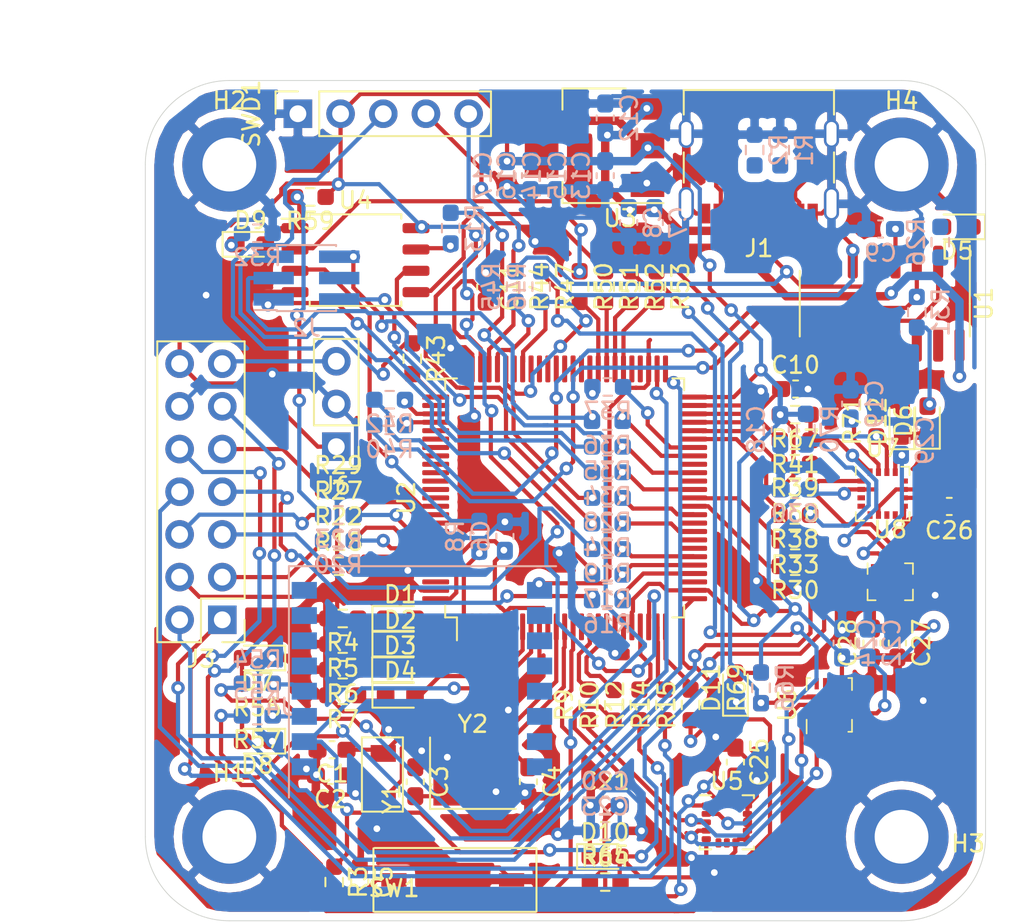
<source format=kicad_pcb>
(kicad_pcb (version 20171130) (host pcbnew "(5.1.8-0-10_14)")
  (title_block (date 2021-03-02) (rev v0.1.2))
  (layers (0 F.Cu signal) (31 B.Cu signal) (34 B.Paste user) (35 F.Paste user) (36 B.SilkS user) (37 F.SilkS user) (38 B.Mask user) (39 F.Mask user) (44 Edge.Cuts user))
  (net 0 "")
  (net 1 GND)
  (net 2 "Net-(C1-Pad1)")
  (net 3 "Net-(C2-Pad1)")
  (net 4 "Net-(C3-Pad2)")
  (net 5 "Net-(C4-Pad1)")
  (net 6 /NRST)
  (net 7 +3V3)
  (net 8 /VBUS)
  (net 9 "Net-(C9-Pad2)")
  (net 10 "Net-(C10-Pad1)")
  (net 11 "Net-(C11-Pad2)")
  (net 12 /DRDY)
  (net 13 "Net-(C25-Pad2)")
  (net 14 "Net-(C26-Pad2)")
  (net 15 "Net-(D1-Pad2)")
  (net 16 "Net-(D1-Pad1)")
  (net 17 "Net-(D2-Pad2)")
  (net 18 "Net-(D2-Pad1)")
  (net 19 "Net-(D3-Pad2)")
  (net 20 "Net-(D3-Pad1)")
  (net 21 "Net-(D4-Pad2)")
  (net 22 "Net-(D4-Pad1)")
  (net 23 "Net-(D5-Pad2)")
  (net 24 "Net-(D6-Pad2)")
  (net 25 "Net-(D7-Pad2)")
  (net 26 "Net-(D8-Pad2)")
  (net 27 /QSPI_~CS)
  (net 28 /ICM_~CS)
  (net 29 "Net-(D10-Pad1)")
  (net 30 "Net-(D11-Pad2)")
  (net 31 "Net-(D12-Pad2)")
  (net 32 "Net-(J1-PadB5)")
  (net 33 /USB_P)
  (net 34 "Net-(J1-PadA8)")
  (net 35 "Net-(J1-PadA5)")
  (net 36 "Net-(J1-PadB8)")
  (net 37 /USB_N)
  (net 38 /TIM1_CH1)
  (net 39 /TIM1_CH2)
  (net 40 /TIM1_CH3)
  (net 41 /TIM1_CH4)
  (net 42 /TIM3_CH3)
  (net 43 +5V)
  (net 44 /TIM2_CH1)
  (net 45 /TIM2_CH2)
  (net 46 /TIM2_CH3)
  (net 47 /TIM2_CH4)
  (net 48 /SPI1_SCK)
  (net 49 /SPI1_MISO)
  (net 50 /SPI1_MOSI)
  (net 51 /I2C1_SCL)
  (net 52 /I2C1_SDA)
  (net 53 /UART7_RX_TX)
  (net 54 /UART7_TX_RX)
  (net 55 /BLT_RST)
  (net 56 "Net-(J4-Pad15)")
  (net 57 "Net-(J4-Pad14)")
  (net 58 "Net-(J4-Pad13)")
  (net 59 "Net-(J4-Pad12)")
  (net 60 "Net-(J4-Pad11)")
  (net 61 "Net-(J4-Pad10)")
  (net 62 "Net-(J4-Pad9)")
  (net 63 "Net-(J4-Pad8)")
  (net 64 "Net-(J4-Pad7)")
  (net 65 "Net-(J4-Pad6)")
  (net 66 "Net-(J4-Pad5)")
  (net 67 /UART5_TX_RX)
  (net 68 /UART5_RX_TX)
  (net 69 "Net-(R8-Pad2)")
  (net 70 /QSPI_IO2)
  (net 71 "Net-(R9-Pad2)")
  (net 72 /SDI)
  (net 73 "Net-(R10-Pad2)")
  (net 74 /SD0)
  (net 75 "Net-(R12-Pad2)")
  (net 76 "Net-(R13-Pad2)")
  (net 77 /QSPI_IO3)
  (net 78 "Net-(R14-Pad2)")
  (net 79 "Net-(R15-Pad2)")
  (net 80 "Net-(R16-Pad2)")
  (net 81 "Net-(R17-Pad2)")
  (net 82 /ADC2_INP3)
  (net 83 "Net-(R18-Pad2)")
  (net 84 "Net-(R19-Pad2)")
  (net 85 "Net-(R20-Pad2)")
  (net 86 "Net-(R22-Pad2)")
  (net 87 "Net-(R23-Pad2)")
  (net 88 "Net-(R24-Pad2)")
  (net 89 /UART4_RX_TX)
  (net 90 "Net-(R27-Pad2)")
  (net 91 "Net-(R28-Pad2)")
  (net 92 /QSPI_CLK)
  (net 93 "Net-(R29-Pad2)")
  (net 94 "Net-(R30-Pad2)")
  (net 95 /UART4_TX_RX)
  (net 96 "Net-(R33-Pad2)")
  (net 97 "Net-(R34-Pad2)")
  (net 98 "Net-(R35-Pad2)")
  (net 99 "Net-(R36-Pad2)")
  (net 100 "Net-(R37-Pad2)")
  (net 101 "Net-(R38-Pad2)")
  (net 102 /ITS_~RST)
  (net 103 "Net-(R39-Pad2)")
  (net 104 /I2C2_SCL)
  (net 105 "Net-(R40-Pad2)")
  (net 106 "Net-(R41-Pad2)")
  (net 107 /I2C2_SDA)
  (net 108 "Net-(R42-Pad2)")
  (net 109 "Net-(R43-Pad2)")
  (net 110 /SWDCLK)
  (net 111 "Net-(R44-Pad2)")
  (net 112 /SWDIO)
  (net 113 "Net-(R45-Pad2)")
  (net 114 "Net-(R46-Pad2)")
  (net 115 "Net-(R47-Pad2)")
  (net 116 /SCK)
  (net 117 "Net-(R50-Pad2)")
  (net 118 /QSPI_IO1)
  (net 119 "Net-(R51-Pad2)")
  (net 120 /QSPI_IO0)
  (net 121 "Net-(R52-Pad2)")
  (net 122 "Net-(R53-Pad2)")
  (net 123 /BMI_~CS)
  (net 124 "Net-(R54-Pad2)")
  (net 125 "Net-(R55-Pad2)")
  (net 126 "Net-(U1-Pad15)")
  (net 127 "Net-(U1-Pad14)")
  (net 128 "Net-(U1-Pad13)")
  (net 129 "Net-(U1-Pad12)")
  (net 130 "Net-(U1-Pad11)")
  (net 131 "Net-(U1-Pad10)")
  (net 132 "Net-(U1-Pad9)")
  (net 133 "Net-(U1-Pad8)")
  (net 134 "Net-(U1-Pad7)")
  (net 135 "Net-(U2-Pad98)")
  (net 136 "Net-(U2-Pad97)")
  (net 137 "Net-(U2-Pad96)")
  (net 138 "Net-(U2-Pad91)")
  (net 139 "Net-(U2-Pad88)")
  (net 140 "Net-(U2-Pad87)")
  (net 141 "Net-(U2-Pad86)")
  (net 142 "Net-(U2-Pad85)")
  (net 143 "Net-(U2-Pad84)")
  (net 144 "Net-(U2-Pad83)")
  (net 145 "Net-(U2-Pad82)")
  (net 146 "Net-(U2-Pad81)")
  (net 147 "Net-(U2-Pad80)")
  (net 148 "Net-(U2-Pad77)")
  (net 149 "Net-(U2-Pad69)")
  (net 150 "Net-(U2-Pad67)")
  (net 151 "Net-(U2-Pad66)")
  (net 152 "Net-(U2-Pad65)")
  (net 153 "Net-(U2-Pad62)")
  (net 154 "Net-(U2-Pad61)")
  (net 155 "Net-(U2-Pad60)")
  (net 156 "Net-(U2-Pad55)")
  (net 157 "Net-(U2-Pad54)")
  (net 158 "Net-(U2-Pad42)")
  (net 159 "Net-(U2-Pad40)")
  (net 160 "Net-(U2-Pad33)")
  (net 161 "Net-(U2-Pad28)")
  (net 162 "Net-(U2-Pad15)")
  (net 163 "Net-(U2-Pad7)")
  (net 164 "Net-(U5-Pad7)")
  (net 165 "Net-(U5-Pad6)")
  (net 166 "Net-(U6-Pad11)")
  (net 167 "Net-(U6-Pad10)")
  (net 168 "Net-(U6-Pad9)")
  (net 169 "Net-(U6-Pad4)")
  (net 170 "Net-(U6-Pad3)")
  (net 171 "Net-(U6-Pad2)")
  (net 172 "Net-(U7-Pad12)")
  (net 173 "Net-(U7-Pad7)")
  (net 174 "Net-(U7-Pad8)")
  (net 175 "Net-(U7-Pad4)")
  (net 176 "Net-(U7-Pad3)")
  (net 177 "Net-(D9-Pad1)")
  (net 178 "Net-(U2-Pad64)")
  (net 179 "Net-(U2-Pad63)")
  (net 180 "Net-(U2-Pad35)")
  (net 181 "Net-(U2-Pad32)")
  (net 182 "Net-(U2-Pad18)")
  (module Connector_PinHeader_1.27mm:PinHeader_2x03_P1.27mm_Vertical_SMD (layer B.Cu) (at 124.587 71.755)
    (fp_text reference J2 (at 0 2.965) (layer B.SilkS) (effects (justify mirror)))
    (fp_text value Conn_02x03_Counter_Clockwise)
    (pad 6 smd rect (at 1.95 -1.27) (size 2.4 0.74) (layers B.Cu B.Paste B.Mask) (net 42 /TIM3_CH3))
    (pad 5 smd rect (at -1.95 -1.27) (size 2.4 0.74) (layers B.Cu B.Paste B.Mask) (net 82 /ADC2_INP3))
    (pad 4 smd rect (at 1.95 0) (size 2.4 0.74) (layers B.Cu B.Paste B.Mask) (net 41 /TIM1_CH4))
    (pad 3 smd rect (at -1.95 0) (size 2.4 0.74) (layers B.Cu B.Paste B.Mask) (net 40 /TIM1_CH3))
    (pad 2 smd rect (at 1.95 1.27) (size 2.4 0.74) (layers B.Cu B.Paste B.Mask) (net 39 /TIM1_CH2))
    (pad 1 smd rect (at -1.95 1.27) (size 2.4 0.74) (layers B.Cu B.Paste B.Mask) (net 38 /TIM1_CH1))
  )
  (module Oscillator:Oscillator_SMD_Abracon_ASE-4Pin_3.2x2.5mm_HandSoldering (layer F.Cu) (at 134.493 101.219)
    (fp_text reference Y2 (at 0 -2.925) (layer F.SilkS))
    (fp_text value 32MHz)
    (pad 4 smd rect (at -1.375 -1.1) (size 1.95 1.65) (layers F.Cu F.Paste F.Mask) (net 1 GND))
    (pad 3 smd rect (at 1.375 -1.1) (size 1.95 1.65) (layers F.Cu F.Paste F.Mask) (net 5 "Net-(C4-Pad1)"))
    (pad 2 smd rect (at 1.375 1.1) (size 1.95 1.65) (layers F.Cu F.Paste F.Mask) (net 1 GND))
    (pad 1 smd rect (at -1.375 1.1) (size 1.95 1.65) (layers F.Cu F.Paste F.Mask) (net 4 "Net-(C3-Pad2)"))
  )
  (module upper_board:LSE_3215 (layer F.Cu) (at 129.159 102.743 90)
    (fp_text reference Y1 (at 0 0.5 90) (layer F.SilkS))
    (fp_text value 32.768kHz)
    (pad 2 smd rect (at 2.7 0 90) (size 1 1.5) (layers F.Cu F.Paste F.Mask) (net 2 "Net-(C1-Pad1)"))
    (pad 1 smd rect (at 0 0 90) (size 1 1.5) (layers F.Cu F.Paste F.Mask) (net 3 "Net-(C2-Pad1)"))
  )
  (module Package_LGA:Bosch_LGA-8_2x2.5mm_P0.65mm_ClockwisePinNumbering (layer F.Cu) (at 159.329 89.827)
    (fp_text reference U8 (at 0 -3.1) (layer F.SilkS))
    (fp_text value BMP280)
    (pad 8 smd rect (at -0.975 0.8 90) (size 0.5 0.35) (layers F.Cu F.Paste F.Mask) (net 7 +3V3))
    (pad 2 smd rect (at -0.325 -0.8 90) (size 0.5 0.35) (layers F.Cu F.Paste F.Mask) (net 7 +3V3))
    (pad 3 smd rect (at 0.325 -0.8 90) (size 0.5 0.35) (layers F.Cu F.Paste F.Mask) (net 107 /I2C2_SDA))
    (pad 4 smd rect (at 0.975 -0.8 90) (size 0.5 0.35) (layers F.Cu F.Paste F.Mask) (net 104 /I2C2_SCL))
    (pad 7 smd rect (at -0.325 0.8 90) (size 0.5 0.35) (layers F.Cu F.Paste F.Mask) (net 1 GND))
    (pad 6 smd rect (at 0.325 0.8 90) (size 0.5 0.35) (layers F.Cu F.Paste F.Mask) (net 7 +3V3))
    (pad 5 smd rect (at 0.975 0.8 90) (size 0.5 0.35) (layers F.Cu F.Paste F.Mask) (net 1 GND))
    (pad 1 smd rect (at -0.975 -0.8 90) (size 0.5 0.35) (layers F.Cu F.Paste F.Mask) (net 1 GND))
  )
  (module Package_LGA:LGA-16_3x3mm_P0.5mm (layer F.Cu) (at 158.877 84.582)
    (fp_text reference U7 (at 0 -2.7) (layer F.SilkS))
    (fp_text value IST8310)
    (pad 10 smd rect (at 1.275 0.25 90) (size 0.3 0.45) (layers F.Cu F.Paste F.Mask) (net 14 "Net-(C26-Pad2)"))
    (pad 11 smd rect (at 1.275 -0.25 90) (size 0.3 0.45) (layers F.Cu F.Paste F.Mask) (net 1 GND))
    (pad 12 smd rect (at 1.275 -0.75 90) (size 0.3 0.45) (layers F.Cu F.Paste F.Mask) (net 172 "Net-(U7-Pad12)"))
    (pad 9 smd rect (at 1.275 0.75 90) (size 0.3 0.45) (layers F.Cu F.Paste F.Mask) (net 1 GND))
    (pad 5 smd rect (at -0.75 1.275) (size 0.3 0.45) (layers F.Cu F.Paste F.Mask) (net 1 GND))
    (pad 7 smd rect (at 0.25 1.275) (size 0.3 0.45) (layers F.Cu F.Paste F.Mask) (net 173 "Net-(U7-Pad7)"))
    (pad 6 smd rect (at -0.25 1.275) (size 0.3 0.45) (layers F.Cu F.Paste F.Mask) (net 1 GND))
    (pad 8 smd rect (at 0.75 1.275) (size 0.3 0.45) (layers F.Cu F.Paste F.Mask) (net 174 "Net-(U7-Pad8)"))
    (pad 4 smd rect (at -1.275 0.75 90) (size 0.3 0.45) (layers F.Cu F.Paste F.Mask) (net 175 "Net-(U7-Pad4)"))
    (pad 3 smd rect (at -1.275 0.25 90) (size 0.3 0.45) (layers F.Cu F.Paste F.Mask) (net 176 "Net-(U7-Pad3)"))
    (pad 2 smd rect (at -1.275 -0.25 90) (size 0.3 0.45) (layers F.Cu F.Paste F.Mask) (net 7 +3V3))
    (pad 1 smd rect (at -1.275 -0.75 90) (size 0.3 0.45) (layers F.Cu F.Paste F.Mask) (net 104 /I2C2_SCL))
    (pad 14 smd rect (at 0.25 -1.275) (size 0.3 0.45) (layers F.Cu F.Paste F.Mask) (net 102 /ITS_~RST))
    (pad 15 smd rect (at -0.25 -1.275) (size 0.3 0.45) (layers F.Cu F.Paste F.Mask) (net 12 /DRDY))
    (pad 16 smd rect (at -0.75 -1.275) (size 0.3 0.45) (layers F.Cu F.Paste F.Mask) (net 107 /I2C2_SDA))
    (pad 13 smd rect (at 0.75 -1.275) (size 0.3 0.45) (layers F.Cu F.Paste F.Mask) (net 7 +3V3))
  )
  (module Package_LGA:Bosch_LGA-14_3x2.5mm_P0.5mm (layer F.Cu) (at 155.702 97.155 90)
    (fp_text reference U6 (at 0 -2.5 90) (layer F.SilkS))
    (fp_text value BMI160)
    (pad 11 smd rect (at 1.2625 -0.75 90) (size 0.675 0.25) (layers F.Cu F.Paste F.Mask) (net 166 "Net-(U6-Pad11)"))
    (pad 10 smd rect (at 1.2625 -0.25 90) (size 0.675 0.25) (layers F.Cu F.Paste F.Mask) (net 167 "Net-(U6-Pad10)"))
    (pad 9 smd rect (at 1.2625 0.25 90) (size 0.675 0.25) (layers F.Cu F.Paste F.Mask) (net 168 "Net-(U6-Pad9)"))
    (pad 8 smd rect (at 1.2625 0.75 90) (size 0.675 0.25) (layers F.Cu F.Paste F.Mask) (net 7 +3V3))
    (pad 4 smd rect (at -1.2625 0.75 90) (size 0.675 0.25) (layers F.Cu F.Paste F.Mask) (net 169 "Net-(U6-Pad4)"))
    (pad 3 smd rect (at -1.2625 0.25 90) (size 0.675 0.25) (layers F.Cu F.Paste F.Mask) (net 170 "Net-(U6-Pad3)"))
    (pad 2 smd rect (at -1.2625 -0.25 90) (size 0.675 0.25) (layers F.Cu F.Paste F.Mask) (net 171 "Net-(U6-Pad2)"))
    (pad 1 smd rect (at -1.2625 -0.75 90) (size 0.675 0.25) (layers F.Cu F.Paste F.Mask) (net 74 /SD0))
    (pad 7 smd rect (at 0.5 1.0125 90) (size 0.25 0.675) (layers F.Cu F.Paste F.Mask) (net 1 GND))
    (pad 6 smd rect (at 0 1.0125 90) (size 0.25 0.675) (layers F.Cu F.Paste F.Mask) (net 1 GND))
    (pad 5 smd rect (at -0.5 1.0125 90) (size 0.25 0.675) (layers F.Cu F.Paste F.Mask) (net 7 +3V3))
    (pad 12 smd rect (at 0.5 -1.0125 90) (size 0.25 0.675) (layers F.Cu F.Paste F.Mask) (net 123 /BMI_~CS))
    (pad 14 smd rect (at -0.5 -1.0125 90) (size 0.25 0.675) (layers F.Cu F.Paste F.Mask) (net 72 /SDI))
    (pad 13 smd rect (at 0 -1.0125 90) (size 0.25 0.675) (layers F.Cu F.Paste F.Mask) (net 116 /SCK))
  )
  (module Package_LGA:LGA-16_3x3mm_P0.5mm_LayoutBorder3x5y (layer F.Cu) (at 149.606 104.14)
    (fp_text reference U5 (at 0 -2.45) (layer F.SilkS))
    (fp_text value ICM-20602)
    (pad 16 smd roundrect (at -0.5 -1.225) (size 0.35 0.55) (layers F.Cu F.Paste F.Mask) (net 7 +3V3))
    (pad 15 smd roundrect (at 0 -1.225) (size 0.35 0.55) (layers F.Cu F.Paste F.Mask) (net 1 GND))
    (pad 14 smd roundrect (at 0.5 -1.225) (size 0.35 0.55) (layers F.Cu F.Paste F.Mask) (net 13 "Net-(C25-Pad2)"))
    (pad 13 smd roundrect (at 1.225 -1) (size 0.55 0.35) (layers F.Cu F.Paste F.Mask) (net 1 GND))
    (pad 12 smd roundrect (at 1.225 -0.5) (size 0.55 0.35) (layers F.Cu F.Paste F.Mask) (net 1 GND))
    (pad 11 smd roundrect (at 1.225 0) (size 0.55 0.35) (layers F.Cu F.Paste F.Mask) (net 1 GND))
    (pad 10 smd roundrect (at 1.225 0.5) (size 0.55 0.35) (layers F.Cu F.Paste F.Mask) (net 1 GND))
    (pad 9 smd roundrect (at 1.225 1) (size 0.55 0.35) (layers F.Cu F.Paste F.Mask) (net 1 GND))
    (pad 8 smd roundrect (at 0.5 1.225) (size 0.35 0.55) (layers F.Cu F.Paste F.Mask) (net 1 GND))
    (pad 7 smd roundrect (at 0 1.225) (size 0.35 0.55) (layers F.Cu F.Paste F.Mask) (net 164 "Net-(U5-Pad7)"))
    (pad 6 smd roundrect (at -0.5 1.225) (size 0.35 0.55) (layers F.Cu F.Paste F.Mask) (net 165 "Net-(U5-Pad6)"))
    (pad 5 smd roundrect (at -1.225 1) (size 0.55 0.35) (layers F.Cu F.Paste F.Mask) (net 28 /ICM_~CS))
    (pad 4 smd roundrect (at -1.225 0.5) (size 0.55 0.35) (layers F.Cu F.Paste F.Mask) (net 74 /SD0))
    (pad 3 smd roundrect (at -1.225 0) (size 0.55 0.35) (layers F.Cu F.Paste F.Mask) (net 72 /SDI))
    (pad 2 smd roundrect (at -1.225 -0.5) (size 0.55 0.35) (layers F.Cu F.Paste F.Mask) (net 116 /SCK))
    (pad 1 smd roundrect (at -1.225 -1) (size 0.55 0.35) (layers F.Cu F.Paste F.Mask) (net 7 +3V3))
  )
  (module Package_SO:SOIC-8_5.23x5.23mm_P1.27mm (layer F.Cu) (at 127.508 70.6882)
    (fp_text reference U4 (at 0 -3.56) (layer F.SilkS))
    (fp_text value W25Q128JVS)
    (pad 8 smd roundrect (at 3.6 -1.905) (size 1.6 0.6) (layers F.Cu F.Paste F.Mask) (net 7 +3V3))
    (pad 7 smd roundrect (at 3.6 -0.635) (size 1.6 0.6) (layers F.Cu F.Paste F.Mask) (net 77 /QSPI_IO3))
    (pad 6 smd roundrect (at 3.6 0.635) (size 1.6 0.6) (layers F.Cu F.Paste F.Mask) (net 92 /QSPI_CLK))
    (pad 5 smd roundrect (at 3.6 1.905) (size 1.6 0.6) (layers F.Cu F.Paste F.Mask) (net 120 /QSPI_IO0))
    (pad 4 smd roundrect (at -3.6 1.905) (size 1.6 0.6) (layers F.Cu F.Paste F.Mask) (net 1 GND))
    (pad 3 smd roundrect (at -3.6 0.635) (size 1.6 0.6) (layers F.Cu F.Paste F.Mask) (net 70 /QSPI_IO2))
    (pad 2 smd roundrect (at -3.6 -0.635) (size 1.6 0.6) (layers F.Cu F.Paste F.Mask) (net 118 /QSPI_IO1))
    (pad 1 smd roundrect (at -3.6 -1.905) (size 1.6 0.6) (layers F.Cu F.Paste F.Mask) (net 27 /QSPI_~CS))
  )
  (module Package_TO_SOT_SMD:SOT-223-3_TabPin2 (layer F.Cu) (at 141.732 63.881 180)
    (fp_text reference U3 (at -1.524 -4.318) (layer F.SilkS))
    (fp_text value AP1117-33)
    (pad 1 smd rect (at -3.15 -2.3 180) (size 2 1.5) (layers F.Cu F.Paste F.Mask) (net 1 GND))
    (pad 3 smd rect (at -3.15 2.3 180) (size 2 1.5) (layers F.Cu F.Paste F.Mask) (net 8 /VBUS))
    (pad 2 smd rect (at -3.15 0 180) (size 2 1.5) (layers F.Cu F.Paste F.Mask) (net 7 +3V3))
    (pad 2 smd rect (at 3.15 0 180) (size 2 3.8) (layers F.Cu F.Paste F.Mask) (net 7 +3V3))
  )
  (module Package_QFP:LQFP-100_14x14mm_P0.5mm (layer F.Cu) (at 139.954 84.836 90)
    (fp_text reference U2 (at 0 -9.42 90) (layer F.SilkS))
    (fp_text value mcu_STM32H750VBT6)
    (pad 100 smd roundrect (at -6 -7.675 90) (size 0.3 1.6) (layers F.Cu F.Paste F.Mask) (net 7 +3V3))
    (pad 99 smd roundrect (at -5.5 -7.675 90) (size 0.3 1.6) (layers F.Cu F.Paste F.Mask) (net 1 GND))
    (pad 98 smd roundrect (at -5 -7.675 90) (size 0.3 1.6) (layers F.Cu F.Paste F.Mask) (net 135 "Net-(U2-Pad98)"))
    (pad 97 smd roundrect (at -4.5 -7.675 90) (size 0.3 1.6) (layers F.Cu F.Paste F.Mask) (net 136 "Net-(U2-Pad97)"))
    (pad 96 smd roundrect (at -4 -7.675 90) (size 0.3 1.6) (layers F.Cu F.Paste F.Mask) (net 137 "Net-(U2-Pad96)"))
    (pad 95 smd roundrect (at -3.5 -7.675 90) (size 0.3 1.6) (layers F.Cu F.Paste F.Mask) (net 83 "Net-(R18-Pad2)"))
    (pad 94 smd roundrect (at -3 -7.675 90) (size 0.3 1.6) (layers F.Cu F.Paste F.Mask) (net 85 "Net-(R20-Pad2)"))
    (pad 93 smd roundrect (at -2.5 -7.675 90) (size 0.3 1.6) (layers F.Cu F.Paste F.Mask) (net 86 "Net-(R22-Pad2)"))
    (pad 92 smd roundrect (at -2 -7.675 90) (size 0.3 1.6) (layers F.Cu F.Paste F.Mask) (net 87 "Net-(R23-Pad2)"))
    (pad 91 smd roundrect (at -1.5 -7.675 90) (size 0.3 1.6) (layers F.Cu F.Paste F.Mask) (net 138 "Net-(U2-Pad91)"))
    (pad 90 smd roundrect (at -1 -7.675 90) (size 0.3 1.6) (layers F.Cu F.Paste F.Mask) (net 90 "Net-(R27-Pad2)"))
    (pad 89 smd roundrect (at -0.5 -7.675 90) (size 0.3 1.6) (layers F.Cu F.Paste F.Mask) (net 93 "Net-(R29-Pad2)"))
    (pad 88 smd roundrect (at 0 -7.675 90) (size 0.3 1.6) (layers F.Cu F.Paste F.Mask) (net 139 "Net-(U2-Pad88)"))
    (pad 87 smd roundrect (at 0.5 -7.675 90) (size 0.3 1.6) (layers F.Cu F.Paste F.Mask) (net 140 "Net-(U2-Pad87)"))
    (pad 86 smd roundrect (at 1 -7.675 90) (size 0.3 1.6) (layers F.Cu F.Paste F.Mask) (net 141 "Net-(U2-Pad86)"))
    (pad 85 smd roundrect (at 1.5 -7.675 90) (size 0.3 1.6) (layers F.Cu F.Paste F.Mask) (net 142 "Net-(U2-Pad85)"))
    (pad 84 smd roundrect (at 2 -7.675 90) (size 0.3 1.6) (layers F.Cu F.Paste F.Mask) (net 143 "Net-(U2-Pad84)"))
    (pad 83 smd roundrect (at 2.5 -7.675 90) (size 0.3 1.6) (layers F.Cu F.Paste F.Mask) (net 144 "Net-(U2-Pad83)"))
    (pad 82 smd roundrect (at 3 -7.675 90) (size 0.3 1.6) (layers F.Cu F.Paste F.Mask) (net 145 "Net-(U2-Pad82)"))
    (pad 81 smd roundrect (at 3.5 -7.675 90) (size 0.3 1.6) (layers F.Cu F.Paste F.Mask) (net 146 "Net-(U2-Pad81)"))
    (pad 80 smd roundrect (at 4 -7.675 90) (size 0.3 1.6) (layers F.Cu F.Paste F.Mask) (net 147 "Net-(U2-Pad80)"))
    (pad 79 smd roundrect (at 4.5 -7.675 90) (size 0.3 1.6) (layers F.Cu F.Paste F.Mask) (net 105 "Net-(R40-Pad2)"))
    (pad 78 smd roundrect (at 5 -7.675 90) (size 0.3 1.6) (layers F.Cu F.Paste F.Mask) (net 108 "Net-(R42-Pad2)"))
    (pad 77 smd roundrect (at 5.5 -7.675 90) (size 0.3 1.6) (layers F.Cu F.Paste F.Mask) (net 148 "Net-(U2-Pad77)"))
    (pad 76 smd roundrect (at 6 -7.675 90) (size 0.3 1.6) (layers F.Cu F.Paste F.Mask) (net 109 "Net-(R43-Pad2)"))
    (pad 75 smd roundrect (at 7.675 -6 90) (size 1.6 0.3) (layers F.Cu F.Paste F.Mask) (net 7 +3V3))
    (pad 74 smd roundrect (at 7.675 -5.5 90) (size 1.6 0.3) (layers F.Cu F.Paste F.Mask) (net 1 GND))
    (pad 73 smd roundrect (at 7.675 -5 90) (size 1.6 0.3) (layers F.Cu F.Paste F.Mask) (net 11 "Net-(C11-Pad2)"))
    (pad 72 smd roundrect (at 7.675 -4.5 90) (size 1.6 0.3) (layers F.Cu F.Paste F.Mask) (net 111 "Net-(R44-Pad2)"))
    (pad 71 smd roundrect (at 7.675 -4 90) (size 1.6 0.3) (layers F.Cu F.Paste F.Mask) (net 113 "Net-(R45-Pad2)"))
    (pad 70 smd roundrect (at 7.675 -3.5 90) (size 1.6 0.3) (layers F.Cu F.Paste F.Mask) (net 114 "Net-(R46-Pad2)"))
    (pad 69 smd roundrect (at 7.675 -3 90) (size 1.6 0.3) (layers F.Cu F.Paste F.Mask) (net 149 "Net-(U2-Pad69)"))
    (pad 68 smd roundrect (at 7.675 -2.5 90) (size 1.6 0.3) (layers F.Cu F.Paste F.Mask) (net 115 "Net-(R47-Pad2)"))
    (pad 67 smd roundrect (at 7.675 -2 90) (size 1.6 0.3) (layers F.Cu F.Paste F.Mask) (net 150 "Net-(U2-Pad67)"))
    (pad 66 smd roundrect (at 7.675 -1.5 90) (size 1.6 0.3) (layers F.Cu F.Paste F.Mask) (net 151 "Net-(U2-Pad66)"))
    (pad 65 smd roundrect (at 7.675 -1 90) (size 1.6 0.3) (layers F.Cu F.Paste F.Mask) (net 152 "Net-(U2-Pad65)"))
    (pad 64 smd roundrect (at 7.675 -0.5 90) (size 1.6 0.3) (layers F.Cu F.Paste F.Mask) (net 178 "Net-(U2-Pad64)"))
    (pad 63 smd roundrect (at 7.675 0 90) (size 1.6 0.3) (layers F.Cu F.Paste F.Mask) (net 179 "Net-(U2-Pad63)"))
    (pad 62 smd roundrect (at 7.675 0.5 90) (size 1.6 0.3) (layers F.Cu F.Paste F.Mask) (net 153 "Net-(U2-Pad62)"))
    (pad 61 smd roundrect (at 7.675 1 90) (size 1.6 0.3) (layers F.Cu F.Paste F.Mask) (net 154 "Net-(U2-Pad61)"))
    (pad 60 smd roundrect (at 7.675 1.5 90) (size 1.6 0.3) (layers F.Cu F.Paste F.Mask) (net 155 "Net-(U2-Pad60)"))
    (pad 59 smd roundrect (at 7.675 2 90) (size 1.6 0.3) (layers F.Cu F.Paste F.Mask) (net 117 "Net-(R50-Pad2)"))
    (pad 58 smd roundrect (at 7.675 2.5 90) (size 1.6 0.3) (layers F.Cu F.Paste F.Mask) (net 119 "Net-(R51-Pad2)"))
    (pad 57 smd roundrect (at 7.675 3 90) (size 1.6 0.3) (layers F.Cu F.Paste F.Mask) (net 121 "Net-(R52-Pad2)"))
    (pad 56 smd roundrect (at 7.675 3.5 90) (size 1.6 0.3) (layers F.Cu F.Paste F.Mask) (net 122 "Net-(R53-Pad2)"))
    (pad 55 smd roundrect (at 7.675 4 90) (size 1.6 0.3) (layers F.Cu F.Paste F.Mask) (net 156 "Net-(U2-Pad55)"))
    (pad 54 smd roundrect (at 7.675 4.5 90) (size 1.6 0.3) (layers F.Cu F.Paste F.Mask) (net 157 "Net-(U2-Pad54)"))
    (pad 53 smd roundrect (at 7.675 5 90) (size 1.6 0.3) (layers F.Cu F.Paste F.Mask) (net 55 /BLT_RST))
    (pad 52 smd roundrect (at 7.675 5.5 90) (size 1.6 0.3) (layers F.Cu F.Paste F.Mask) (net 124 "Net-(R54-Pad2)"))
    (pad 51 smd roundrect (at 7.675 6 90) (size 1.6 0.3) (layers F.Cu F.Paste F.Mask) (net 125 "Net-(R55-Pad2)"))
    (pad 50 smd roundrect (at 6 7.675 90) (size 0.3 1.6) (layers F.Cu F.Paste F.Mask) (net 7 +3V3))
    (pad 49 smd roundrect (at 5.5 7.675 90) (size 0.3 1.6) (layers F.Cu F.Paste F.Mask) (net 1 GND))
    (pad 48 smd roundrect (at 5 7.675 90) (size 0.3 1.6) (layers F.Cu F.Paste F.Mask) (net 10 "Net-(C10-Pad1)"))
    (pad 47 smd roundrect (at 4.5 7.675 90) (size 0.3 1.6) (layers F.Cu F.Paste F.Mask) (net 106 "Net-(R41-Pad2)"))
    (pad 46 smd roundrect (at 4 7.675 90) (size 0.3 1.6) (layers F.Cu F.Paste F.Mask) (net 103 "Net-(R39-Pad2)"))
    (pad 45 smd roundrect (at 3.5 7.675 90) (size 0.3 1.6) (layers F.Cu F.Paste F.Mask) (net 101 "Net-(R38-Pad2)"))
    (pad 44 smd roundrect (at 3 7.675 90) (size 0.3 1.6) (layers F.Cu F.Paste F.Mask) (net 100 "Net-(R37-Pad2)"))
    (pad 43 smd roundrect (at 2.5 7.675 90) (size 0.3 1.6) (layers F.Cu F.Paste F.Mask) (net 99 "Net-(R36-Pad2)"))
    (pad 42 smd roundrect (at 2 7.675 90) (size 0.3 1.6) (layers F.Cu F.Paste F.Mask) (net 158 "Net-(U2-Pad42)"))
    (pad 41 smd roundrect (at 1.5 7.675 90) (size 0.3 1.6) (layers F.Cu F.Paste F.Mask) (net 98 "Net-(R35-Pad2)"))
    (pad 40 smd roundrect (at 1 7.675 90) (size 0.3 1.6) (layers F.Cu F.Paste F.Mask) (net 159 "Net-(U2-Pad40)"))
    (pad 39 smd roundrect (at 0.5 7.675 90) (size 0.3 1.6) (layers F.Cu F.Paste F.Mask) (net 97 "Net-(R34-Pad2)"))
    (pad 38 smd roundrect (at 0 7.675 90) (size 0.3 1.6) (layers F.Cu F.Paste F.Mask) (net 96 "Net-(R33-Pad2)"))
    (pad 37 smd roundrect (at -0.5 7.675 90) (size 0.3 1.6) (layers F.Cu F.Paste F.Mask) (net 94 "Net-(R30-Pad2)"))
    (pad 36 smd roundrect (at -1 7.675 90) (size 0.3 1.6) (layers F.Cu F.Paste F.Mask) (net 91 "Net-(R28-Pad2)"))
    (pad 35 smd roundrect (at -1.5 7.675 90) (size 0.3 1.6) (layers F.Cu F.Paste F.Mask) (net 180 "Net-(U2-Pad35)"))
    (pad 34 smd roundrect (at -2 7.675 90) (size 0.3 1.6) (layers F.Cu F.Paste F.Mask) (net 88 "Net-(R24-Pad2)"))
    (pad 33 smd roundrect (at -2.5 7.675 90) (size 0.3 1.6) (layers F.Cu F.Paste F.Mask) (net 160 "Net-(U2-Pad33)"))
    (pad 32 smd roundrect (at -3 7.675 90) (size 0.3 1.6) (layers F.Cu F.Paste F.Mask) (net 181 "Net-(U2-Pad32)"))
    (pad 31 smd roundrect (at -3.5 7.675 90) (size 0.3 1.6) (layers F.Cu F.Paste F.Mask) (net 84 "Net-(R19-Pad2)"))
    (pad 30 smd roundrect (at -4 7.675 90) (size 0.3 1.6) (layers F.Cu F.Paste F.Mask) (net 81 "Net-(R17-Pad2)"))
    (pad 29 smd roundrect (at -4.5 7.675 90) (size 0.3 1.6) (layers F.Cu F.Paste F.Mask) (net 80 "Net-(R16-Pad2)"))
    (pad 28 smd roundrect (at -5 7.675 90) (size 0.3 1.6) (layers F.Cu F.Paste F.Mask) (net 161 "Net-(U2-Pad28)"))
    (pad 27 smd roundrect (at -5.5 7.675 90) (size 0.3 1.6) (layers F.Cu F.Paste F.Mask) (net 7 +3V3))
    (pad 26 smd roundrect (at -6 7.675 90) (size 0.3 1.6) (layers F.Cu F.Paste F.Mask) (net 1 GND))
    (pad 25 smd roundrect (at -7.675 6 90) (size 1.6 0.3) (layers F.Cu F.Paste F.Mask) (net 79 "Net-(R15-Pad2)"))
    (pad 24 smd roundrect (at -7.675 5.5 90) (size 1.6 0.3) (layers F.Cu F.Paste F.Mask) (net 78 "Net-(R14-Pad2)"))
    (pad 23 smd roundrect (at -7.675 5 90) (size 1.6 0.3) (layers F.Cu F.Paste F.Mask) (net 76 "Net-(R13-Pad2)"))
    (pad 22 smd roundrect (at -7.675 4.5 90) (size 1.6 0.3) (layers F.Cu F.Paste F.Mask) (net 75 "Net-(R12-Pad2)"))
    (pad 21 smd roundrect (at -7.675 4 90) (size 1.6 0.3) (layers F.Cu F.Paste F.Mask) (net 7 +3V3))
    (pad 20 smd roundrect (at -7.675 3.5 90) (size 1.6 0.3) (layers F.Cu F.Paste F.Mask) (net 7 +3V3))
    (pad 19 smd roundrect (at -7.675 3 90) (size 1.6 0.3) (layers F.Cu F.Paste F.Mask) (net 1 GND))
    (pad 18 smd roundrect (at -7.675 2.5 90) (size 1.6 0.3) (layers F.Cu F.Paste F.Mask) (net 182 "Net-(U2-Pad18)"))
    (pad 17 smd roundrect (at -7.675 2 90) (size 1.6 0.3) (layers F.Cu F.Paste F.Mask) (net 73 "Net-(R10-Pad2)"))
    (pad 16 smd roundrect (at -7.675 1.5 90) (size 1.6 0.3) (layers F.Cu F.Paste F.Mask) (net 71 "Net-(R9-Pad2)"))
    (pad 15 smd roundrect (at -7.675 1 90) (size 1.6 0.3) (layers F.Cu F.Paste F.Mask) (net 162 "Net-(U2-Pad15)"))
    (pad 14 smd roundrect (at -7.675 0.5 90) (size 1.6 0.3) (layers F.Cu F.Paste F.Mask) (net 6 /NRST))
    (pad 13 smd roundrect (at -7.675 0 90) (size 1.6 0.3) (layers F.Cu F.Paste F.Mask) (net 5 "Net-(C4-Pad1)"))
    (pad 12 smd roundrect (at -7.675 -0.5 90) (size 1.6 0.3) (layers F.Cu F.Paste F.Mask) (net 4 "Net-(C3-Pad2)"))
    (pad 11 smd roundrect (at -7.675 -1 90) (size 1.6 0.3) (layers F.Cu F.Paste F.Mask) (net 7 +3V3))
    (pad 10 smd roundrect (at -7.675 -1.5 90) (size 1.6 0.3) (layers F.Cu F.Paste F.Mask) (net 1 GND))
    (pad 9 smd roundrect (at -7.675 -2 90) (size 1.6 0.3) (layers F.Cu F.Paste F.Mask) (net 3 "Net-(C2-Pad1)"))
    (pad 8 smd roundrect (at -7.675 -2.5 90) (size 1.6 0.3) (layers F.Cu F.Paste F.Mask) (net 2 "Net-(C1-Pad1)"))
    (pad 7 smd roundrect (at -7.675 -3 90) (size 1.6 0.3) (layers F.Cu F.Paste F.Mask) (net 163 "Net-(U2-Pad7)"))
    (pad 6 smd roundrect (at -7.675 -3.5 90) (size 1.6 0.3) (layers F.Cu F.Paste F.Mask) (net 7 +3V3))
    (pad 5 smd roundrect (at -7.675 -4 90) (size 1.6 0.3) (layers F.Cu F.Paste F.Mask) (net 21 "Net-(D4-Pad2)"))
    (pad 4 smd roundrect (at -7.675 -4.5 90) (size 1.6 0.3) (layers F.Cu F.Paste F.Mask) (net 19 "Net-(D3-Pad2)"))
    (pad 3 smd roundrect (at -7.675 -5 90) (size 1.6 0.3) (layers F.Cu F.Paste F.Mask) (net 17 "Net-(D2-Pad2)"))
    (pad 2 smd roundrect (at -7.675 -5.5 90) (size 1.6 0.3) (layers F.Cu F.Paste F.Mask) (net 15 "Net-(D1-Pad2)"))
    (pad 1 smd roundrect (at -7.675 -6 90) (size 1.6 0.3) (layers F.Cu F.Paste F.Mask) (net 69 "Net-(R8-Pad2)"))
  )
  (module Package_SO:SOIC-16_3.9x9.9mm_P1.27mm (layer F.Cu) (at 159.004 73.279 270)
    (fp_text reference U1 (at 0 -5.9 90) (layer F.SilkS))
    (fp_text value CH340C)
    (pad 16 smd roundrect (at 2.475 -4.445 270) (size 1.95 0.6) (layers F.Cu F.Paste F.Mask) (net 8 /VBUS))
    (pad 15 smd roundrect (at 2.475 -3.175 270) (size 1.95 0.6) (layers F.Cu F.Paste F.Mask) (net 126 "Net-(U1-Pad15)"))
    (pad 14 smd roundrect (at 2.475 -1.905 270) (size 1.95 0.6) (layers F.Cu F.Paste F.Mask) (net 127 "Net-(U1-Pad14)"))
    (pad 13 smd roundrect (at 2.475 -0.635 270) (size 1.95 0.6) (layers F.Cu F.Paste F.Mask) (net 128 "Net-(U1-Pad13)"))
    (pad 12 smd roundrect (at 2.475 0.635 270) (size 1.95 0.6) (layers F.Cu F.Paste F.Mask) (net 129 "Net-(U1-Pad12)"))
    (pad 11 smd roundrect (at 2.475 1.905 270) (size 1.95 0.6) (layers F.Cu F.Paste F.Mask) (net 130 "Net-(U1-Pad11)"))
    (pad 10 smd roundrect (at 2.475 3.175 270) (size 1.95 0.6) (layers F.Cu F.Paste F.Mask) (net 131 "Net-(U1-Pad10)"))
    (pad 9 smd roundrect (at 2.475 4.445 270) (size 1.95 0.6) (layers F.Cu F.Paste F.Mask) (net 132 "Net-(U1-Pad9)"))
    (pad 8 smd roundrect (at -2.475 4.445 270) (size 1.95 0.6) (layers F.Cu F.Paste F.Mask) (net 133 "Net-(U1-Pad8)"))
    (pad 7 smd roundrect (at -2.475 3.175 270) (size 1.95 0.6) (layers F.Cu F.Paste F.Mask) (net 134 "Net-(U1-Pad7)"))
    (pad 6 smd roundrect (at -2.475 1.905 270) (size 1.95 0.6) (layers F.Cu F.Paste F.Mask) (net 37 /USB_N))
    (pad 5 smd roundrect (at -2.475 0.635 270) (size 1.95 0.6) (layers F.Cu F.Paste F.Mask) (net 33 /USB_P))
    (pad 4 smd roundrect (at -2.475 -0.635 270) (size 1.95 0.6) (layers F.Cu F.Paste F.Mask) (net 9 "Net-(C9-Pad2)"))
    (pad 3 smd roundrect (at -2.475 -1.905 270) (size 1.95 0.6) (layers F.Cu F.Paste F.Mask) (net 95 /UART4_TX_RX))
    (pad 2 smd roundrect (at -2.475 -3.175 270) (size 1.95 0.6) (layers F.Cu F.Paste F.Mask) (net 89 /UART4_RX_TX))
    (pad 1 smd roundrect (at -2.475 -4.445 270) (size 1.95 0.6) (layers F.Cu F.Paste F.Mask) (net 1 GND))
  )
  (module Connector_PinSocket_2.54mm:PinSocket_1x05_P2.54mm_Vertical (layer F.Cu) (at 124.079 61.976 90)
    (fp_text reference SWD1 (at 0 -2.77 90) (layer F.SilkS))
    (fp_text value Conn_01x05_Male)
    (pad 5 thru_hole oval (at 0 10.16 90) (size 1.7 1.7) (drill 1) (layers *.Cu *.Mask) (net 6 /NRST))
    (pad 4 thru_hole oval (at 0 7.62 90) (size 1.7 1.7) (drill 1) (layers *.Cu *.Mask) (net 112 /SWDIO))
    (pad 3 thru_hole oval (at 0 5.08 90) (size 1.7 1.7) (drill 1) (layers *.Cu *.Mask) (net 110 /SWDCLK))
    (pad 2 thru_hole oval (at 0 2.54 90) (size 1.7 1.7) (drill 1) (layers *.Cu *.Mask) (net 7 +3V3))
    (pad 1 thru_hole rect (at 0 0 90) (size 1.7 1.7) (drill 1) (layers *.Cu *.Mask) (net 1 GND))
  )
  (module upper_board:push_botton (layer F.Cu) (at 129.794 107.569)
    (fp_text reference SW1 (at 0 0.5) (layer F.SilkS))
    (fp_text value SW_Push)
    (pad 2 smd rect (at 7 0) (size 1.5 0.8) (layers F.Cu F.Paste F.Mask) (net 1 GND))
    (pad 1 smd rect (at 0 0) (size 1.5 0.8) (layers F.Cu F.Paste F.Mask) (net 6 /NRST))
  )
  (module Resistor_SMD:R_0603_1608Metric_Pad0.98x0.95mm_HandSolder (layer F.Cu) (at 158.496 80.264 90)
    (fp_text reference R71 (at 0 -1.43 90) (layer F.SilkS))
    (fp_text value 4.7k)
    (pad 2 smd roundrect (at 0.9125 0 90) (size 0.975 0.95) (layers F.Cu F.Paste F.Mask) (net 31 "Net-(D12-Pad2)"))
    (pad 1 smd roundrect (at -0.9125 0 90) (size 0.975 0.95) (layers F.Cu F.Paste F.Mask) (net 102 /ITS_~RST))
  )
  (module Resistor_SMD:R_0603_1608Metric_Pad0.98x0.95mm_HandSolder (layer B.Cu) (at 154.305 80.7485 90)
    (fp_text reference R70 (at 0 1.43 270) (layer B.SilkS) (effects (justify mirror)))
    (fp_text value 10k)
    (pad 2 smd roundrect (at 0.9125 0 90) (size 0.975 0.95) (layers B.Cu B.Paste B.Mask) (net 7 +3V3))
    (pad 1 smd roundrect (at -0.9125 0 90) (size 0.975 0.95) (layers B.Cu B.Paste B.Mask) (net 102 /ITS_~RST))
  )
  (module Resistor_SMD:R_0603_1608Metric_Pad0.98x0.95mm_HandSolder (layer F.Cu) (at 151.638 96.139 90)
    (fp_text reference R69 (at 0 -1.43 90) (layer F.SilkS))
    (fp_text value 10K)
    (pad 2 smd roundrect (at 0.9125 0 90) (size 0.975 0.95) (layers F.Cu F.Paste F.Mask) (net 30 "Net-(D11-Pad2)"))
    (pad 1 smd roundrect (at -0.9125 0 90) (size 0.975 0.95) (layers F.Cu F.Paste F.Mask) (net 123 /BMI_~CS))
  )
  (module Resistor_SMD:R_0603_1608Metric_Pad0.98x0.95mm_HandSolder (layer F.Cu) (at 153.67 84.328 180)
    (fp_text reference R68 (at 0 -1.43) (layer F.SilkS))
    (fp_text value 4.7k)
    (pad 2 smd roundrect (at 0.9125 0 180) (size 0.975 0.95) (layers F.Cu F.Paste F.Mask) (net 7 +3V3))
    (pad 1 smd roundrect (at -0.9125 0 180) (size 0.975 0.95) (layers F.Cu F.Paste F.Mask) (net 104 /I2C2_SCL))
  )
  (module Resistor_SMD:R_0603_1608Metric_Pad0.98x0.95mm_HandSolder (layer F.Cu) (at 153.67 79.883 180)
    (fp_text reference R67 (at 0 -1.43) (layer F.SilkS))
    (fp_text value 4.7k)
    (pad 2 smd roundrect (at 0.9125 0 180) (size 0.975 0.95) (layers F.Cu F.Paste F.Mask) (net 7 +3V3))
    (pad 1 smd roundrect (at -0.9125 0 180) (size 0.975 0.95) (layers F.Cu F.Paste F.Mask) (net 107 /I2C2_SDA))
  )
  (module Resistor_SMD:R_0603_1608Metric_Pad0.98x0.95mm_HandSolder (layer B.Cu) (at 151.638 96.139 90)
    (fp_text reference R66 (at 0 1.43 270) (layer B.SilkS) (effects (justify mirror)))
    (fp_text value 10k)
    (pad 2 smd roundrect (at 0.9125 0 90) (size 0.975 0.95) (layers B.Cu B.Paste B.Mask) (net 7 +3V3))
    (pad 1 smd roundrect (at -0.9125 0 90) (size 0.975 0.95) (layers B.Cu B.Paste B.Mask) (net 123 /BMI_~CS))
  )
  (module Resistor_SMD:R_0603_1608Metric_Pad0.98x0.95mm_HandSolder (layer F.Cu) (at 142.367 104.648 180)
    (fp_text reference R65 (at 0 -1.43) (layer F.SilkS))
    (fp_text value 4.7k)
    (pad 2 smd roundrect (at 0.9125 0 180) (size 0.975 0.95) (layers F.Cu F.Paste F.Mask) (net 29 "Net-(D10-Pad1)"))
    (pad 1 smd roundrect (at -0.9125 0 180) (size 0.975 0.95) (layers F.Cu F.Paste F.Mask) (net 1 GND))
  )
  (module Resistor_SMD:R_0603_1608Metric_Pad0.98x0.95mm_HandSolder (layer F.Cu) (at 142.367 107.696)
    (fp_text reference R64 (at 0 -1.43) (layer F.SilkS))
    (fp_text value 10k)
    (pad 2 smd roundrect (at 0.9125 0) (size 0.975 0.95) (layers F.Cu F.Paste F.Mask) (net 28 /ICM_~CS))
    (pad 1 smd roundrect (at -0.9125 0) (size 0.975 0.95) (layers F.Cu F.Paste F.Mask) (net 7 +3V3))
  )
  (module Resistor_SMD:R_0603_1608Metric_Pad0.98x0.95mm_HandSolder (layer F.Cu) (at 124.8175 66.929 180)
    (fp_text reference R59 (at 0 -1.43) (layer F.SilkS))
    (fp_text value 10k)
    (pad 2 smd roundrect (at 0.9125 0 180) (size 0.975 0.95) (layers F.Cu F.Paste F.Mask) (net 27 /QSPI_~CS))
    (pad 1 smd roundrect (at -0.9125 0 180) (size 0.975 0.95) (layers F.Cu F.Paste F.Mask) (net 7 +3V3))
  )
  (module Resistor_SMD:R_0603_1608Metric_Pad0.98x0.95mm_HandSolder (layer F.Cu) (at 121.666 97.79 180)
    (fp_text reference R57 (at 0 -1.43) (layer F.SilkS))
    (fp_text value 4.7k)
    (pad 2 smd roundrect (at 0.9125 0 180) (size 0.975 0.95) (layers F.Cu F.Paste F.Mask) (net 26 "Net-(D8-Pad2)"))
    (pad 1 smd roundrect (at -0.9125 0 180) (size 0.975 0.95) (layers F.Cu F.Paste F.Mask) (net 68 /UART5_RX_TX))
  )
  (module Resistor_SMD:R_0603_1608Metric_Pad0.98x0.95mm_HandSolder (layer F.Cu) (at 121.666 95.885 180)
    (fp_text reference R56 (at 0 -1.43) (layer F.SilkS))
    (fp_text value 4.7k)
    (pad 2 smd roundrect (at 0.9125 0 180) (size 0.975 0.95) (layers F.Cu F.Paste F.Mask) (net 25 "Net-(D7-Pad2)"))
    (pad 1 smd roundrect (at -0.9125 0 180) (size 0.975 0.95) (layers F.Cu F.Paste F.Mask) (net 67 /UART5_TX_RX))
  )
  (module Resistor_SMD:R_0603_1608Metric_Pad0.98x0.95mm_HandSolder (layer B.Cu) (at 121.666 97.79 180)
    (fp_text reference R55 (at 0 1.43 180) (layer B.SilkS) (effects (justify mirror)))
    (fp_text value 22)
    (pad 2 smd roundrect (at 0.9125 0 180) (size 0.975 0.95) (layers B.Cu B.Paste B.Mask) (net 125 "Net-(R55-Pad2)"))
    (pad 1 smd roundrect (at -0.9125 0 180) (size 0.975 0.95) (layers B.Cu B.Paste B.Mask) (net 68 /UART5_RX_TX))
  )
  (module Resistor_SMD:R_0603_1608Metric_Pad0.98x0.95mm_HandSolder (layer B.Cu) (at 121.666 95.885 180)
    (fp_text reference R54 (at 0 1.43) (layer B.SilkS) (effects (justify mirror)))
    (fp_text value 22)
    (pad 2 smd roundrect (at 0.9125 0 180) (size 0.975 0.95) (layers B.Cu B.Paste B.Mask) (net 124 "Net-(R54-Pad2)"))
    (pad 1 smd roundrect (at -0.9125 0 180) (size 0.975 0.95) (layers B.Cu B.Paste B.Mask) (net 67 /UART5_TX_RX))
  )
  (module Resistor_SMD:R_0603_1608Metric_Pad0.98x0.95mm_HandSolder (layer F.Cu) (at 145.415 72.263 270)
    (fp_text reference R53 (at 0 -1.43 90) (layer F.SilkS))
    (fp_text value 22)
    (pad 2 smd roundrect (at 0.9125 0 270) (size 0.975 0.95) (layers F.Cu F.Paste F.Mask) (net 122 "Net-(R53-Pad2)"))
    (pad 1 smd roundrect (at -0.9125 0 270) (size 0.975 0.95) (layers F.Cu F.Paste F.Mask) (net 123 /BMI_~CS))
  )
  (module Resistor_SMD:R_0603_1608Metric_Pad0.98x0.95mm_HandSolder (layer F.Cu) (at 143.891 72.263 270)
    (fp_text reference R52 (at 0 -1.43 90) (layer F.SilkS))
    (fp_text value 22)
    (pad 2 smd roundrect (at 0.9125 0 270) (size 0.975 0.95) (layers F.Cu F.Paste F.Mask) (net 121 "Net-(R52-Pad2)"))
    (pad 1 smd roundrect (at -0.9125 0 270) (size 0.975 0.95) (layers F.Cu F.Paste F.Mask) (net 28 /ICM_~CS))
  )
  (module Resistor_SMD:R_0603_1608Metric_Pad0.98x0.95mm_HandSolder (layer F.Cu) (at 142.367 72.263 270)
    (fp_text reference R51 (at 0 -1.43 90) (layer F.SilkS))
    (fp_text value 22)
    (pad 2 smd roundrect (at 0.9125 0 270) (size 0.975 0.95) (layers F.Cu F.Paste F.Mask) (net 119 "Net-(R51-Pad2)"))
    (pad 1 smd roundrect (at -0.9125 0 270) (size 0.975 0.95) (layers F.Cu F.Paste F.Mask) (net 120 /QSPI_IO0))
  )
  (module Resistor_SMD:R_0603_1608Metric_Pad0.98x0.95mm_HandSolder (layer F.Cu) (at 140.843 72.263 270)
    (fp_text reference R50 (at 0 -1.43 90) (layer F.SilkS))
    (fp_text value 22)
    (pad 2 smd roundrect (at 0.9125 0 270) (size 0.975 0.95) (layers F.Cu F.Paste F.Mask) (net 117 "Net-(R50-Pad2)"))
    (pad 1 smd roundrect (at -0.9125 0 270) (size 0.975 0.95) (layers F.Cu F.Paste F.Mask) (net 118 /QSPI_IO1))
  )
  (module Resistor_SMD:R_0603_1608Metric_Pad0.98x0.95mm_HandSolder (layer F.Cu) (at 138.557 72.263 270)
    (fp_text reference R47 (at 0 -1.43 90) (layer F.SilkS))
    (fp_text value 22)
    (pad 2 smd roundrect (at 0.9125 0 270) (size 0.975 0.95) (layers F.Cu F.Paste F.Mask) (net 115 "Net-(R47-Pad2)"))
    (pad 1 smd roundrect (at -0.9125 0 270) (size 0.975 0.95) (layers F.Cu F.Paste F.Mask) (net 116 /SCK))
  )
  (module Resistor_SMD:R_0603_1608Metric_Pad0.98x0.95mm_HandSolder (layer B.Cu) (at 138.557 72.263 270)
    (fp_text reference R46 (at 0 1.43 270) (layer B.SilkS) (effects (justify mirror)))
    (fp_text value 22)
    (pad 2 smd roundrect (at 0.9125 0 270) (size 0.975 0.95) (layers B.Cu B.Paste B.Mask) (net 114 "Net-(R46-Pad2)"))
    (pad 1 smd roundrect (at -0.9125 0 270) (size 0.975 0.95) (layers B.Cu B.Paste B.Mask) (net 37 /USB_N))
  )
  (module Resistor_SMD:R_0603_1608Metric_Pad0.98x0.95mm_HandSolder (layer B.Cu) (at 137.033 72.263 270)
    (fp_text reference R45 (at 0 1.43 270) (layer B.SilkS) (effects (justify mirror)))
    (fp_text value 22)
    (pad 2 smd roundrect (at 0.9125 0 270) (size 0.975 0.95) (layers B.Cu B.Paste B.Mask) (net 113 "Net-(R45-Pad2)"))
    (pad 1 smd roundrect (at -0.9125 0 270) (size 0.975 0.95) (layers B.Cu B.Paste B.Mask) (net 33 /USB_P))
  )
  (module Resistor_SMD:R_0603_1608Metric_Pad0.98x0.95mm_HandSolder (layer F.Cu) (at 137.033 72.263 270)
    (fp_text reference R44 (at 0 -1.43 90) (layer F.SilkS))
    (fp_text value 22)
    (pad 2 smd roundrect (at 0.9125 0 270) (size 0.975 0.95) (layers F.Cu F.Paste F.Mask) (net 111 "Net-(R44-Pad2)"))
    (pad 1 smd roundrect (at -0.9125 0 270) (size 0.975 0.95) (layers F.Cu F.Paste F.Mask) (net 112 /SWDIO))
  )
  (module Resistor_SMD:R_0603_1608Metric_Pad0.98x0.95mm_HandSolder (layer F.Cu) (at 130.8862 76.5556 270)
    (fp_text reference R43 (at 0 -1.43 90) (layer F.SilkS))
    (fp_text value 22)
    (pad 2 smd roundrect (at 0.9125 0 270) (size 0.975 0.95) (layers F.Cu F.Paste F.Mask) (net 109 "Net-(R43-Pad2)"))
    (pad 1 smd roundrect (at -0.9125 0 270) (size 0.975 0.95) (layers F.Cu F.Paste F.Mask) (net 110 /SWDCLK))
  )
  (module Resistor_SMD:R_0603_1608Metric_Pad0.98x0.95mm_HandSolder (layer B.Cu) (at 129.54 78.994)
    (fp_text reference R42 (at 0 1.43) (layer B.SilkS) (effects (justify mirror)))
    (fp_text value 22)
    (pad 2 smd roundrect (at 0.9125 0) (size 0.975 0.95) (layers B.Cu B.Paste B.Mask) (net 108 "Net-(R42-Pad2)"))
    (pad 1 smd roundrect (at -0.9125 0) (size 0.975 0.95) (layers B.Cu B.Paste B.Mask) (net 95 /UART4_TX_RX))
  )
  (module Resistor_SMD:R_0603_1608Metric_Pad0.98x0.95mm_HandSolder (layer F.Cu) (at 153.67 81.407 180)
    (fp_text reference R41 (at 0 -1.43) (layer F.SilkS))
    (fp_text value 22)
    (pad 2 smd roundrect (at 0.9125 0 180) (size 0.975 0.95) (layers F.Cu F.Paste F.Mask) (net 106 "Net-(R41-Pad2)"))
    (pad 1 smd roundrect (at -0.9125 0 180) (size 0.975 0.95) (layers F.Cu F.Paste F.Mask) (net 107 /I2C2_SDA))
  )
  (module Resistor_SMD:R_0603_1608Metric_Pad0.98x0.95mm_HandSolder (layer B.Cu) (at 129.54 80.518)
    (fp_text reference R40 (at 0 1.43) (layer B.SilkS) (effects (justify mirror)))
    (fp_text value 22)
    (pad 2 smd roundrect (at 0.9125 0) (size 0.975 0.95) (layers B.Cu B.Paste B.Mask) (net 105 "Net-(R40-Pad2)"))
    (pad 1 smd roundrect (at -0.9125 0) (size 0.975 0.95) (layers B.Cu B.Paste B.Mask) (net 89 /UART4_RX_TX))
  )
  (module Resistor_SMD:R_0603_1608Metric_Pad0.98x0.95mm_HandSolder (layer F.Cu) (at 153.6465 82.804 180)
    (fp_text reference R39 (at 0 -1.43) (layer F.SilkS))
    (fp_text value 22)
    (pad 2 smd roundrect (at 0.9125 0 180) (size 0.975 0.95) (layers F.Cu F.Paste F.Mask) (net 103 "Net-(R39-Pad2)"))
    (pad 1 smd roundrect (at -0.9125 0 180) (size 0.975 0.95) (layers F.Cu F.Paste F.Mask) (net 104 /I2C2_SCL))
  )
  (module Resistor_SMD:R_0603_1608Metric_Pad0.98x0.95mm_HandSolder (layer F.Cu) (at 153.6465 85.852 180)
    (fp_text reference R38 (at 0 -1.43) (layer F.SilkS))
    (fp_text value 22)
    (pad 2 smd roundrect (at 0.9125 0 180) (size 0.975 0.95) (layers F.Cu F.Paste F.Mask) (net 101 "Net-(R38-Pad2)"))
    (pad 1 smd roundrect (at -0.9125 0 180) (size 0.975 0.95) (layers F.Cu F.Paste F.Mask) (net 102 /ITS_~RST))
  )
  (module Resistor_SMD:R_0603_1608Metric_Pad0.98x0.95mm_HandSolder (layer B.Cu) (at 142.5175 78.232)
    (fp_text reference R37 (at 0 1.43) (layer B.SilkS) (effects (justify mirror)))
    (fp_text value 22)
    (pad 2 smd roundrect (at 0.9125 0) (size 0.975 0.95) (layers B.Cu B.Paste B.Mask) (net 100 "Net-(R37-Pad2)"))
    (pad 1 smd roundrect (at -0.9125 0) (size 0.975 0.95) (layers B.Cu B.Paste B.Mask) (net 41 /TIM1_CH4))
  )
  (module Resistor_SMD:R_0603_1608Metric_Pad0.98x0.95mm_HandSolder (layer B.Cu) (at 142.494 80.264)
    (fp_text reference R36 (at 0 1.43) (layer B.SilkS) (effects (justify mirror)))
    (fp_text value 22)
    (pad 2 smd roundrect (at 0.9125 0) (size 0.975 0.95) (layers B.Cu B.Paste B.Mask) (net 99 "Net-(R36-Pad2)"))
    (pad 1 smd roundrect (at -0.9125 0) (size 0.975 0.95) (layers B.Cu B.Paste B.Mask) (net 40 /TIM1_CH3))
  )
  (module Resistor_SMD:R_0603_1608Metric_Pad0.98x0.95mm_HandSolder (layer B.Cu) (at 142.494 81.788)
    (fp_text reference R35 (at 0 1.43) (layer B.SilkS) (effects (justify mirror)))
    (fp_text value 22)
    (pad 2 smd roundrect (at 0.9125 0) (size 0.975 0.95) (layers B.Cu B.Paste B.Mask) (net 98 "Net-(R35-Pad2)"))
    (pad 1 smd roundrect (at -0.9125 0) (size 0.975 0.95) (layers B.Cu B.Paste B.Mask) (net 39 /TIM1_CH2))
  )
  (module Resistor_SMD:R_0603_1608Metric_Pad0.98x0.95mm_HandSolder (layer B.Cu) (at 142.494 83.312)
    (fp_text reference R34 (at 0 1.43) (layer B.SilkS) (effects (justify mirror)))
    (fp_text value 22)
    (pad 2 smd roundrect (at 0.9125 0) (size 0.975 0.95) (layers B.Cu B.Paste B.Mask) (net 97 "Net-(R34-Pad2)"))
    (pad 1 smd roundrect (at -0.9125 0) (size 0.975 0.95) (layers B.Cu B.Paste B.Mask) (net 38 /TIM1_CH1))
  )
  (module Resistor_SMD:R_0603_1608Metric_Pad0.98x0.95mm_HandSolder (layer F.Cu) (at 153.67 87.376 180)
    (fp_text reference R33 (at 0 -1.43) (layer F.SilkS))
    (fp_text value 22)
    (pad 2 smd roundrect (at 0.9125 0 180) (size 0.975 0.95) (layers F.Cu F.Paste F.Mask) (net 96 "Net-(R33-Pad2)"))
    (pad 1 smd roundrect (at -0.9125 0 180) (size 0.975 0.95) (layers F.Cu F.Paste F.Mask) (net 54 /UART7_TX_RX))
  )
  (module Resistor_SMD:R_0603_1608Metric_Pad0.98x0.95mm_HandSolder (layer B.Cu) (at 121.666 69.088)
    (fp_text reference R32 (at 0 1.43 180) (layer B.SilkS) (effects (justify mirror)))
    (fp_text value 4.7k)
    (pad 2 smd roundrect (at 0.9125 0) (size 0.975 0.95) (layers B.Cu B.Paste B.Mask) (net 1 GND))
    (pad 1 smd roundrect (at -0.9125 0) (size 0.975 0.95) (layers B.Cu B.Paste B.Mask) (net 177 "Net-(D9-Pad1)"))
  )
  (module Resistor_SMD:R_0603_1608Metric_Pad0.98x0.95mm_HandSolder (layer B.Cu) (at 160.909 73.787 90)
    (fp_text reference R31 (at 0 1.43 -90) (layer B.SilkS) (effects (justify mirror)))
    (fp_text value 4.7k)
    (pad 2 smd roundrect (at 0.9125 0 90) (size 0.975 0.95) (layers B.Cu B.Paste B.Mask) (net 95 /UART4_TX_RX))
    (pad 1 smd roundrect (at -0.9125 0 90) (size 0.975 0.95) (layers B.Cu B.Paste B.Mask) (net 24 "Net-(D6-Pad2)"))
  )
  (module Resistor_SMD:R_0603_1608Metric_Pad0.98x0.95mm_HandSolder (layer F.Cu) (at 153.67 88.9 180)
    (fp_text reference R30 (at 0 -1.43) (layer F.SilkS))
    (fp_text value 22)
    (pad 2 smd roundrect (at 0.9125 0 180) (size 0.975 0.95) (layers F.Cu F.Paste F.Mask) (net 94 "Net-(R30-Pad2)"))
    (pad 1 smd roundrect (at -0.9125 0 180) (size 0.975 0.95) (layers F.Cu F.Paste F.Mask) (net 53 /UART7_RX_TX))
  )
  (module Resistor_SMD:R_0603_1608Metric_Pad0.98x0.95mm_HandSolder (layer F.Cu) (at 126.492 84.328)
    (fp_text reference R29 (at 0 -1.43) (layer F.SilkS))
    (fp_text value 22)
    (pad 2 smd roundrect (at 0.9125 0) (size 0.975 0.95) (layers F.Cu F.Paste F.Mask) (net 93 "Net-(R29-Pad2)"))
    (pad 1 smd roundrect (at -0.9125 0) (size 0.975 0.95) (layers F.Cu F.Paste F.Mask) (net 45 /TIM2_CH2))
  )
  (module Resistor_SMD:R_0603_1608Metric_Pad0.98x0.95mm_HandSolder (layer B.Cu) (at 142.494 84.836)
    (fp_text reference R28 (at 0 1.43) (layer B.SilkS) (effects (justify mirror)))
    (fp_text value 22)
    (pad 2 smd roundrect (at 0.9125 0) (size 0.975 0.95) (layers B.Cu B.Paste B.Mask) (net 91 "Net-(R28-Pad2)"))
    (pad 1 smd roundrect (at -0.9125 0) (size 0.975 0.95) (layers B.Cu B.Paste B.Mask) (net 92 /QSPI_CLK))
  )
  (module Resistor_SMD:R_0603_1608Metric_Pad0.98x0.95mm_HandSolder (layer F.Cu) (at 126.492 85.852)
    (fp_text reference R27 (at 0 -1.43) (layer F.SilkS))
    (fp_text value 22)
    (pad 2 smd roundrect (at 0.9125 0) (size 0.975 0.95) (layers F.Cu F.Paste F.Mask) (net 90 "Net-(R27-Pad2)"))
    (pad 1 smd roundrect (at -0.9125 0) (size 0.975 0.95) (layers F.Cu F.Paste F.Mask) (net 49 /SPI1_MISO))
  )
  (module Resistor_SMD:R_0603_1608Metric_Pad0.98x0.95mm_HandSolder (layer B.Cu) (at 162.306 69.6195 270)
    (fp_text reference R26 (at 0 1.43 270) (layer B.SilkS) (effects (justify mirror)))
    (fp_text value 4.7k)
    (pad 2 smd roundrect (at 0.9125 0 270) (size 0.975 0.95) (layers B.Cu B.Paste B.Mask) (net 89 /UART4_RX_TX))
    (pad 1 smd roundrect (at -0.9125 0 270) (size 0.975 0.95) (layers B.Cu B.Paste B.Mask) (net 23 "Net-(D5-Pad2)"))
  )
  (module Resistor_SMD:R_0603_1608Metric_Pad0.98x0.95mm_HandSolder (layer B.Cu) (at 142.494 86.36)
    (fp_text reference R24 (at 0 1.43) (layer B.SilkS) (effects (justify mirror)))
    (fp_text value 22)
    (pad 2 smd roundrect (at 0.9125 0) (size 0.975 0.95) (layers B.Cu B.Paste B.Mask) (net 88 "Net-(R24-Pad2)"))
    (pad 1 smd roundrect (at -0.9125 0) (size 0.975 0.95) (layers B.Cu B.Paste B.Mask) (net 42 /TIM3_CH3))
  )
  (module Resistor_SMD:R_0603_1608Metric_Pad0.98x0.95mm_HandSolder (layer B.Cu) (at 126.492 85.852)
    (fp_text reference R23 (at 0 1.43) (layer B.SilkS) (effects (justify mirror)))
    (fp_text value 22)
    (pad 2 smd roundrect (at 0.9125 0) (size 0.975 0.95) (layers B.Cu B.Paste B.Mask) (net 87 "Net-(R23-Pad2)"))
    (pad 1 smd roundrect (at -0.9125 0) (size 0.975 0.95) (layers B.Cu B.Paste B.Mask) (net 27 /QSPI_~CS))
  )
  (module Resistor_SMD:R_0603_1608Metric_Pad0.98x0.95mm_HandSolder (layer F.Cu) (at 126.492 87.376)
    (fp_text reference R22 (at 0 -1.43) (layer F.SilkS))
    (fp_text value 22)
    (pad 2 smd roundrect (at 0.9125 0) (size 0.975 0.95) (layers F.Cu F.Paste F.Mask) (net 86 "Net-(R22-Pad2)"))
    (pad 1 smd roundrect (at -0.9125 0) (size 0.975 0.95) (layers F.Cu F.Paste F.Mask) (net 52 /I2C1_SDA))
  )
  (module Resistor_SMD:R_0603_1608Metric_Pad0.98x0.95mm_HandSolder (layer B.Cu) (at 126.492 87.376)
    (fp_text reference R20 (at 0 1.43) (layer B.SilkS) (effects (justify mirror)))
    (fp_text value 10k)
    (pad 2 smd roundrect (at 0.9125 0) (size 0.975 0.95) (layers B.Cu B.Paste B.Mask) (net 85 "Net-(R20-Pad2)"))
    (pad 1 smd roundrect (at -0.9125 0) (size 0.975 0.95) (layers B.Cu B.Paste B.Mask) (net 1 GND))
  )
  (module Resistor_SMD:R_0603_1608Metric_Pad0.98x0.95mm_HandSolder (layer B.Cu) (at 142.494 87.884)
    (fp_text reference R19 (at 0 1.43) (layer B.SilkS) (effects (justify mirror)))
    (fp_text value 22)
    (pad 2 smd roundrect (at 0.9125 0) (size 0.975 0.95) (layers B.Cu B.Paste B.Mask) (net 84 "Net-(R19-Pad2)"))
    (pad 1 smd roundrect (at -0.9125 0) (size 0.975 0.95) (layers B.Cu B.Paste B.Mask) (net 50 /SPI1_MOSI))
  )
  (module Resistor_SMD:R_0603_1608Metric_Pad0.98x0.95mm_HandSolder (layer F.Cu) (at 126.5155 88.9)
    (fp_text reference R18 (at 0 -1.43) (layer F.SilkS))
    (fp_text value 22)
    (pad 2 smd roundrect (at 0.9125 0) (size 0.975 0.95) (layers F.Cu F.Paste F.Mask) (net 83 "Net-(R18-Pad2)"))
    (pad 1 smd roundrect (at -0.9125 0) (size 0.975 0.95) (layers F.Cu F.Paste F.Mask) (net 51 /I2C1_SCL))
  )
  (module Resistor_SMD:R_0603_1608Metric_Pad0.98x0.95mm_HandSolder (layer B.Cu) (at 142.494 89.408)
    (fp_text reference R17 (at 0 1.43) (layer B.SilkS) (effects (justify mirror)))
    (fp_text value 22)
    (pad 2 smd roundrect (at 0.9125 0) (size 0.975 0.95) (layers B.Cu B.Paste B.Mask) (net 81 "Net-(R17-Pad2)"))
    (pad 1 smd roundrect (at -0.9125 0) (size 0.975 0.95) (layers B.Cu B.Paste B.Mask) (net 82 /ADC2_INP3))
  )
  (module Resistor_SMD:R_0603_1608Metric_Pad0.98x0.95mm_HandSolder (layer B.Cu) (at 142.494 90.932)
    (fp_text reference R16 (at 0 1.43) (layer B.SilkS) (effects (justify mirror)))
    (fp_text value 22)
    (pad 2 smd roundrect (at 0.9125 0) (size 0.975 0.95) (layers B.Cu B.Paste B.Mask) (net 80 "Net-(R16-Pad2)"))
    (pad 1 smd roundrect (at -0.9125 0) (size 0.975 0.95) (layers B.Cu B.Paste B.Mask) (net 48 /SPI1_SCK))
  )
  (module Resistor_SMD:R_0603_1608Metric_Pad0.98x0.95mm_HandSolder (layer F.Cu) (at 147.447 97.155 90)
    (fp_text reference R15 (at 0 -1.43 90) (layer F.SilkS))
    (fp_text value 22)
    (pad 2 smd roundrect (at 0.9125 0 90) (size 0.975 0.95) (layers F.Cu F.Paste F.Mask) (net 79 "Net-(R15-Pad2)"))
    (pad 1 smd roundrect (at -0.9125 0 90) (size 0.975 0.95) (layers F.Cu F.Paste F.Mask) (net 47 /TIM2_CH4))
  )
  (module Resistor_SMD:R_0603_1608Metric_Pad0.98x0.95mm_HandSolder (layer F.Cu) (at 145.923 97.155 90)
    (fp_text reference R14 (at 0 -1.43 90) (layer F.SilkS))
    (fp_text value 22)
    (pad 2 smd roundrect (at 0.9125 0 90) (size 0.975 0.95) (layers F.Cu F.Paste F.Mask) (net 78 "Net-(R14-Pad2)"))
    (pad 1 smd roundrect (at -0.9125 0 90) (size 0.975 0.95) (layers F.Cu F.Paste F.Mask) (net 46 /TIM2_CH3))
  )
  (module Resistor_SMD:R_0603_1608Metric_Pad0.98x0.95mm_HandSolder (layer B.Cu) (at 133.1722 68.7832 90)
    (fp_text reference R13 (at 0 1.43 270) (layer B.SilkS) (effects (justify mirror)))
    (fp_text value 22)
    (pad 2 smd roundrect (at 0.9125 0 90) (size 0.975 0.95) (layers B.Cu B.Paste B.Mask) (net 76 "Net-(R13-Pad2)"))
    (pad 1 smd roundrect (at -0.9125 0 90) (size 0.975 0.95) (layers B.Cu B.Paste B.Mask) (net 77 /QSPI_IO3))
  )
  (module Resistor_SMD:R_0603_1608Metric_Pad0.98x0.95mm_HandSolder (layer F.Cu) (at 144.399 97.155 90)
    (fp_text reference R12 (at 0 -1.43 90) (layer F.SilkS))
    (fp_text value 22)
    (pad 2 smd roundrect (at 0.9125 0 90) (size 0.975 0.95) (layers F.Cu F.Paste F.Mask) (net 75 "Net-(R12-Pad2)"))
    (pad 1 smd roundrect (at -0.9125 0 90) (size 0.975 0.95) (layers F.Cu F.Paste F.Mask) (net 44 /TIM2_CH1))
  )
  (module Resistor_SMD:R_0603_1608Metric_Pad0.98x0.95mm_HandSolder (layer F.Cu) (at 142.875 97.1785 90)
    (fp_text reference R10 (at 0 -1.43 90) (layer F.SilkS))
    (fp_text value 22)
    (pad 2 smd roundrect (at 0.9125 0 90) (size 0.975 0.95) (layers F.Cu F.Paste F.Mask) (net 73 "Net-(R10-Pad2)"))
    (pad 1 smd roundrect (at -0.9125 0 90) (size 0.975 0.95) (layers F.Cu F.Paste F.Mask) (net 74 /SD0))
  )
  (module Resistor_SMD:R_0603_1608Metric_Pad0.98x0.95mm_HandSolder (layer F.Cu) (at 141.351 97.155 90)
    (fp_text reference R9 (at 0 -1.43 90) (layer F.SilkS))
    (fp_text value 22)
    (pad 2 smd roundrect (at 0.9125 0 90) (size 0.975 0.95) (layers F.Cu F.Paste F.Mask) (net 71 "Net-(R9-Pad2)"))
    (pad 1 smd roundrect (at -0.9125 0 90) (size 0.975 0.95) (layers F.Cu F.Paste F.Mask) (net 72 /SDI))
  )
  (module Resistor_SMD:R_0603_1608Metric_Pad0.98x0.95mm_HandSolder (layer B.Cu) (at 134.874 87.122 270)
    (fp_text reference R8 (at 0 1.43 270) (layer B.SilkS) (effects (justify mirror)))
    (fp_text value 22)
    (pad 2 smd roundrect (at 0.9125 0 270) (size 0.975 0.95) (layers B.Cu B.Paste B.Mask) (net 69 "Net-(R8-Pad2)"))
    (pad 1 smd roundrect (at -0.9125 0 270) (size 0.975 0.95) (layers B.Cu B.Paste B.Mask) (net 70 /QSPI_IO2))
  )
  (module Resistor_SMD:R_0603_1608Metric_Pad0.98x0.95mm_HandSolder (layer F.Cu) (at 126.746 96.5835 180)
    (fp_text reference R7 (at 0 -1.43) (layer F.SilkS))
    (fp_text value 4.7k)
    (pad 2 smd roundrect (at 0.9125 0 180) (size 0.975 0.95) (layers F.Cu F.Paste F.Mask) (net 1 GND))
    (pad 1 smd roundrect (at -0.9125 0 180) (size 0.975 0.95) (layers F.Cu F.Paste F.Mask) (net 22 "Net-(D4-Pad1)"))
  )
  (module Resistor_SMD:R_0603_1608Metric_Pad0.98x0.95mm_HandSolder (layer F.Cu) (at 126.746 95.0595 180)
    (fp_text reference R6 (at 0 -1.43) (layer F.SilkS))
    (fp_text value 4.7k)
    (pad 2 smd roundrect (at 0.9125 0 180) (size 0.975 0.95) (layers F.Cu F.Paste F.Mask) (net 1 GND))
    (pad 1 smd roundrect (at -0.9125 0 180) (size 0.975 0.95) (layers F.Cu F.Paste F.Mask) (net 20 "Net-(D3-Pad1)"))
  )
  (module Resistor_SMD:R_0603_1608Metric_Pad0.98x0.95mm_HandSolder (layer F.Cu) (at 126.746 93.5355 180)
    (fp_text reference R5 (at 0 -1.43) (layer F.SilkS))
    (fp_text value 4.7k)
    (pad 2 smd roundrect (at 0.9125 0 180) (size 0.975 0.95) (layers F.Cu F.Paste F.Mask) (net 1 GND))
    (pad 1 smd roundrect (at -0.9125 0 180) (size 0.975 0.95) (layers F.Cu F.Paste F.Mask) (net 18 "Net-(D2-Pad1)"))
  )
  (module Resistor_SMD:R_0603_1608Metric_Pad0.98x0.95mm_HandSolder (layer F.Cu) (at 126.746 92.0115 180)
    (fp_text reference R4 (at 0 -1.43) (layer F.SilkS))
    (fp_text value 4.7k)
    (pad 2 smd roundrect (at 0.9125 0 180) (size 0.975 0.95) (layers F.Cu F.Paste F.Mask) (net 1 GND))
    (pad 1 smd roundrect (at -0.9125 0 180) (size 0.975 0.95) (layers F.Cu F.Paste F.Mask) (net 16 "Net-(D1-Pad1)"))
  )
  (module Resistor_SMD:R_0603_1608Metric_Pad0.98x0.95mm_HandSolder (layer F.Cu) (at 126.238 107.696 270)
    (fp_text reference R3 (at 0 -1.43 90) (layer F.SilkS))
    (fp_text value 10K)
    (pad 2 smd roundrect (at 0.9125 0 270) (size 0.975 0.95) (layers F.Cu F.Paste F.Mask) (net 6 /NRST))
    (pad 1 smd roundrect (at -0.9125 0 270) (size 0.975 0.95) (layers F.Cu F.Paste F.Mask) (net 7 +3V3))
  )
  (module Resistor_SMD:R_0603_1608Metric_Pad0.98x0.95mm_HandSolder (layer B.Cu) (at 151.257 64.135 90)
    (fp_text reference R2 (at 0 1.43 90) (layer B.SilkS) (effects (justify mirror)))
    (fp_text value 4.7k)
    (pad 2 smd roundrect (at 0.9125 0 90) (size 0.975 0.95) (layers B.Cu B.Paste B.Mask) (net 1 GND))
    (pad 1 smd roundrect (at -0.9125 0 90) (size 0.975 0.95) (layers B.Cu B.Paste B.Mask) (net 32 "Net-(J1-PadB5)"))
  )
  (module Resistor_SMD:R_0603_1608Metric_Pad0.98x0.95mm_HandSolder (layer B.Cu) (at 152.781 64.135 90)
    (fp_text reference R1 (at 0 1.43 270) (layer B.SilkS) (effects (justify mirror)))
    (fp_text value 4.7k)
    (pad 2 smd roundrect (at 0.9125 0 90) (size 0.975 0.95) (layers B.Cu B.Paste B.Mask) (net 1 GND))
    (pad 1 smd roundrect (at -0.9125 0 90) (size 0.975 0.95) (layers B.Cu B.Paste B.Mask) (net 35 "Net-(J1-PadA5)"))
  )
  (module Connector_PinHeader_2.54mm:PinHeader_1x03_P2.54mm_Vertical (layer F.Cu) (at 126.365 81.788 180)
    (fp_text reference J6 (at 0 -2.33) (layer F.SilkS))
    (fp_text value Conn_01x03)
    (pad 3 thru_hole oval (at 0 5.08 180) (size 1.7 1.7) (drill 1) (layers *.Cu *.Mask) (net 43 +5V))
    (pad 2 thru_hole oval (at 0 2.54 180) (size 1.7 1.7) (drill 1) (layers *.Cu *.Mask) (net 1 GND))
    (pad 1 thru_hole rect (at 0 0 180) (size 1.7 1.7) (drill 1) (layers *.Cu *.Mask) (net 7 +3V3))
  )
  (module "upper_board:BLT_foot print" (layer B.Cu) (at 122.936 97.79)
    (fp_text reference J4 (at 0 -0.508) (layer B.SilkS) (effects (justify mirror)))
    (fp_text value Conn_02x08_Counter_Clockwise)
    (pad 16 smd rect (at 15.524 -7.452) (size 1.5 1) (layers B.Cu B.Paste B.Mask) (net 55 /BLT_RST))
    (pad 15 smd rect (at 15.524 -5.952) (size 1.5 1) (layers B.Cu B.Paste B.Mask) (net 56 "Net-(J4-Pad15)"))
    (pad 14 smd rect (at 15.524 -4.452) (size 1.5 1) (layers B.Cu B.Paste B.Mask) (net 57 "Net-(J4-Pad14)"))
    (pad 13 smd rect (at 15.524 -2.952) (size 1.5 1) (layers B.Cu B.Paste B.Mask) (net 58 "Net-(J4-Pad13)"))
    (pad 12 smd rect (at 15.524 -1.452) (size 1.5 1) (layers B.Cu B.Paste B.Mask) (net 59 "Net-(J4-Pad12)"))
    (pad 11 smd rect (at 15.524 0.048) (size 1.5 1) (layers B.Cu B.Paste B.Mask) (net 60 "Net-(J4-Pad11)"))
    (pad 10 smd rect (at 15.524 1.548) (size 1.5 1) (layers B.Cu B.Paste B.Mask) (net 61 "Net-(J4-Pad10)"))
    (pad 9 smd rect (at 15.524 3.048) (size 1.5 1) (layers B.Cu B.Paste B.Mask) (net 62 "Net-(J4-Pad9)"))
    (pad 8 smd rect (at 1.524 -7.452) (size 1.5 1) (layers B.Cu B.Paste B.Mask) (net 63 "Net-(J4-Pad8)"))
    (pad 7 smd rect (at 1.524 -5.952) (size 1.5 1) (layers B.Cu B.Paste B.Mask) (net 64 "Net-(J4-Pad7)"))
    (pad 6 smd rect (at 1.524 -4.452) (size 1.5 1) (layers B.Cu B.Paste B.Mask) (net 65 "Net-(J4-Pad6)"))
    (pad 5 smd rect (at 1.524 -2.952) (size 1.5 1) (layers B.Cu B.Paste B.Mask) (net 66 "Net-(J4-Pad5)"))
    (pad 4 smd rect (at 1.524 -1.452) (size 1.5 1) (layers B.Cu B.Paste B.Mask) (net 67 /UART5_TX_RX))
    (pad 3 smd rect (at 1.524 0.048) (size 1.5 1) (layers B.Cu B.Paste B.Mask) (net 68 /UART5_RX_TX))
    (pad 2 smd rect (at 1.524 1.548) (size 1.5 1) (layers B.Cu B.Paste B.Mask) (net 7 +3V3))
    (pad 1 smd rect (at 1.524 3.048) (size 1.5 1) (layers B.Cu B.Paste B.Mask) (net 1 GND))
  )
  (module Connector_PinHeader_2.54mm:PinHeader_2x07_P2.54mm_Vertical (layer F.Cu) (at 119.581 92.09 180)
    (fp_text reference J3 (at 1.27 -2.33) (layer F.SilkS))
    (fp_text value Conn_02x07_Counter_Clockwise)
    (pad 14 thru_hole oval (at 2.54 15.24 180) (size 1.7 1.7) (drill 1) (layers *.Cu *.Mask) (net 7 +3V3))
    (pad 13 thru_hole oval (at 0 15.24 180) (size 1.7 1.7) (drill 1) (layers *.Cu *.Mask) (net 43 +5V))
    (pad 12 thru_hole oval (at 2.54 12.7 180) (size 1.7 1.7) (drill 1) (layers *.Cu *.Mask) (net 1 GND))
    (pad 11 thru_hole oval (at 0 12.7 180) (size 1.7 1.7) (drill 1) (layers *.Cu *.Mask) (net 47 /TIM2_CH4))
    (pad 10 thru_hole oval (at 2.54 10.16 180) (size 1.7 1.7) (drill 1) (layers *.Cu *.Mask) (net 46 /TIM2_CH3))
    (pad 9 thru_hole oval (at 0 10.16 180) (size 1.7 1.7) (drill 1) (layers *.Cu *.Mask) (net 45 /TIM2_CH2))
    (pad 8 thru_hole oval (at 2.54 7.62 180) (size 1.7 1.7) (drill 1) (layers *.Cu *.Mask) (net 44 /TIM2_CH1))
    (pad 7 thru_hole oval (at 0 7.62 180) (size 1.7 1.7) (drill 1) (layers *.Cu *.Mask) (net 48 /SPI1_SCK))
    (pad 6 thru_hole oval (at 2.54 5.08 180) (size 1.7 1.7) (drill 1) (layers *.Cu *.Mask) (net 49 /SPI1_MISO))
    (pad 5 thru_hole oval (at 0 5.08 180) (size 1.7 1.7) (drill 1) (layers *.Cu *.Mask) (net 50 /SPI1_MOSI))
    (pad 4 thru_hole oval (at 2.54 2.54 180) (size 1.7 1.7) (drill 1) (layers *.Cu *.Mask) (net 51 /I2C1_SCL))
    (pad 3 thru_hole oval (at 0 2.54 180) (size 1.7 1.7) (drill 1) (layers *.Cu *.Mask) (net 52 /I2C1_SDA))
    (pad 2 thru_hole oval (at 2.54 0 180) (size 1.7 1.7) (drill 1) (layers *.Cu *.Mask) (net 53 /UART7_RX_TX))
    (pad 1 thru_hole rect (at 0 0 180) (size 1.7 1.7) (drill 1) (layers *.Cu *.Mask) (net 54 /UART7_TX_RX))
  )
  (module Connector_USB:USB_C_Receptacle_Palconn_UTC16-G (layer F.Cu) (at 151.511 65.405 180)
    (fp_text reference J1 (at 0 -4.58) (layer F.SilkS))
    (fp_text value USBC_16P_4MP-connector)
    (pad A12 smd rect (at 3.2 -2.51 180) (size 0.6 1.16) (layers F.Cu F.Paste F.Mask) (net 1 GND))
    (pad A9 smd rect (at 2.4 -2.51 180) (size 0.6 1.16) (layers F.Cu F.Paste F.Mask) (net 8 /VBUS))
    (pad B1 smd rect (at 3.2 -2.51 180) (size 0.6 1.16) (layers F.Cu F.Paste F.Mask) (net 1 GND))
    (pad B4 smd rect (at 2.4 -2.51 180) (size 0.6 1.16) (layers F.Cu F.Paste F.Mask) (net 8 /VBUS))
    (pad B12 smd rect (at -3.2 -2.51 180) (size 0.6 1.16) (layers F.Cu F.Paste F.Mask) (net 1 GND))
    (pad A1 smd rect (at -3.2 -2.51 180) (size 0.6 1.16) (layers F.Cu F.Paste F.Mask) (net 1 GND))
    (pad B9 smd rect (at -2.4 -2.51 180) (size 0.6 1.16) (layers F.Cu F.Paste F.Mask) (net 8 /VBUS))
    (pad A4 smd rect (at -2.4 -2.51 180) (size 0.6 1.16) (layers F.Cu F.Paste F.Mask) (net 8 /VBUS))
    (pad "" np_thru_hole circle (at -2.89 -1.45) (size 0.6 0.6) (drill 0.6) (layers *.Cu *.Mask))
    (pad "" np_thru_hole circle (at 2.89 -1.45) (size 0.6 0.6) (drill 0.6) (layers *.Cu *.Mask))
    (pad B5 smd rect (at 1.75 -2.51) (size 0.3 1.16) (layers F.Cu F.Paste F.Mask) (net 32 "Net-(J1-PadB5)"))
    (pad B6 smd rect (at 0.75 -2.51) (size 0.3 1.16) (layers F.Cu F.Paste F.Mask) (net 33 /USB_P))
    (pad A8 smd rect (at 1.25 -2.51) (size 0.3 1.16) (layers F.Cu F.Paste F.Mask) (net 34 "Net-(J1-PadA8)"))
    (pad A5 smd rect (at -1.25 -2.51) (size 0.3 1.16) (layers F.Cu F.Paste F.Mask) (net 35 "Net-(J1-PadA5)"))
    (pad B8 smd rect (at -1.75 -2.51) (size 0.3 1.16) (layers F.Cu F.Paste F.Mask) (net 36 "Net-(J1-PadB8)"))
    (pad A7 smd rect (at 0.25 -2.51) (size 0.3 1.16) (layers F.Cu F.Paste F.Mask) (net 37 /USB_N))
    (pad A6 smd rect (at -0.25 -2.51) (size 0.3 1.16) (layers F.Cu F.Paste F.Mask) (net 33 /USB_P))
    (pad B7 smd rect (at -0.75 -2.51) (size 0.3 1.16) (layers F.Cu F.Paste F.Mask) (net 37 /USB_N))
    (pad S1 thru_hole oval (at 4.32 2.24 270) (size 1.7 0.9) (drill oval 1.4 0.6) (layers *.Cu *.Mask) (net 1 GND))
    (pad S1 thru_hole oval (at -4.32 2.24 270) (size 1.7 0.9) (drill oval 1.4 0.6) (layers *.Cu *.Mask) (net 1 GND))
    (pad S1 thru_hole oval (at 4.32 -1.93 270) (size 2 0.9) (drill oval 1.7 0.6) (layers *.Cu *.Mask) (net 1 GND))
    (pad S1 thru_hole oval (at -4.32 -1.93 270) (size 2 0.9) (drill oval 1.7 0.6) (layers *.Cu *.Mask) (net 1 GND))
  )
  (module LED_SMD:LED_0603_1608Metric_Pad1.05x0.95mm_HandSolder (layer F.Cu) (at 160.02 80.278 90)
    (fp_text reference D12 (at 0 -1.43 90) (layer F.SilkS))
    (fp_text value LED_Small)
    (pad 2 smd roundrect (at 0.875 0 90) (size 1.05 0.95) (layers F.Cu F.Paste F.Mask) (net 31 "Net-(D12-Pad2)"))
    (pad 1 smd roundrect (at -0.875 0 90) (size 1.05 0.95) (layers F.Cu F.Paste F.Mask) (net 1 GND))
  )
  (module LED_SMD:LED_0603_1608Metric_Pad1.05x0.95mm_HandSolder (layer F.Cu) (at 150.114 96.139 90)
    (fp_text reference D11 (at 0 -1.43 90) (layer F.SilkS))
    (fp_text value LED_Small)
    (pad 2 smd roundrect (at 0.875 0 90) (size 1.05 0.95) (layers F.Cu F.Paste F.Mask) (net 30 "Net-(D11-Pad2)"))
    (pad 1 smd roundrect (at -0.875 0 90) (size 1.05 0.95) (layers F.Cu F.Paste F.Mask) (net 1 GND))
  )
  (module LED_SMD:LED_0603_1608Metric_Pad1.05x0.95mm_HandSolder (layer F.Cu) (at 142.353 106.172)
    (fp_text reference D10 (at 0 -1.43) (layer F.SilkS))
    (fp_text value LED_Small)
    (pad 2 smd roundrect (at 0.875 0) (size 1.05 0.95) (layers F.Cu F.Paste F.Mask) (net 28 /ICM_~CS))
    (pad 1 smd roundrect (at -0.875 0) (size 1.05 0.95) (layers F.Cu F.Paste F.Mask) (net 29 "Net-(D10-Pad1)"))
  )
  (module LED_SMD:LED_0603_1608Metric_Pad1.05x0.95mm_HandSolder (layer F.Cu) (at 121.2596 69.7484)
    (fp_text reference D9 (at 0 -1.43) (layer F.SilkS))
    (fp_text value LED_Small)
    (pad 2 smd roundrect (at 0.875 0) (size 1.05 0.95) (layers F.Cu F.Paste F.Mask) (net 27 /QSPI_~CS))
    (pad 1 smd roundrect (at -0.875 0) (size 1.05 0.95) (layers F.Cu F.Paste F.Mask) (net 177 "Net-(D9-Pad1)"))
  )
  (module LED_SMD:LED_0603_1608Metric_Pad1.05x0.95mm_HandSolder (layer F.Cu) (at 121.666 99.314 180)
    (fp_text reference D8 (at 0 -1.43) (layer F.SilkS))
    (fp_text value LED_Small)
    (pad 2 smd roundrect (at 0.875 0 180) (size 1.05 0.95) (layers F.Cu F.Paste F.Mask) (net 26 "Net-(D8-Pad2)"))
    (pad 1 smd roundrect (at -0.875 0 180) (size 1.05 0.95) (layers F.Cu F.Paste F.Mask) (net 1 GND))
  )
  (module LED_SMD:LED_0603_1608Metric_Pad1.05x0.95mm_HandSolder (layer F.Cu) (at 121.666 94.361 180)
    (fp_text reference D7 (at 0 -1.43) (layer F.SilkS))
    (fp_text value LED_Small)
    (pad 2 smd roundrect (at 0.875 0 180) (size 1.05 0.95) (layers F.Cu F.Paste F.Mask) (net 25 "Net-(D7-Pad2)"))
    (pad 1 smd roundrect (at -0.875 0 180) (size 1.05 0.95) (layers F.Cu F.Paste F.Mask) (net 1 GND))
  )
  (module LED_SMD:LED_0603_1608Metric_Pad1.05x0.95mm_HandSolder (layer F.Cu) (at 161.544 80.25 90)
    (fp_text reference D6 (at 0 -1.43 90) (layer F.SilkS))
    (fp_text value LED_Small)
    (pad 2 smd roundrect (at 0.875 0 90) (size 1.05 0.95) (layers F.Cu F.Paste F.Mask) (net 24 "Net-(D6-Pad2)"))
    (pad 1 smd roundrect (at -0.875 0 90) (size 1.05 0.95) (layers F.Cu F.Paste F.Mask) (net 1 GND))
  )
  (module LED_SMD:LED_0603_1608Metric_Pad1.05x0.95mm_HandSolder (layer F.Cu) (at 163.308 68.707 180)
    (fp_text reference D5 (at 0 -1.43) (layer F.SilkS))
    (fp_text value LED_Small)
    (pad 2 smd roundrect (at 0.875 0 180) (size 1.05 0.95) (layers F.Cu F.Paste F.Mask) (net 23 "Net-(D5-Pad2)"))
    (pad 1 smd roundrect (at -0.875 0 180) (size 1.05 0.95) (layers F.Cu F.Paste F.Mask) (net 1 GND))
  )
  (module LED_SMD:LED_0603_1608Metric_Pad1.05x0.95mm_HandSolder (layer F.Cu) (at 130.175 96.5835)
    (fp_text reference D4 (at 0 -1.43) (layer F.SilkS))
    (fp_text value LED_Small)
    (pad 2 smd roundrect (at 0.875 0) (size 1.05 0.95) (layers F.Cu F.Paste F.Mask) (net 21 "Net-(D4-Pad2)"))
    (pad 1 smd roundrect (at -0.875 0) (size 1.05 0.95) (layers F.Cu F.Paste F.Mask) (net 22 "Net-(D4-Pad1)"))
  )
  (module LED_SMD:LED_0603_1608Metric_Pad1.05x0.95mm_HandSolder (layer F.Cu) (at 130.161 95.0595)
    (fp_text reference D3 (at 0 -1.43) (layer F.SilkS))
    (fp_text value LED_Small)
    (pad 2 smd roundrect (at 0.875 0) (size 1.05 0.95) (layers F.Cu F.Paste F.Mask) (net 19 "Net-(D3-Pad2)"))
    (pad 1 smd roundrect (at -0.875 0) (size 1.05 0.95) (layers F.Cu F.Paste F.Mask) (net 20 "Net-(D3-Pad1)"))
  )
  (module LED_SMD:LED_0603_1608Metric_Pad1.05x0.95mm_HandSolder (layer F.Cu) (at 130.175 93.5355)
    (fp_text reference D2 (at 0 -1.43) (layer F.SilkS))
    (fp_text value LED_Small)
    (pad 2 smd roundrect (at 0.875 0) (size 1.05 0.95) (layers F.Cu F.Paste F.Mask) (net 17 "Net-(D2-Pad2)"))
    (pad 1 smd roundrect (at -0.875 0) (size 1.05 0.95) (layers F.Cu F.Paste F.Mask) (net 18 "Net-(D2-Pad1)"))
  )
  (module LED_SMD:LED_0603_1608Metric_Pad1.05x0.95mm_HandSolder (layer F.Cu) (at 130.175 92.0115)
    (fp_text reference D1 (at 0 -1.43) (layer F.SilkS))
    (fp_text value LED_Small)
    (pad 2 smd roundrect (at 0.875 0) (size 1.05 0.95) (layers F.Cu F.Paste F.Mask) (net 15 "Net-(D1-Pad2)"))
    (pad 1 smd roundrect (at -0.875 0) (size 1.05 0.95) (layers F.Cu F.Paste F.Mask) (net 16 "Net-(D1-Pad1)"))
  )
  (module Capacitor_SMD:C_0603_1608Metric_Pad1.08x0.95mm_HandSolder (layer B.Cu) (at 153.67 84.328)
    (fp_text reference C30 (at 0 1.43) (layer B.SilkS) (effects (justify mirror)))
    (fp_text value 0.1uF)
    (pad 2 smd roundrect (at 0.8625 0) (size 1.075 0.95) (layers B.Cu B.Paste B.Mask) (net 7 +3V3))
    (pad 1 smd roundrect (at -0.8625 0) (size 1.075 0.95) (layers B.Cu B.Paste B.Mask) (net 1 GND))
  )
  (module Capacitor_SMD:C_0603_1608Metric_Pad1.08x0.95mm_HandSolder (layer B.Cu) (at 159.9692 81.4197 90)
    (fp_text reference C29 (at 0 1.43 270) (layer B.SilkS) (effects (justify mirror)))
    (fp_text value 0.1uF)
    (pad 2 smd roundrect (at 0.8625 0 90) (size 1.075 0.95) (layers B.Cu B.Paste B.Mask) (net 1 GND))
    (pad 1 smd roundrect (at -0.8625 0 90) (size 1.075 0.95) (layers B.Cu B.Paste B.Mask) (net 7 +3V3))
  )
  (module Capacitor_SMD:C_0603_1608Metric_Pad1.08x0.95mm_HandSolder (layer F.Cu) (at 158.242 93.472 90)
    (fp_text reference C28 (at 0 -1.43 90) (layer F.SilkS))
    (fp_text value 100nF)
    (pad 2 smd roundrect (at 0.8625 0 90) (size 1.075 0.95) (layers F.Cu F.Paste F.Mask) (net 7 +3V3))
    (pad 1 smd roundrect (at -0.8625 0 90) (size 1.075 0.95) (layers F.Cu F.Paste F.Mask) (net 1 GND))
  )
  (module Capacitor_SMD:C_0603_1608Metric_Pad1.08x0.95mm_HandSolder (layer F.Cu) (at 159.7533 93.472 270)
    (fp_text reference C27 (at 0 -1.43 90) (layer F.SilkS))
    (fp_text value 100nF)
    (pad 2 smd roundrect (at 0.8625 0 270) (size 1.075 0.95) (layers F.Cu F.Paste F.Mask) (net 1 GND))
    (pad 1 smd roundrect (at -0.8625 0 270) (size 1.075 0.95) (layers F.Cu F.Paste F.Mask) (net 7 +3V3))
  )
  (module Capacitor_SMD:C_0603_1608Metric_Pad1.08x0.95mm_HandSolder (layer F.Cu) (at 162.8405 85.344 180)
    (fp_text reference C26 (at 0 -1.43) (layer F.SilkS))
    (fp_text value 4.7uF)
    (pad 2 smd roundrect (at 0.8625 0 180) (size 1.075 0.95) (layers F.Cu F.Paste F.Mask) (net 14 "Net-(C26-Pad2)"))
    (pad 1 smd roundrect (at -0.8625 0 180) (size 1.075 0.95) (layers F.Cu F.Paste F.Mask) (net 1 GND))
  )
  (module Capacitor_SMD:C_0603_1608Metric_Pad1.08x0.95mm_HandSolder (layer F.Cu) (at 150.114 100.5575 270)
    (fp_text reference C25 (at 0 -1.43 90) (layer F.SilkS))
    (fp_text value 0.1uF)
    (pad 2 smd roundrect (at 0.8625 0 270) (size 1.075 0.95) (layers F.Cu F.Paste F.Mask) (net 13 "Net-(C25-Pad2)"))
    (pad 1 smd roundrect (at -0.8625 0 270) (size 1.075 0.95) (layers F.Cu F.Paste F.Mask) (net 1 GND))
  )
  (module Capacitor_SMD:C_0603_1608Metric_Pad1.08x0.95mm_HandSolder (layer B.Cu) (at 156.464 93.472 90)
    (fp_text reference C24 (at 0 1.43 90) (layer B.SilkS) (effects (justify mirror)))
    (fp_text value 100nF)
    (pad 2 smd roundrect (at 0.8625 0 90) (size 1.075 0.95) (layers B.Cu B.Paste B.Mask) (net 1 GND))
    (pad 1 smd roundrect (at -0.8625 0 90) (size 1.075 0.95) (layers B.Cu B.Paste B.Mask) (net 7 +3V3))
  )
  (module Capacitor_SMD:C_0603_1608Metric_Pad1.08x0.95mm_HandSolder (layer B.Cu) (at 142.367 104.648 180)
    (fp_text reference C23 (at 0 1.43) (layer B.SilkS) (effects (justify mirror)))
    (fp_text value 10nF)
    (pad 2 smd roundrect (at 0.8625 0 180) (size 1.075 0.95) (layers B.Cu B.Paste B.Mask) (net 1 GND))
    (pad 1 smd roundrect (at -0.8625 0 180) (size 1.075 0.95) (layers B.Cu B.Paste B.Mask) (net 7 +3V3))
  )
  (module Capacitor_SMD:C_0603_1608Metric_Pad1.08x0.95mm_HandSolder (layer B.Cu) (at 157.988 93.472 90)
    (fp_text reference C22 (at 0 1.43 90) (layer B.SilkS) (effects (justify mirror)))
    (fp_text value 100nF)
    (pad 2 smd roundrect (at 0.8625 0 90) (size 1.075 0.95) (layers B.Cu B.Paste B.Mask) (net 1 GND))
    (pad 1 smd roundrect (at -0.8625 0 90) (size 1.075 0.95) (layers B.Cu B.Paste B.Mask) (net 7 +3V3))
  )
  (module Capacitor_SMD:C_0603_1608Metric_Pad1.08x0.95mm_HandSolder (layer F.Cu) (at 142.367 103.124)
    (fp_text reference C21 (at 0 -1.43) (layer F.SilkS))
    (fp_text value 2.2uF)
    (pad 2 smd roundrect (at 0.8625 0) (size 1.075 0.95) (layers F.Cu F.Paste F.Mask) (net 7 +3V3))
    (pad 1 smd roundrect (at -0.8625 0) (size 1.075 0.95) (layers F.Cu F.Paste F.Mask) (net 1 GND))
  )
  (module Capacitor_SMD:C_0603_1608Metric_Pad1.08x0.95mm_HandSolder (layer B.Cu) (at 142.367 103.124 180)
    (fp_text reference C20 (at 0 1.43) (layer B.SilkS) (effects (justify mirror)))
    (fp_text value 0.1uF)
    (pad 2 smd roundrect (at 0.8625 0 180) (size 1.075 0.95) (layers B.Cu B.Paste B.Mask) (net 1 GND))
    (pad 1 smd roundrect (at -0.8625 0 180) (size 1.075 0.95) (layers B.Cu B.Paste B.Mask) (net 7 +3V3))
  )
  (module Capacitor_SMD:C_0603_1608Metric_Pad1.08x0.95mm_HandSolder (layer B.Cu) (at 156.972 79.248 90)
    (fp_text reference C19 (at 0 1.43 270) (layer B.SilkS) (effects (justify mirror)))
    (fp_text value 100nF)
    (pad 2 smd roundrect (at 0.8625 0 90) (size 1.075 0.95) (layers B.Cu B.Paste B.Mask) (net 1 GND))
    (pad 1 smd roundrect (at -0.8625 0 90) (size 1.075 0.95) (layers B.Cu B.Paste B.Mask) (net 12 /DRDY))
  )
  (module Capacitor_SMD:C_0603_1608Metric_Pad1.08x0.95mm_HandSolder (layer B.Cu) (at 152.781 80.772 270)
    (fp_text reference C18 (at 0 1.43 90) (layer B.SilkS) (effects (justify mirror)))
    (fp_text value 100nF)
    (pad 2 smd roundrect (at 0.8625 0 270) (size 1.075 0.95) (layers B.Cu B.Paste B.Mask) (net 1 GND))
    (pad 1 smd roundrect (at -0.8625 0 270) (size 1.075 0.95) (layers B.Cu B.Paste B.Mask) (net 7 +3V3))
  )
  (module Capacitor_SMD:C_0603_1608Metric_Pad1.08x0.95mm_HandSolder (layer B.Cu) (at 136.525 65.659 270)
    (fp_text reference C17 (at 0 1.43 90) (layer B.SilkS) (effects (justify mirror)))
    (fp_text value 100nF)
    (pad 2 smd roundrect (at 0.8625 0 270) (size 1.075 0.95) (layers B.Cu B.Paste B.Mask) (net 1 GND))
    (pad 1 smd roundrect (at -0.8625 0 270) (size 1.075 0.95) (layers B.Cu B.Paste B.Mask) (net 7 +3V3))
  )
  (module Capacitor_SMD:C_0603_1608Metric_Pad1.08x0.95mm_HandSolder (layer B.Cu) (at 137.922 65.659 270)
    (fp_text reference C16 (at 0 1.43 270) (layer B.SilkS) (effects (justify mirror)))
    (fp_text value 100nF)
    (pad 2 smd roundrect (at 0.8625 0 270) (size 1.075 0.95) (layers B.Cu B.Paste B.Mask) (net 1 GND))
    (pad 1 smd roundrect (at -0.8625 0 270) (size 1.075 0.95) (layers B.Cu B.Paste B.Mask) (net 7 +3V3))
  )
  (module Capacitor_SMD:C_0603_1608Metric_Pad1.08x0.95mm_HandSolder (layer B.Cu) (at 140.97 65.659 270)
    (fp_text reference C15 (at 0 1.43 270) (layer B.SilkS) (effects (justify mirror)))
    (fp_text value 100nF)
    (pad 2 smd roundrect (at 0.8625 0 270) (size 1.075 0.95) (layers B.Cu B.Paste B.Mask) (net 1 GND))
    (pad 1 smd roundrect (at -0.8625 0 270) (size 1.075 0.95) (layers B.Cu B.Paste B.Mask) (net 7 +3V3))
  )
  (module Capacitor_SMD:C_0603_1608Metric_Pad1.08x0.95mm_HandSolder (layer B.Cu) (at 139.446 65.659 270)
    (fp_text reference C14 (at 0 1.43 90) (layer B.SilkS) (effects (justify mirror)))
    (fp_text value 100nF)
    (pad 2 smd roundrect (at 0.8625 0 270) (size 1.075 0.95) (layers B.Cu B.Paste B.Mask) (net 1 GND))
    (pad 1 smd roundrect (at -0.8625 0 270) (size 1.075 0.95) (layers B.Cu B.Paste B.Mask) (net 7 +3V3))
  )
  (module Capacitor_SMD:C_0603_1608Metric_Pad1.08x0.95mm_HandSolder (layer B.Cu) (at 142.367 65.659 270)
    (fp_text reference C13 (at 0 1.43 90) (layer B.SilkS) (effects (justify mirror)))
    (fp_text value 10uF)
    (pad 2 smd roundrect (at 0.8625 0 270) (size 1.075 0.95) (layers B.Cu B.Paste B.Mask) (net 1 GND))
    (pad 1 smd roundrect (at -0.8625 0 270) (size 1.075 0.95) (layers B.Cu B.Paste B.Mask) (net 7 +3V3))
  )
  (module Capacitor_SMD:C_0603_1608Metric_Pad1.08x0.95mm_HandSolder (layer B.Cu) (at 142.367 62.23 90)
    (fp_text reference C12 (at 0 1.43 270) (layer B.SilkS) (effects (justify mirror)))
    (fp_text value 22uF)
    (pad 2 smd roundrect (at 0.8625 0 90) (size 1.075 0.95) (layers B.Cu B.Paste B.Mask) (net 1 GND))
    (pad 1 smd roundrect (at -0.8625 0 90) (size 1.075 0.95) (layers B.Cu B.Paste B.Mask) (net 8 /VBUS))
  )
  (module Capacitor_SMD:C_0603_1608Metric_Pad1.08x0.95mm_HandSolder (layer F.Cu) (at 135.255 72.2895 270)
    (fp_text reference C11 (at 0 -1.43 90) (layer F.SilkS))
    (fp_text value 10uF)
    (pad 2 smd roundrect (at 0.8625 0 270) (size 1.075 0.95) (layers F.Cu F.Paste F.Mask) (net 11 "Net-(C11-Pad2)"))
    (pad 1 smd roundrect (at -0.8625 0 270) (size 1.075 0.95) (layers F.Cu F.Paste F.Mask) (net 1 GND))
  )
  (module Capacitor_SMD:C_0603_1608Metric_Pad1.08x0.95mm_HandSolder (layer F.Cu) (at 153.6965 78.359)
    (fp_text reference C10 (at 0 -1.43) (layer F.SilkS))
    (fp_text value 10uF)
    (pad 2 smd roundrect (at 0.8625 0) (size 1.075 0.95) (layers F.Cu F.Paste F.Mask) (net 1 GND))
    (pad 1 smd roundrect (at -0.8625 0) (size 1.075 0.95) (layers F.Cu F.Paste F.Mask) (net 10 "Net-(C10-Pad1)"))
  )
  (module Capacitor_SMD:C_0603_1608Metric_Pad1.08x0.95mm_HandSolder (layer B.Cu) (at 158.75 68.834)
    (fp_text reference C9 (at 0 1.43) (layer B.SilkS) (effects (justify mirror)))
    (fp_text value 100nF)
    (pad 2 smd roundrect (at 0.8625 0) (size 1.075 0.95) (layers B.Cu B.Paste B.Mask) (net 9 "Net-(C9-Pad2)"))
    (pad 1 smd roundrect (at -0.8625 0) (size 1.075 0.95) (layers B.Cu B.Paste B.Mask) (net 1 GND))
  )
  (module Capacitor_SMD:C_0603_1608Metric_Pad1.08x0.95mm_HandSolder (layer B.Cu) (at 143.764 68.453 90)
    (fp_text reference C8 (at 0 1.43 270) (layer B.SilkS) (effects (justify mirror)))
    (fp_text value 0.1uF)
    (pad 2 smd roundrect (at 0.8625 0 90) (size 1.075 0.95) (layers B.Cu B.Paste B.Mask) (net 8 /VBUS))
    (pad 1 smd roundrect (at -0.8625 0 90) (size 1.075 0.95) (layers B.Cu B.Paste B.Mask) (net 1 GND))
  )
  (module Capacitor_SMD:C_0603_1608Metric_Pad1.08x0.95mm_HandSolder (layer B.Cu) (at 145.288 68.453 90)
    (fp_text reference C7 (at 0 1.43 90) (layer B.SilkS) (effects (justify mirror)))
    (fp_text value 10uF)
    (pad 2 smd roundrect (at 0.8625 0 90) (size 1.075 0.95) (layers B.Cu B.Paste B.Mask) (net 8 /VBUS))
    (pad 1 smd roundrect (at -0.8625 0 90) (size 1.075 0.95) (layers B.Cu B.Paste B.Mask) (net 1 GND))
  )
  (module Capacitor_SMD:C_0603_1608Metric_Pad1.08x0.95mm_HandSolder (layer B.Cu) (at 136.398 87.122 270)
    (fp_text reference C6 (at 0 1.43 270) (layer B.SilkS) (effects (justify mirror)))
    (fp_text value 100nF)
    (pad 2 smd roundrect (at 0.8625 0 270) (size 1.075 0.95) (layers B.Cu B.Paste B.Mask) (net 7 +3V3))
    (pad 1 smd roundrect (at -0.8625 0 270) (size 1.075 0.95) (layers B.Cu B.Paste B.Mask) (net 1 GND))
  )
  (module Capacitor_SMD:C_0603_1608Metric_Pad1.08x0.95mm_HandSolder (layer F.Cu) (at 127.762 107.696 270)
    (fp_text reference C5 (at 0 -1.43 90) (layer F.SilkS))
    (fp_text value 100nF)
    (pad 2 smd roundrect (at 0.8625 0 270) (size 1.075 0.95) (layers F.Cu F.Paste F.Mask) (net 6 /NRST))
    (pad 1 smd roundrect (at -0.8625 0 270) (size 1.075 0.95) (layers F.Cu F.Paste F.Mask) (net 1 GND))
  )
  (module Capacitor_SMD:C_0603_1608Metric_Pad1.08x0.95mm_HandSolder (layer F.Cu) (at 137.795 101.727 270)
    (fp_text reference C4 (at 0 -1.43 90) (layer F.SilkS))
    (fp_text value 12pF)
    (pad 2 smd roundrect (at 0.8625 0 270) (size 1.075 0.95) (layers F.Cu F.Paste F.Mask) (net 1 GND))
    (pad 1 smd roundrect (at -0.8625 0 270) (size 1.075 0.95) (layers F.Cu F.Paste F.Mask) (net 5 "Net-(C4-Pad1)"))
  )
  (module Capacitor_SMD:C_0603_1608Metric_Pad1.08x0.95mm_HandSolder (layer F.Cu) (at 131.064 101.727 270)
    (fp_text reference C3 (at 0 -1.43 90) (layer F.SilkS))
    (fp_text value 12pF)
    (pad 2 smd roundrect (at 0.8625 0 270) (size 1.075 0.95) (layers F.Cu F.Paste F.Mask) (net 4 "Net-(C3-Pad2)"))
    (pad 1 smd roundrect (at -0.8625 0 270) (size 1.075 0.95) (layers F.Cu F.Paste F.Mask) (net 1 GND))
  )
  (module Capacitor_SMD:C_0603_1608Metric_Pad1.08x0.95mm_HandSolder (layer F.Cu) (at 126.0105 101.346 180)
    (fp_text reference C2 (at 0 -1.43) (layer F.SilkS))
    (fp_text value 12pF)
    (pad 2 smd roundrect (at 0.8625 0 180) (size 1.075 0.95) (layers F.Cu F.Paste F.Mask) (net 1 GND))
    (pad 1 smd roundrect (at -0.8625 0 180) (size 1.075 0.95) (layers F.Cu F.Paste F.Mask) (net 3 "Net-(C2-Pad1)"))
  )
  (module Capacitor_SMD:C_0603_1608Metric_Pad1.08x0.95mm_HandSolder (layer F.Cu) (at 126.111 99.822 180)
    (fp_text reference C1 (at 0 -1.43) (layer F.SilkS))
    (fp_text value 12pF)
    (pad 2 smd roundrect (at 0.8625 0 180) (size 1.075 0.95) (layers F.Cu F.Paste F.Mask) (net 1 GND))
    (pad 1 smd roundrect (at -0.8625 0 180) (size 1.075 0.95) (layers F.Cu F.Paste F.Mask) (net 2 "Net-(C1-Pad1)"))
  )
  (module MountingHole:MountingHole_3.2mm_M3_DIN965_Pad (layer F.Cu) (at 160 65)
    (fp_text reference H4 (at 0 -3.8) (layer F.SilkS))
    (fp_text value MountingHole_Pad)
    (pad 1 thru_hole circle (at 0 0) (size 5.6 5.6) (drill 3.2) (layers *.Cu *.Mask) (net 1 GND))
  )
  (module MountingHole:MountingHole_3.2mm_M3_DIN965_Pad (layer F.Cu) (at 120 105)
    (fp_text reference H1 (at 0 -3.8) (layer F.SilkS))
    (fp_text value MountingHole_Pad)
    (pad 1 thru_hole circle (at 0 0) (size 5.6 5.6) (drill 3.2) (layers *.Cu *.Mask) (net 1 GND))
  )
  (module MountingHole:MountingHole_3.2mm_M3_DIN965_Pad (layer F.Cu) (at 160 105)
    (fp_text reference H3 (at 3.957 0.41) (layer F.SilkS))
    (fp_text value MountingHole_Pad)
    (pad 1 thru_hole circle (at 0 0) (size 5.6 5.6) (drill 3.2) (layers *.Cu *.Mask) (net 1 GND))
  )
  (module MountingHole:MountingHole_3.2mm_M3_DIN965_Pad (layer F.Cu) (at 120 65)
    (fp_text reference H2 (at 0 -3.8) (layer F.SilkS))
    (fp_text value MountingHole_Pad)
    (pad 1 thru_hole circle (at 0 0) (size 5.6 5.6) (drill 3.2) (layers *.Cu *.Mask) (net 1 GND))
  )
  (gr_arc (start 120 105) (end 120 110) (angle 90) (layer Edge.Cuts) (width 0.05))
  (gr_arc (start 160 105) (end 165 105) (angle 90) (layer Edge.Cuts) (width 0.05))
  (gr_arc (start 160 65) (end 160 60) (angle 90) (layer Edge.Cuts) (width 0.05))
  (gr_arc (start 120 65) (end 115 65) (angle 90) (layer Edge.Cuts) (width 0.05))
  (gr_line (start 120 60) (end 160 60) (layer Edge.Cuts) (width 0.05))
  (gr_line (start 165 65) (end 165 105) (layer Edge.Cuts) (width 0.05))
  (gr_line (start 120 110) (end 160 110) (layer Edge.Cuts) (width 0.05))
  (gr_line (start 115 65) (end 115 105) (layer Edge.Cuts) (width 0.05))
  (via (at 150.1648 96.9772) (size 0.8) (drill 0.4) (layers F.Cu B.Cu) (net 1))
  (via (at 124.587 100.965) (size 0.8) (drill 0.4) (layers F.Cu B.Cu) (net 1))
  (via (at 136.525 66.294) (size 0.8) (drill 0.4) (layers F.Cu B.Cu) (net 1))
  (via (at 154.432 78.359) (size 0.8) (drill 0.4) (layers F.Cu B.Cu) (net 1))
  (via (at 131.445 68.707) (size 0.8) (drill 0.4) (layers F.Cu B.Cu) (net 7))
  (via (at 141.605 90.6272) (size 0.8) (drill 0.4) (layers F.Cu B.Cu) (net 48))
  (via (at 141.605 87.757) (size 0.8) (drill 0.4) (layers F.Cu B.Cu) (net 50))
  (via (at 141.605 80.01) (size 0.8) (drill 0.4) (layers F.Cu B.Cu) (net 40))
  (via (at 141.605 78.613) (size 0.8) (drill 0.4) (layers F.Cu B.Cu) (net 41))
  (via (at 139.7 75.819) (size 0.8) (drill 0.4) (layers F.Cu B.Cu) (net 114))
  (via (at 140.843 71.374) (size 0.8) (drill 0.4) (layers F.Cu B.Cu) (net 118))
  (via (at 120.1166 69.7992) (size 0.8) (drill 0.4) (layers F.Cu B.Cu) (net 177))
  (via (at 122.555 99.314) (size 0.8) (drill 0.4) (layers F.Cu B.Cu) (net 1))
  (via (at 122.555 94.361) (size 0.8) (drill 0.4) (layers F.Cu B.Cu) (net 1))
  (via (at 156.464 94.361) (size 0.8) (drill 0.4) (layers F.Cu B.Cu) (net 7))
  (via (at 144.907 64.008) (size 0.8) (drill 0.4) (layers F.Cu B.Cu) (net 7))
  (via (at 152.781 79.883) (size 0.8) (drill 0.4) (layers F.Cu B.Cu) (net 7))
  (via (at 141.478 103.124) (size 0.8) (drill 0.4) (layers F.Cu B.Cu) (net 1))
  (segment (start 160.152 84.332) (end 160.905 84.332) (width 0.25) (layer F.Cu) (net 1))
  (segment (start 160.905 84.332) (end 161.417 83.82) (width 0.25) (layer F.Cu) (net 1))
  (segment (start 158.627 85.382) (end 158.627 85.857) (width 0.25) (layer F.Cu) (net 1))
  (segment (start 159.677 84.332) (end 158.627 85.382) (width 0.25) (layer F.Cu) (net 1))
  (segment (start 160.152 84.332) (end 159.677 84.332) (width 0.25) (layer F.Cu) (net 1))
  (segment (start 160.152 85.593) (end 160.147 85.598) (width 0.25) (layer F.Cu) (net 1))
  (segment (start 160.152 85.332) (end 160.152 85.593) (width 0.25) (layer F.Cu) (net 1))
  (segment (start 160.147 85.598) (end 160.147 86.614) (width 0.25) (layer F.Cu) (net 1))
  (segment (start 160.304 90.127) (end 160.304 90.627) (width 0.25) (layer F.Cu) (net 1))
  (segment (start 160.228999 90.051999) (end 160.304 90.127) (width 0.25) (layer F.Cu) (net 1))
  (segment (start 159.004 90.127) (end 159.079001 90.051999) (width 0.25) (layer F.Cu) (net 1))
  (segment (start 159.079001 90.051999) (end 160.228999 90.051999) (width 0.25) (layer F.Cu) (net 1))
  (segment (start 159.004 90.627) (end 159.004 90.127) (width 0.25) (layer F.Cu) (net 1))
  (segment (start 160.304 90.627) (end 162.001 90.627) (width 0.25) (layer F.Cu) (net 1))
  (segment (start 137.5245 102.319) (end 137.59235 102.38685) (width 0.25) (layer F.Cu) (net 1))
  (segment (start 132.3725 100.8645) (end 132.96975 100.26725) (width 0.25) (layer F.Cu) (net 1))
  (segment (start 131.064 100.8645) (end 132.3725 100.8645) (width 0.25) (layer F.Cu) (net 1))
  (segment (start 118.216001 78.214999) (end 117.041 79.39) (width 0.25) (layer B.Cu) (net 1))
  (segment (start 125.331999 78.214999) (end 118.216001 78.214999) (width 0.25) (layer B.Cu) (net 1))
  (segment (start 126.365 79.248) (end 125.331999 78.214999) (width 0.25) (layer B.Cu) (net 1))
  (segment (start 150.788 79.336) (end 151.638 78.486) (width 0.25) (layer F.Cu) (net 1))
  (segment (start 147.629 79.336) (end 150.788 79.336) (width 0.25) (layer F.Cu) (net 1))
  (via (at 151.638 78.486) (size 0.8) (drill 0.4) (layers F.Cu B.Cu) (net 1))
  (via (at 118.618 72.771) (size 0.8) (drill 0.4) (layers F.Cu B.Cu) (net 1))
  (segment (start 126.365 79.248) (end 124.587 77.47) (width 0.3) (layer B.Cu) (net 1))
  (segment (start 124.587 77.47) (end 122.555 77.47) (width 0.3) (layer B.Cu) (net 1))
  (via (at 122.555 77.47) (size 0.8) (drill 0.4) (layers F.Cu B.Cu) (net 1))
  (segment (start 122.555 76.708) (end 118.618 72.771) (width 0.3) (layer F.Cu) (net 1))
  (segment (start 122.555 77.47) (end 122.555 76.708) (width 0.3) (layer F.Cu) (net 1))
  (segment (start 142.1395 66.294) (end 142.367 66.5215) (width 0.25) (layer B.Cu) (net 1))
  (segment (start 136.525 66.294) (end 142.1395 66.294) (width 0.25) (layer B.Cu) (net 1))
  (segment (start 142.367 66.5215) (end 144.4255 66.5215) (width 0.25) (layer B.Cu) (net 1))
  (segment (start 144.4255 66.5215) (end 144.8435 66.1035) (width 0.25) (layer B.Cu) (net 1))
  (segment (start 144.8435 66.1035) (end 144.907 66.04) (width 0.25) (layer B.Cu) (net 1))
  (via (at 144.8435 66.1035) (size 0.8) (drill 0.4) (layers F.Cu B.Cu) (net 1))
  (segment (start 147.771 67.915) (end 147.191 67.335) (width 0.25) (layer F.Cu) (net 1))
  (segment (start 148.311 67.915) (end 147.771 67.915) (width 0.25) (layer F.Cu) (net 1))
  (segment (start 155.251 67.915) (end 155.831 67.335) (width 0.25) (layer F.Cu) (net 1))
  (segment (start 154.711 67.915) (end 155.251 67.915) (width 0.25) (layer F.Cu) (net 1))
  (segment (start 147.191 63.165) (end 147.191 67.335) (width 0.25) (layer F.Cu) (net 1))
  (segment (start 147.191 64.321685) (end 147.191 63.165) (width 0.25) (layer F.Cu) (net 1))
  (segment (start 145.409185 66.1035) (end 147.191 64.321685) (width 0.25) (layer F.Cu) (net 1))
  (segment (start 144.8435 66.1035) (end 145.409185 66.1035) (width 0.25) (layer F.Cu) (net 1))
  (segment (start 155.831 63.165) (end 155.831 67.335) (width 0.25) (layer F.Cu) (net 1))
  (segment (start 163.449 69.441) (end 164.183 68.707) (width 0.25) (layer F.Cu) (net 1))
  (segment (start 163.449 70.804) (end 163.449 69.441) (width 0.25) (layer F.Cu) (net 1))
  (segment (start 160.476 65) (end 160 65) (width 0.25) (layer F.Cu) (net 1))
  (segment (start 164.183 68.707) (end 160.476 65) (width 0.25) (layer F.Cu) (net 1))
  (segment (start 160 66.782) (end 161.163 67.945) (width 0.25) (layer B.Cu) (net 1))
  (segment (start 160 65) (end 160 66.782) (width 0.25) (layer B.Cu) (net 1))
  (segment (start 161.163 67.945) (end 161.163 68.453) (width 0.25) (layer B.Cu) (net 1))
  (segment (start 125.2485 101.2455) (end 125.185 101.309) (width 0.25) (layer F.Cu) (net 1))
  (segment (start 125.2485 99.822) (end 125.2485 101.2455) (width 0.25) (layer F.Cu) (net 1))
  (segment (start 124.968 101.346) (end 124.587 100.965) (width 0.25) (layer F.Cu) (net 1))
  (segment (start 125.148 101.346) (end 124.968 101.346) (width 0.25) (layer F.Cu) (net 1))
  (segment (start 124.079 100.838) (end 124.46 100.838) (width 0.25) (layer B.Cu) (net 1))
  (segment (start 121.76599 98.52499) (end 124.079 100.838) (width 0.25) (layer B.Cu) (net 1))
  (segment (start 125.185 101.309) (end 125.148 101.346) (width 0.25) (layer F.Cu) (net 1))
  (via (at 125.185 101.309) (size 0.8) (drill 0.4) (layers F.Cu B.Cu) (net 1))
  (segment (start 159.766 94.3345) (end 158.242 94.3345) (width 0.25) (layer F.Cu) (net 1))
  (segment (start 158.242 95.1275) (end 156.7145 96.655) (width 0.25) (layer F.Cu) (net 1))
  (segment (start 158.242 94.3345) (end 158.242 95.1275) (width 0.25) (layer F.Cu) (net 1))
  (segment (start 156.7145 97.155) (end 156.7145 96.655) (width 0.25) (layer F.Cu) (net 1))
  (segment (start 159.766 94.3345) (end 159.766 95.377) (width 0.25) (layer F.Cu) (net 1))
  (segment (start 159.766 95.377) (end 161.29 96.901) (width 0.25) (layer F.Cu) (net 1))
  (segment (start 161.29 96.901) (end 161.417 97.028) (width 0.25) (layer F.Cu) (net 1))
  (via (at 161.29 96.901) (size 0.8) (drill 0.4) (layers F.Cu B.Cu) (net 1))
  (via (at 162.001 90.627) (size 0.8) (drill 0.4) (layers F.Cu B.Cu) (net 1))
  (segment (start 158.354 89.027) (end 156.464 90.917) (width 0.25) (layer F.Cu) (net 1))
  (segment (start 156.464 90.917) (end 156.464 92.71) (width 0.25) (layer F.Cu) (net 1))
  (via (at 156.464 92.71) (size 0.8) (drill 0.4) (layers F.Cu B.Cu) (net 1))
  (segment (start 127.540001 82.909489) (end 126.41551 84.03398) (width 0.25) (layer F.Cu) (net 1))
  (segment (start 126.41551 84.03398) (end 126.41551 91.74699) (width 0.25) (layer F.Cu) (net 1))
  (segment (start 127.540001 80.423001) (end 127.540001 82.909489) (width 0.25) (layer F.Cu) (net 1))
  (segment (start 126.41551 91.74699) (end 125.8335 92.329) (width 0.25) (layer F.Cu) (net 1))
  (segment (start 126.365 79.248) (end 127.540001 80.423001) (width 0.25) (layer F.Cu) (net 1))
  (segment (start 125.8335 92.329) (end 125.8335 96.901) (width 0.25) (layer F.Cu) (net 1))
  (segment (start 127.540001 80.423001) (end 126.365 79.248) (width 0.25) (layer B.Cu) (net 1))
  (segment (start 126.39201 84.045992) (end 127.540001 82.898001) (width 0.25) (layer B.Cu) (net 1))
  (segment (start 126.39201 86.56349) (end 126.39201 84.045992) (width 0.25) (layer B.Cu) (net 1))
  (segment (start 127.540001 82.898001) (end 127.540001 80.423001) (width 0.25) (layer B.Cu) (net 1))
  (segment (start 125.5795 87.376) (end 126.39201 86.56349) (width 0.25) (layer B.Cu) (net 1))
  (segment (start 135.21851 87.22199) (end 132.48801 87.22199) (width 0.25) (layer B.Cu) (net 1))
  (segment (start 136.181 86.2595) (end 135.21851 87.22199) (width 0.25) (layer B.Cu) (net 1))
  (segment (start 132.48801 87.22199) (end 130.6195 89.0905) (width 0.25) (layer B.Cu) (net 1))
  (segment (start 131.413298 90.336) (end 130.6195 89.542202) (width 0.25) (layer F.Cu) (net 1))
  (segment (start 132.279 90.336) (end 131.413298 90.336) (width 0.25) (layer F.Cu) (net 1))
  (segment (start 130.6195 89.542202) (end 130.6195 89.154) (width 0.25) (layer F.Cu) (net 1))
  (via (at 130.6195 89.154) (size 0.8) (drill 0.4) (layers F.Cu B.Cu) (net 1))
  (segment (start 123.2935 94.361) (end 122.555 94.361) (width 0.25) (layer F.Cu) (net 1))
  (segment (start 125.8335 96.901) (end 123.2935 94.361) (width 0.25) (layer F.Cu) (net 1))
  (segment (start 121.76599 95.15001) (end 121.76599 98.52499) (width 0.25) (layer B.Cu) (net 1))
  (segment (start 122.555 94.361) (end 121.76599 95.15001) (width 0.25) (layer B.Cu) (net 1))
  (segment (start 127.762 105.537) (end 128.778 104.521) (width 0.25) (layer F.Cu) (net 1))
  (segment (start 127.762 106.8335) (end 127.762 105.537) (width 0.25) (layer F.Cu) (net 1))
  (via (at 128.778 104.521) (size 0.8) (drill 0.4) (layers F.Cu B.Cu) (net 1))
  (segment (start 128.778 104.521) (end 128.778 103.632) (width 0.25) (layer B.Cu) (net 1))
  (segment (start 128.778 103.632) (end 127.5715 102.4255) (width 0.25) (layer B.Cu) (net 1))
  (segment (start 125.185 101.309) (end 126.365 102.489) (width 0.25) (layer F.Cu) (net 1))
  (segment (start 126.365 102.489) (end 127.4445 102.489) (width 0.25) (layer F.Cu) (net 1))
  (segment (start 127.4445 102.489) (end 127.508 102.4255) (width 0.25) (layer F.Cu) (net 1))
  (via (at 127.508 102.4255) (size 0.8) (drill 0.4) (layers F.Cu B.Cu) (net 1))
  (segment (start 132.96975 100.26725) (end 133.118 100.119) (width 0.25) (layer F.Cu) (net 1))
  (via (at 132.96975 100.26725) (size 0.8) (drill 0.4) (layers F.Cu B.Cu) (net 1))
  (segment (start 135.868 102.319) (end 137.5245 102.319) (width 0.25) (layer F.Cu) (net 1))
  (via (at 135.868 102.319) (size 0.8) (drill 0.4) (layers F.Cu B.Cu) (net 1))
  (segment (start 131.064 100.8645) (end 131.539 100.8645) (width 0.25) (layer F.Cu) (net 1))
  (segment (start 131.069 100.452) (end 131.01511 100.452) (width 0.25) (layer F.Cu) (net 1))
  (segment (start 131.064 100.457) (end 131.069 100.452) (width 0.25) (layer F.Cu) (net 1))
  (segment (start 131.064 100.8645) (end 131.064 100.457) (width 0.25) (layer F.Cu) (net 1))
  (segment (start 131.064 100.8645) (end 131.064 100.2665) (width 0.25) (layer F.Cu) (net 1))
  (segment (start 131.064 100.2665) (end 131.445 99.8855) (width 0.25) (layer F.Cu) (net 1))
  (via (at 131.445 99.8855) (size 0.8) (drill 0.4) (layers F.Cu B.Cu) (net 1))
  (segment (start 133.81625 100.26725) (end 135.868 102.319) (width 0.25) (layer B.Cu) (net 1))
  (segment (start 132.96975 100.26725) (end 133.81625 100.26725) (width 0.25) (layer B.Cu) (net 1))
  (segment (start 130.7465 99.8855) (end 129.4765 98.6155) (width 0.25) (layer B.Cu) (net 1))
  (segment (start 131.445 99.8855) (end 130.7465 99.8855) (width 0.25) (layer B.Cu) (net 1))
  (via (at 129.4765 98.6155) (size 0.8) (drill 0.4) (layers F.Cu B.Cu) (net 1))
  (segment (start 126.78049 97.53049) (end 128.39149 97.53049) (width 0.25) (layer F.Cu) (net 1))
  (segment (start 128.39149 97.53049) (end 129.4765 98.6155) (width 0.25) (layer F.Cu) (net 1))
  (segment (start 125.8335 96.5835) (end 126.78049 97.53049) (width 0.25) (layer F.Cu) (net 1))
  (segment (start 136.0585 106.8335) (end 136.794 107.569) (width 0.25) (layer F.Cu) (net 1))
  (segment (start 127.762 106.8335) (end 136.0585 106.8335) (width 0.25) (layer F.Cu) (net 1))
  (segment (start 150.831 105.14) (end 150.831 103.14) (width 0.25) (layer F.Cu) (net 1))
  (segment (start 150.331 105.14) (end 150.106 105.365) (width 0.25) (layer F.Cu) (net 1))
  (segment (start 150.831 105.14) (end 150.331 105.14) (width 0.25) (layer F.Cu) (net 1))
  (segment (start 146.059499 60.933499) (end 147.191 62.065) (width 0.25) (layer B.Cu) (net 1))
  (segment (start 147.191 62.065) (end 147.191 63.165) (width 0.25) (layer B.Cu) (net 1))
  (segment (start 142.801001 60.933499) (end 146.059499 60.933499) (width 0.25) (layer B.Cu) (net 1))
  (segment (start 142.367 61.3675) (end 142.801001 60.933499) (width 0.25) (layer B.Cu) (net 1))
  (segment (start 143.764 69.3155) (end 145.288 69.3155) (width 0.25) (layer B.Cu) (net 1))
  (segment (start 143.2795 104.648) (end 144.526 104.648) (width 0.25) (layer F.Cu) (net 1))
  (via (at 144.526 104.648) (size 0.8) (drill 0.4) (layers F.Cu B.Cu) (net 1))
  (segment (start 141.478 104.6215) (end 141.5045 104.648) (width 0.25) (layer B.Cu) (net 1))
  (segment (start 141.478 103.124) (end 141.478 104.6215) (width 0.25) (layer B.Cu) (net 1))
  (segment (start 142.3935 102.235) (end 141.5045 103.124) (width 0.25) (layer B.Cu) (net 1))
  (segment (start 143.67351 102.235) (end 142.3935 102.235) (width 0.25) (layer B.Cu) (net 1))
  (segment (start 144.526 103.08749) (end 143.67351 102.235) (width 0.25) (layer B.Cu) (net 1))
  (segment (start 144.526 104.648) (end 144.526 103.08749) (width 0.25) (layer B.Cu) (net 1))
  (segment (start 137.59235 102.38685) (end 137.795 102.5895) (width 0.25) (layer F.Cu) (net 1))
  (via (at 137.59235 102.38685) (size 0.8) (drill 0.4) (layers F.Cu B.Cu) (net 1))
  (segment (start 139.2428 104.8512) (end 139.5476 104.8512) (width 0.25) (layer F.Cu) (net 1))
  (segment (start 137.795 103.4034) (end 139.2428 104.8512) (width 0.25) (layer F.Cu) (net 1))
  (segment (start 137.795 102.5895) (end 137.795 103.4034) (width 0.25) (layer F.Cu) (net 1))
  (via (at 139.5476 104.8512) (size 0.8) (drill 0.4) (layers F.Cu B.Cu) (net 1))
  (segment (start 150.1648 96.9772) (end 150.1648 97.8408) (width 0.25) (layer B.Cu) (net 1))
  (segment (start 150.1648 97.8408) (end 148.9456 99.06) (width 0.25) (layer B.Cu) (net 1))
  (via (at 148.9456 99.06) (size 0.8) (drill 0.4) (layers F.Cu B.Cu) (net 1))
  (segment (start 150.114 99.695) (end 151.384 100.965) (width 0.25) (layer F.Cu) (net 1))
  (segment (start 151.384 100.965) (end 151.384 101.6508) (width 0.25) (layer F.Cu) (net 1))
  (via (at 151.384 101.6508) (size 0.8) (drill 0.4) (layers F.Cu B.Cu) (net 1))
  (segment (start 149.479 99.06) (end 150.114 99.695) (width 0.25) (layer F.Cu) (net 1))
  (segment (start 148.9456 99.06) (end 149.479 99.06) (width 0.25) (layer F.Cu) (net 1))
  (segment (start 148.9456 101.58461) (end 148.9456 99.06) (width 0.25) (layer F.Cu) (net 1))
  (segment (start 149.606 102.24501) (end 148.9456 101.58461) (width 0.25) (layer F.Cu) (net 1))
  (segment (start 149.606 102.915) (end 149.606 102.24501) (width 0.25) (layer F.Cu) (net 1))
  (segment (start 151.384 102.587) (end 150.831 103.14) (width 0.25) (layer F.Cu) (net 1))
  (segment (start 151.384 101.6508) (end 151.384 102.587) (width 0.25) (layer F.Cu) (net 1))
  (segment (start 146.975999 91.489001) (end 147.629 90.836) (width 0.25) (layer F.Cu) (net 1))
  (segment (start 149.8346 96.9772) (end 147.816401 94.959001) (width 0.25) (layer F.Cu) (net 1))
  (segment (start 146.975999 94.582001) (end 146.975999 91.489001) (width 0.25) (layer F.Cu) (net 1))
  (segment (start 147.352999 94.959001) (end 146.975999 94.582001) (width 0.25) (layer F.Cu) (net 1))
  (segment (start 147.816401 94.959001) (end 147.352999 94.959001) (width 0.25) (layer F.Cu) (net 1))
  (segment (start 150.1648 96.9772) (end 149.8346 96.9772) (width 0.25) (layer F.Cu) (net 1))
  (segment (start 138.454 92.511) (end 138.454 95.607) (width 0.25) (layer F.Cu) (net 1))
  (segment (start 138.454 95.607) (end 136.6012 97.4598) (width 0.25) (layer F.Cu) (net 1))
  (segment (start 136.4488 97.6122) (end 136.4488 97.7392) (width 0.25) (layer F.Cu) (net 1))
  (segment (start 136.6012 97.4598) (end 136.4488 97.6122) (width 0.25) (layer F.Cu) (net 1))
  (via (at 136.6012 97.4598) (size 0.8) (drill 0.4) (layers F.Cu B.Cu) (net 1))
  (segment (start 118.618 69.94049) (end 118.618 72.771) (width 0.25) (layer B.Cu) (net 1))
  (segment (start 120.2705 68.28799) (end 118.618 69.94049) (width 0.25) (layer B.Cu) (net 1))
  (segment (start 121.77849 68.28799) (end 120.2705 68.28799) (width 0.25) (layer B.Cu) (net 1))
  (segment (start 122.5785 69.088) (end 121.77849 68.28799) (width 0.25) (layer B.Cu) (net 1))
  (segment (start 139.7508 104.648) (end 139.5476 104.8512) (width 0.25) (layer B.Cu) (net 1))
  (segment (start 141.5045 104.648) (end 139.7508 104.648) (width 0.25) (layer B.Cu) (net 1))
  (segment (start 150.106 105.88452) (end 148.859463 107.131057) (width 0.25) (layer F.Cu) (net 1))
  (via (at 148.859463 107.131057) (size 0.8) (drill 0.4) (layers F.Cu B.Cu) (net 1))
  (segment (start 150.106 105.365) (end 150.106 105.88452) (width 0.25) (layer F.Cu) (net 1))
  (segment (start 146.1262 106.2482) (end 147.4978 106.2482) (width 0.25) (layer F.Cu) (net 1))
  (segment (start 144.526 104.648) (end 146.1262 106.2482) (width 0.25) (layer F.Cu) (net 1))
  (via (at 147.4978 106.2482) (size 0.8) (drill 0.4) (layers F.Cu B.Cu) (net 1))
  (segment (start 147.976606 106.2482) (end 148.859463 107.131057) (width 0.25) (layer B.Cu) (net 1))
  (segment (start 147.4978 106.2482) (end 147.976606 106.2482) (width 0.25) (layer B.Cu) (net 1))
  (segment (start 157.868943 107.131057) (end 160 105) (width 0.25) (layer B.Cu) (net 1))
  (segment (start 148.859463 107.131057) (end 157.868943 107.131057) (width 0.25) (layer B.Cu) (net 1))
  (segment (start 142.9512 93.379502) (end 142.9512 94.0816) (width 0.25) (layer F.Cu) (net 1))
  (segment (start 142.954 93.376702) (end 142.9512 93.379502) (width 0.25) (layer F.Cu) (net 1))
  (segment (start 142.954 92.511) (end 142.954 93.376702) (width 0.25) (layer F.Cu) (net 1))
  (via (at 142.9512 94.0816) (size 0.8) (drill 0.4) (layers F.Cu B.Cu) (net 1))
  (segment (start 140.2588 91.3892) (end 140.2588 88.7476) (width 0.25) (layer B.Cu) (net 1))
  (segment (start 142.9512 94.0816) (end 140.2588 91.3892) (width 0.25) (layer B.Cu) (net 1))
  (segment (start 140.2588 88.7476) (end 139.6238 88.1126) (width 0.25) (layer B.Cu) (net 1))
  (via (at 139.6238 88.1126) (size 0.8) (drill 0.4) (layers F.Cu B.Cu) (net 1))
  (segment (start 139.6238 88.1126) (end 138.2268 88.1126) (width 0.25) (layer F.Cu) (net 1))
  (segment (start 138.2268 88.1126) (end 136.4996 86.3854) (width 0.25) (layer F.Cu) (net 1))
  (segment (start 136.398 86.2595) (end 136.181 86.2595) (width 0.25) (layer B.Cu) (net 1))
  (via (at 136.398 86.2595) (size 0.8) (drill 0.4) (layers F.Cu B.Cu) (net 1))
  (segment (start 134.454 76.295298) (end 134.454 77.161) (width 0.25) (layer F.Cu) (net 1))
  (segment (start 134.028502 75.8698) (end 134.454 76.295298) (width 0.25) (layer F.Cu) (net 1))
  (segment (start 133.223 75.8698) (end 134.028502 75.8698) (width 0.25) (layer F.Cu) (net 1))
  (segment (start 133.1214 75.9714) (end 133.1722 75.9206) (width 0.25) (layer F.Cu) (net 1))
  (segment (start 133.1722 75.9206) (end 133.223 75.8698) (width 0.25) (layer F.Cu) (net 1))
  (via (at 133.1722 75.9206) (size 0.8) (drill 0.4) (layers F.Cu B.Cu) (net 1))
  (segment (start 134.430417 76.613132) (end 134.430417 79.820417) (width 0.25) (layer B.Cu) (net 1))
  (segment (start 133.737885 75.9206) (end 134.430417 76.613132) (width 0.25) (layer B.Cu) (net 1))
  (segment (start 133.1722 75.9206) (end 133.737885 75.9206) (width 0.25) (layer B.Cu) (net 1))
  (segment (start 134.430417 79.820417) (end 134.5819 79.9719) (width 0.25) (layer B.Cu) (net 1))
  (segment (start 134.5819 79.9719) (end 134.62 80.01) (width 0.25) (layer B.Cu) (net 1))
  (via (at 134.5819 79.9719) (size 0.8) (drill 0.4) (layers F.Cu B.Cu) (net 1))
  (segment (start 134.5819 84.4434) (end 136.398 86.2595) (width 0.25) (layer F.Cu) (net 1))
  (segment (start 134.5819 79.9719) (end 134.5819 84.4434) (width 0.25) (layer F.Cu) (net 1))
  (segment (start 124.162 72.517) (end 124.0858 72.5932) (width 0.3) (layer F.Cu) (net 1))
  (segment (start 118.6688 72.5932) (end 118.618 72.644) (width 0.3) (layer F.Cu) (net 1))
  (segment (start 124.0858 72.5932) (end 118.6688 72.5932) (width 0.3) (layer F.Cu) (net 1))
  (via (at 135.255 71.427) (size 0.8) (drill 0.4) (layers F.Cu B.Cu) (net 1))
  (segment (start 139.608629 68.162826) (end 138.193705 69.57775) (width 0.25) (layer B.Cu) (net 1))
  (segment (start 138.1125 69.658955) (end 138.193705 69.57775) (width 0.25) (layer B.Cu) (net 1))
  (via (at 138.193705 69.57775) (size 0.8) (drill 0.4) (layers F.Cu B.Cu) (net 1))
  (segment (start 142.611326 68.162826) (end 139.608629 68.162826) (width 0.25) (layer B.Cu) (net 1))
  (segment (start 143.764 69.3155) (end 142.611326 68.162826) (width 0.25) (layer B.Cu) (net 1))
  (segment (start 138.193705 67.962705) (end 138.193705 69.57775) (width 0.25) (layer B.Cu) (net 1))
  (segment (start 136.525 66.294) (end 138.193705 67.962705) (width 0.25) (layer B.Cu) (net 1))
  (segment (start 138.1125 69.6595) (end 138.1125 69.658955) (width 0.25) (layer B.Cu) (net 1))
  (segment (start 135.393353 71.288647) (end 135.255 71.427) (width 0.25) (layer F.Cu) (net 1))
  (segment (start 138.193705 69.57775) (end 137.105954 68.489999) (width 0.25) (layer F.Cu) (net 1))
  (segment (start 135.897599 68.489999) (end 135.393353 68.994245) (width 0.25) (layer F.Cu) (net 1))
  (segment (start 135.393353 68.994245) (end 135.393353 71.288647) (width 0.25) (layer F.Cu) (net 1))
  (segment (start 137.105954 68.489999) (end 135.897599 68.489999) (width 0.25) (layer F.Cu) (net 1))
  (segment (start 152.781 84.3015) (end 152.8075 84.328) (width 0.25) (layer B.Cu) (net 1))
  (segment (start 152.781 81.6345) (end 152.781 84.3015) (width 0.25) (layer B.Cu) (net 1))
  (segment (start 152.8075 84.328) (end 152.27 84.328) (width 0.25) (layer B.Cu) (net 1))
  (via (at 151.37019 89.772093) (size 0.8) (drill 0.4) (layers F.Cu B.Cu) (net 1))
  (segment (start 152.27 84.328) (end 151.37019 85.22781) (width 0.25) (layer B.Cu) (net 1))
  (segment (start 151.37019 85.22781) (end 151.37019 89.772093) (width 0.25) (layer B.Cu) (net 1))
  (segment (start 156.337 92.71) (end 156.464 92.71) (width 0.25) (layer B.Cu) (net 1))
  (segment (start 153.8478 90.2208) (end 153.85415 90.22715) (width 0.25) (layer B.Cu) (net 1))
  (segment (start 153.85415 90.22715) (end 156.337 92.71) (width 0.25) (layer B.Cu) (net 1))
  (via (at 153.85415 90.22715) (size 0.8) (drill 0.4) (layers F.Cu B.Cu) (net 1))
  (segment (start 128.938 99.822) (end 129.159 100.043) (width 0.25) (layer F.Cu) (net 2))
  (segment (start 126.9735 99.822) (end 128.938 99.822) (width 0.25) (layer F.Cu) (net 2))
  (segment (start 131.10001 98.10199) (end 129.159 100.043) (width 0.25) (layer F.Cu) (net 2))
  (segment (start 133.2398 98.10199) (end 131.10001 98.10199) (width 0.25) (layer F.Cu) (net 2))
  (segment (start 137.454 92.511) (end 137.454 93.88779) (width 0.25) (layer F.Cu) (net 2))
  (segment (start 137.454 93.88779) (end 133.2398 98.10199) (width 0.25) (layer F.Cu) (net 2))
  (segment (start 127.762 101.346) (end 129.159 102.743) (width 0.25) (layer F.Cu) (net 3))
  (segment (start 126.873 101.346) (end 127.762 101.346) (width 0.25) (layer F.Cu) (net 3))
  (segment (start 130.26399 101.63801) (end 129.159 102.743) (width 0.25) (layer F.Cu) (net 3))
  (segment (start 130.26399 99.73301) (end 130.26399 101.63801) (width 0.25) (layer F.Cu) (net 3))
  (segment (start 131.444999 98.552001) (end 130.26399 99.73301) (width 0.25) (layer F.Cu) (net 3))
  (segment (start 133.426199 98.552001) (end 131.444999 98.552001) (width 0.25) (layer F.Cu) (net 3))
  (segment (start 137.954 94.0242) (end 133.426199 98.552001) (width 0.25) (layer F.Cu) (net 3))
  (segment (start 137.954 92.511) (end 137.954 94.0242) (width 0.25) (layer F.Cu) (net 3))
  (segment (start 132.8475 102.5895) (end 133.118 102.319) (width 0.25) (layer F.Cu) (net 4))
  (segment (start 131.064 102.5895) (end 132.8475 102.5895) (width 0.25) (layer F.Cu) (net 4))
  (segment (start 134.712412 98.968999) (end 134.493 99.188411) (width 0.25) (layer F.Cu) (net 4))
  (segment (start 134.343 102.319) (end 133.118 102.319) (width 0.25) (layer F.Cu) (net 4))
  (segment (start 134.493 102.169) (end 134.343 102.319) (width 0.25) (layer F.Cu) (net 4))
  (segment (start 139.453194 92.511806) (end 139.453194 95.753628) (width 0.25) (layer F.Cu) (net 4))
  (segment (start 139.454 92.511) (end 139.453194 92.511806) (width 0.25) (layer F.Cu) (net 4))
  (segment (start 134.493 99.188411) (end 134.493 102.169) (width 0.25) (layer F.Cu) (net 4))
  (segment (start 136.237823 98.968999) (end 134.712412 98.968999) (width 0.25) (layer F.Cu) (net 4))
  (segment (start 139.453194 95.753628) (end 136.237823 98.968999) (width 0.25) (layer F.Cu) (net 4))
  (segment (start 137.0495 100.119) (end 137.795 100.8645) (width 0.25) (layer F.Cu) (net 5))
  (segment (start 135.868 100.119) (end 137.0495 100.119) (width 0.25) (layer F.Cu) (net 5))
  (segment (start 139.903205 93.776238) (end 139.903205 96.083795) (width 0.25) (layer F.Cu) (net 5))
  (segment (start 139.954 93.725443) (end 139.903205 93.776238) (width 0.25) (layer F.Cu) (net 5))
  (segment (start 139.954 92.511) (end 139.954 93.725443) (width 0.25) (layer F.Cu) (net 5))
  (segment (start 139.903205 96.083795) (end 135.868 100.119) (width 0.25) (layer F.Cu) (net 5))
  (segment (start 128.7515 107.569) (end 127.762 108.5585) (width 0.25) (layer F.Cu) (net 6))
  (segment (start 129.794 107.569) (end 128.7515 107.569) (width 0.25) (layer F.Cu) (net 6))
  (segment (start 126.288 108.5585) (end 126.238 108.6085) (width 0.25) (layer F.Cu) (net 6))
  (segment (start 127.762 108.5585) (end 126.288 108.5585) (width 0.25) (layer F.Cu) (net 6))
  (segment (start 138.938 80.518) (end 138.684 80.518) (width 0.25) (layer B.Cu) (net 6))
  (segment (start 142.0645 80.98799) (end 142.39401 81.3175) (width 0.25) (layer B.Cu) (net 6))
  (segment (start 140.62851 80.518) (end 141.0985 80.98799) (width 0.25) (layer B.Cu) (net 6))
  (segment (start 141.0985 80.98799) (end 142.0645 80.98799) (width 0.25) (layer B.Cu) (net 6))
  (segment (start 142.39401 81.3175) (end 142.39401 91.20252) (width 0.25) (layer B.Cu) (net 6))
  (segment (start 142.39401 91.20252) (end 143.346001 92.154511) (width 0.25) (layer B.Cu) (net 6))
  (segment (start 138.938 80.518) (end 140.62851 80.518) (width 0.25) (layer B.Cu) (net 6))
  (segment (start 140.353216 93.962638) (end 140.454 93.861854) (width 0.25) (layer F.Cu) (net 6))
  (segment (start 129.794 107.569) (end 130.937 108.712) (width 0.25) (layer F.Cu) (net 6))
  (segment (start 140.3096 98.945521) (end 139.8016 98.437521) (width 0.25) (layer F.Cu) (net 6))
  (segment (start 140.353216 96.270194) (end 140.353216 93.962638) (width 0.25) (layer F.Cu) (net 6))
  (segment (start 140.454 93.861854) (end 140.454 92.511) (width 0.25) (layer F.Cu) (net 6))
  (segment (start 138.811 108.712) (end 140.3096 107.2134) (width 0.25) (layer F.Cu) (net 6))
  (segment (start 140.3096 107.2134) (end 140.3096 98.945521) (width 0.25) (layer F.Cu) (net 6))
  (segment (start 130.937 108.712) (end 138.811 108.712) (width 0.25) (layer F.Cu) (net 6))
  (segment (start 139.8016 98.437521) (end 139.8016 96.82181) (width 0.25) (layer F.Cu) (net 6))
  (segment (start 139.8016 96.82181) (end 140.353216 96.270194) (width 0.25) (layer F.Cu) (net 6))
  (segment (start 144.7292 93.666964) (end 140.3096 98.086564) (width 0.25) (layer B.Cu) (net 6))
  (segment (start 144.7292 93.5482) (end 144.7292 93.666964) (width 0.25) (layer B.Cu) (net 6))
  (segment (start 140.3096 98.086564) (end 140.3096 99.3902) (width 0.25) (layer B.Cu) (net 6))
  (segment (start 143.2814 92.075) (end 143.2814 92.1004) (width 0.25) (layer B.Cu) (net 6))
  (via (at 140.3096 99.3902) (size 0.8) (drill 0.4) (layers F.Cu B.Cu) (net 6))
  (segment (start 143.2814 92.1004) (end 144.7292 93.5482) (width 0.25) (layer B.Cu) (net 6))
  (segment (start 136.409521 79.358561) (end 136.409521 76.380001) (width 0.25) (layer B.Cu) (net 6))
  (segment (start 138.938 80.518) (end 137.568958 80.517998) (width 0.25) (layer B.Cu) (net 6))
  (via (at 135.17076 75.14124) (size 0.8) (drill 0.4) (layers F.Cu B.Cu) (net 6))
  (segment (start 136.409521 76.380001) (end 135.17076 75.14124) (width 0.25) (layer B.Cu) (net 6))
  (segment (start 136.017 69.088) (end 136.05501 69.12601) (width 0.25) (layer F.Cu) (net 6))
  (segment (start 137.568958 80.517998) (end 136.409521 79.358561) (width 0.25) (layer B.Cu) (net 6))
  (via (at 136.2456 69.215) (size 0.8) (drill 0.4) (layers F.Cu B.Cu) (net 6))
  (segment (start 136.2202 69.2404) (end 136.2456 69.215) (width 0.25) (layer B.Cu) (net 6))
  (segment (start 136.2456 69.062796) (end 136.2456 69.215) (width 0.25) (layer B.Cu) (net 6))
  (segment (start 134.239 67.056196) (end 136.2456 69.062796) (width 0.25) (layer B.Cu) (net 6))
  (segment (start 134.239 61.976) (end 134.239 67.056196) (width 0.25) (layer B.Cu) (net 6))
  (segment (start 136.23299 69.22761) (end 136.2456 69.215) (width 0.25) (layer F.Cu) (net 6))
  (segment (start 136.23299 74.07901) (end 136.23299 69.22761) (width 0.25) (layer F.Cu) (net 6))
  (segment (start 135.9662 74.3458) (end 136.23299 74.07901) (width 0.25) (layer F.Cu) (net 6))
  (segment (start 136.05501 74.25699) (end 135.9662 74.3458) (width 0.25) (layer F.Cu) (net 6))
  (segment (start 135.9662 74.3458) (end 135.17076 75.14124) (width 0.25) (layer F.Cu) (net 6))
  (via (at 143.256 103.124) (size 0.8) (drill 0.4) (layers F.Cu B.Cu) (net 7))
  (segment (start 154.258 79.883) (end 154.305 79.836) (width 0.25) (layer B.Cu) (net 7))
  (segment (start 152.781 79.883) (end 154.258 79.883) (width 0.25) (layer B.Cu) (net 7))
  (segment (start 159.004 89.477) (end 159.004 89.027) (width 0.25) (layer F.Cu) (net 7))
  (segment (start 158.354 90.127) (end 159.004 89.477) (width 0.25) (layer F.Cu) (net 7))
  (segment (start 158.354 90.627) (end 158.354 90.127) (width 0.25) (layer F.Cu) (net 7))
  (segment (start 158.354 92.5945) (end 158.369 92.6095) (width 0.25) (layer F.Cu) (net 7))
  (segment (start 158.354 90.627) (end 158.354 92.5945) (width 0.25) (layer F.Cu) (net 7))
  (segment (start 159.654 92.3705) (end 159.893 92.6095) (width 0.25) (layer F.Cu) (net 7))
  (segment (start 159.654 90.627) (end 159.654 92.3705) (width 0.25) (layer F.Cu) (net 7))
  (segment (start 159.627 83.307) (end 159.627 82.689) (width 0.25) (layer F.Cu) (net 7))
  (segment (start 159.627 82.689) (end 160.02 82.296) (width 0.25) (layer F.Cu) (net 7))
  (via (at 160.02 82.296) (size 0.8) (drill 0.4) (layers F.Cu B.Cu) (net 7))
  (segment (start 144.632 63.881) (end 144.882 63.881) (width 0.5) (layer F.Cu) (net 7))
  (segment (start 143.146999 62.395999) (end 144.632 63.881) (width 0.5) (layer F.Cu) (net 7))
  (segment (start 140.067001 62.395999) (end 143.146999 62.395999) (width 0.5) (layer F.Cu) (net 7))
  (segment (start 138.582 63.881) (end 140.067001 62.395999) (width 0.5) (layer F.Cu) (net 7))
  (segment (start 157.602 84.332) (end 156.841 84.332) (width 0.25) (layer F.Cu) (net 7))
  (segment (start 156.841 84.332) (end 156.591 84.582) (width 0.25) (layer F.Cu) (net 7))
  (via (at 156.591 84.582) (size 0.8) (drill 0.4) (layers F.Cu B.Cu) (net 7))
  (segment (start 154.7865 84.582) (end 154.5325 84.328) (width 0.25) (layer B.Cu) (net 7))
  (segment (start 156.591 84.582) (end 154.7865 84.582) (width 0.25) (layer B.Cu) (net 7))
  (via (at 159.004 97.183002) (size 0.8) (drill 0.4) (layers F.Cu B.Cu) (net 7))
  (segment (start 156.452 94.373) (end 156.464 94.361) (width 0.25) (layer F.Cu) (net 7))
  (segment (start 156.452 95.8925) (end 156.452 94.373) (width 0.25) (layer F.Cu) (net 7))
  (segment (start 158.532002 97.655) (end 159.004 97.183002) (width 0.25) (layer F.Cu) (net 7))
  (segment (start 156.7145 97.655) (end 158.532002 97.655) (width 0.25) (layer F.Cu) (net 7))
  (segment (start 159.004 95.3505) (end 157.988 94.3345) (width 0.25) (layer B.Cu) (net 7))
  (segment (start 159.004 97.183002) (end 159.004 95.3505) (width 0.25) (layer B.Cu) (net 7))
  (segment (start 143.2295 103.124) (end 143.2295 104.648) (width 0.25) (layer B.Cu) (net 7))
  (segment (start 125.46 99.338) (end 126.365 100.243) (width 0.25) (layer B.Cu) (net 7))
  (segment (start 124.46 99.338) (end 125.46 99.338) (width 0.25) (layer B.Cu) (net 7))
  (segment (start 143.454 92.511) (end 143.954 92.511) (width 0.25) (layer F.Cu) (net 7))
  (segment (start 150.018 78.836) (end 151.638 77.216) (width 0.25) (layer F.Cu) (net 7))
  (segment (start 147.629 78.836) (end 150.018 78.836) (width 0.25) (layer F.Cu) (net 7))
  (segment (start 118.216001 78.025001) (end 117.041 76.85) (width 0.25) (layer F.Cu) (net 7))
  (segment (start 121.502001 78.025001) (end 118.216001 78.025001) (width 0.25) (layer F.Cu) (net 7))
  (segment (start 125.265 81.788) (end 121.502001 78.025001) (width 0.25) (layer F.Cu) (net 7))
  (segment (start 126.365 81.788) (end 125.265 81.788) (width 0.25) (layer F.Cu) (net 7))
  (segment (start 126.619 66.04) (end 126.492 66.167) (width 0.25) (layer F.Cu) (net 7))
  (segment (start 126.619 61.976) (end 126.619 66.04) (width 0.25) (layer F.Cu) (net 7))
  (via (at 126.492 66.167) (size 0.8) (drill 0.4) (layers F.Cu B.Cu) (net 7))
  (segment (start 128.905 66.167) (end 131.445 68.707) (width 0.25) (layer B.Cu) (net 7))
  (segment (start 126.492 66.167) (end 128.905 66.167) (width 0.25) (layer B.Cu) (net 7))
  (segment (start 126.492 66.167) (end 125.73 66.929) (width 0.25) (layer F.Cu) (net 7))
  (segment (start 152.781 79.248) (end 152.781 78.359) (width 0.3) (layer B.Cu) (net 7))
  (segment (start 152.781 79.883) (end 152.781 79.248) (width 0.3) (layer B.Cu) (net 7))
  (segment (start 152.781 78.359) (end 151.638 77.216) (width 0.3) (layer B.Cu) (net 7))
  (via (at 151.638 77.216) (size 0.8) (drill 0.4) (layers F.Cu B.Cu) (net 7))
  (segment (start 152.781 79.248) (end 152.781 78.486) (width 0.3) (layer B.Cu) (net 7))
  (segment (start 133.954 76.612) (end 133.929 76.587) (width 0.25) (layer F.Cu) (net 7))
  (segment (start 133.954 77.161) (end 133.954 76.612) (width 0.25) (layer F.Cu) (net 7))
  (segment (start 126.365 100.243) (end 126.365 102.743) (width 0.25) (layer B.Cu) (net 7))
  (segment (start 126.365 102.743) (end 127 103.378) (width 0.25) (layer B.Cu) (net 7))
  (via (at 127 103.378) (size 0.8) (drill 0.4) (layers F.Cu B.Cu) (net 7))
  (segment (start 127 106.0215) (end 126.238 106.7835) (width 0.25) (layer F.Cu) (net 7))
  (segment (start 127 103.378) (end 127 106.0215) (width 0.25) (layer F.Cu) (net 7))
  (segment (start 133.50399 88.435008) (end 134.525999 87.412999) (width 0.25) (layer F.Cu) (net 7))
  (segment (start 133.50399 90.476712) (end 133.50399 88.435008) (width 0.25) (layer F.Cu) (net 7))
  (segment (start 134.525999 87.412999) (end 135.799999 87.412999) (width 0.25) (layer F.Cu) (net 7))
  (segment (start 133.144702 90.836) (end 133.50399 90.476712) (width 0.25) (layer F.Cu) (net 7))
  (segment (start 132.279 90.836) (end 133.144702 90.836) (width 0.25) (layer F.Cu) (net 7))
  (segment (start 135.799999 87.412999) (end 136.3345 87.9475) (width 0.25) (layer F.Cu) (net 7))
  (segment (start 135.799999 88.609001) (end 135.799999 91.026001) (width 0.25) (layer F.Cu) (net 7))
  (segment (start 136.398 88.011) (end 135.799999 88.609001) (width 0.25) (layer F.Cu) (net 7))
  (segment (start 136.454 91.645298) (end 136.454 92.511) (width 0.25) (layer F.Cu) (net 7))
  (segment (start 136.194692 91.38599) (end 136.454 91.645298) (width 0.25) (layer F.Cu) (net 7))
  (segment (start 136.159988 91.38599) (end 136.194692 91.38599) (width 0.25) (layer F.Cu) (net 7))
  (segment (start 135.799999 91.026001) (end 136.159988 91.38599) (width 0.25) (layer F.Cu) (net 7))
  (segment (start 136.3345 87.9475) (end 136.398 88.011) (width 0.25) (layer F.Cu) (net 7))
  (via (at 136.3345 87.9475) (size 0.8) (drill 0.4) (layers F.Cu B.Cu) (net 7))
  (segment (start 144.018 90.874998) (end 144.018 91.581298) (width 0.25) (layer F.Cu) (net 7))
  (segment (start 144.939999 89.952999) (end 144.018 90.874998) (width 0.25) (layer F.Cu) (net 7))
  (segment (start 145.636001 89.952999) (end 144.939999 89.952999) (width 0.25) (layer F.Cu) (net 7))
  (segment (start 144.018 91.581298) (end 143.954 91.645298) (width 0.25) (layer F.Cu) (net 7))
  (segment (start 146.019002 90.336) (end 145.636001 89.952999) (width 0.25) (layer F.Cu) (net 7))
  (segment (start 147.629 90.336) (end 146.019002 90.336) (width 0.25) (layer F.Cu) (net 7))
  (segment (start 143.954 91.645298) (end 143.954 92.511) (width 0.25) (layer F.Cu) (net 7))
  (segment (start 153.543 91.567) (end 153.67 91.44) (width 0.25) (layer F.Cu) (net 7))
  (segment (start 151.00159 92.329) (end 151.205495 92.125095) (width 0.25) (layer F.Cu) (net 7))
  (segment (start 150.487702 92.329) (end 151.00159 92.329) (width 0.25) (layer F.Cu) (net 7))
  (segment (start 147.629 90.336) (end 148.494702 90.336) (width 0.25) (layer F.Cu) (net 7))
  (segment (start 151.76359 91.567) (end 153.543 91.567) (width 0.25) (layer F.Cu) (net 7))
  (segment (start 148.494702 90.336) (end 150.487702 92.329) (width 0.25) (layer F.Cu) (net 7))
  (via (at 153.67 91.44) (size 0.8) (drill 0.4) (layers F.Cu B.Cu) (net 7))
  (segment (start 156.464 94.176998) (end 156.464 94.3345) (width 0.25) (layer B.Cu) (net 7))
  (segment (start 153.727002 91.44) (end 156.464 94.176998) (width 0.25) (layer B.Cu) (net 7))
  (segment (start 153.67 91.44) (end 153.727002 91.44) (width 0.25) (layer B.Cu) (net 7))
  (segment (start 156.464 94.3345) (end 157.988 94.3345) (width 0.25) (layer B.Cu) (net 7))
  (segment (start 157.988 94.3345) (end 160.0465 94.3345) (width 0.25) (layer B.Cu) (net 7))
  (segment (start 160.0465 94.3345) (end 161.925 92.456) (width 0.25) (layer B.Cu) (net 7))
  (via (at 161.925 92.456) (size 0.8) (drill 0.4) (layers F.Cu B.Cu) (net 7))
  (segment (start 161.7715 92.6095) (end 161.925 92.456) (width 0.25) (layer F.Cu) (net 7))
  (segment (start 159.766 92.6095) (end 161.7715 92.6095) (width 0.25) (layer F.Cu) (net 7))
  (segment (start 158.3955 92.456) (end 158.242 92.6095) (width 0.25) (layer F.Cu) (net 7))
  (segment (start 161.925 92.456) (end 158.3955 92.456) (width 0.25) (layer F.Cu) (net 7))
  (segment (start 159.004 88.527) (end 158.615 88.138) (width 0.25) (layer F.Cu) (net 7))
  (segment (start 158.615 88.138) (end 157.734 88.138) (width 0.25) (layer F.Cu) (net 7))
  (segment (start 159.004 89.027) (end 159.004 88.527) (width 0.25) (layer F.Cu) (net 7))
  (segment (start 157.734 88.138) (end 157.607 88.265) (width 0.25) (layer F.Cu) (net 7))
  (via (at 157.734 88.138) (size 0.8) (drill 0.4) (layers F.Cu B.Cu) (net 7))
  (segment (start 160.02 85.852) (end 160.02 82.296) (width 0.25) (layer B.Cu) (net 7))
  (segment (start 157.734 88.138) (end 160.02 85.852) (width 0.25) (layer B.Cu) (net 7))
  (segment (start 151.638 93.472) (end 151.638 95.2265) (width 0.25) (layer B.Cu) (net 7))
  (segment (start 153.67 91.44) (end 151.638 93.472) (width 0.25) (layer B.Cu) (net 7))
  (segment (start 141.478 107.696) (end 141.4545 107.696) (width 0.25) (layer F.Cu) (net 7))
  (segment (start 142.32801 106.84599) (end 141.478 107.696) (width 0.25) (layer F.Cu) (net 7))
  (segment (start 142.32801 104.02549) (end 142.32801 106.84599) (width 0.25) (layer F.Cu) (net 7))
  (segment (start 143.2295 103.124) (end 142.32801 104.02549) (width 0.25) (layer F.Cu) (net 7))
  (segment (start 148.8694 101.4476) (end 148.8694 101.5746) (width 0.25) (layer B.Cu) (net 7))
  (via (at 148.2344 102.0064) (size 0.8) (drill 0.4) (layers F.Cu B.Cu) (net 7))
  (segment (start 148.381 103.14) (end 147.59 103.14) (width 0.25) (layer F.Cu) (net 7))
  (segment (start 147.59 103.14) (end 147.32 102.87) (width 0.25) (layer F.Cu) (net 7))
  (via (at 147.32 102.87) (size 0.8) (drill 0.4) (layers F.Cu B.Cu) (net 7))
  (segment (start 148.8694 101.4476) (end 147.4724 102.8446) (width 0.25) (layer B.Cu) (net 7))
  (segment (start 136.525 62.522998) (end 134.803001 60.800999) (width 0.25) (layer F.Cu) (net 7))
  (segment (start 144.1185 64.7965) (end 136.525 64.7965) (width 0.5) (layer B.Cu) (net 7))
  (segment (start 136.525 64.7965) (end 136.525 62.522998) (width 0.25) (layer F.Cu) (net 7))
  (via (at 136.525 64.7965) (size 0.8) (drill 0.4) (layers F.Cu B.Cu) (net 7))
  (segment (start 144.907 64.008) (end 144.1185 64.7965) (width 0.5) (layer B.Cu) (net 7))
  (segment (start 134.803001 60.800999) (end 127.794001 60.800999) (width 0.25) (layer F.Cu) (net 7))
  (segment (start 127.794001 60.800999) (end 126.619 61.976) (width 0.25) (layer F.Cu) (net 7))
  (segment (start 154.14149 84.328) (end 154.5325 84.328) (width 0.25) (layer B.Cu) (net 7))
  (via (at 139.065 105.791) (size 0.8) (drill 0.4) (layers F.Cu B.Cu) (net 7))
  (segment (start 142.0865 105.791) (end 143.2295 104.648) (width 0.25) (layer B.Cu) (net 7))
  (segment (start 139.065 105.791) (end 142.0865 105.791) (width 0.25) (layer B.Cu) (net 7))
  (segment (start 147.995999 66.461999) (end 147.995999 70.398999) (width 0.25) (layer B.Cu) (net 7))
  (segment (start 145.542 64.008) (end 147.995999 66.461999) (width 0.25) (layer B.Cu) (net 7))
  (segment (start 144.907 64.008) (end 145.542 64.008) (width 0.25) (layer B.Cu) (net 7))
  (segment (start 147.995999 70.398999) (end 148.59 70.993) (width 0.25) (layer B.Cu) (net 7))
  (via (at 148.59 70.993) (size 0.8) (drill 0.4) (layers F.Cu B.Cu) (net 7))
  (segment (start 148.59 70.993) (end 148.59 72.39) (width 0.25) (layer F.Cu) (net 7))
  (segment (start 148.59 72.39) (end 149.86 73.66) (width 0.25) (layer F.Cu) (net 7))
  (via (at 149.86 73.66) (size 0.8) (drill 0.4) (layers F.Cu B.Cu) (net 7))
  (segment (start 151.638 75.438) (end 151.638 77.216) (width 0.25) (layer B.Cu) (net 7))
  (segment (start 149.86 73.66) (end 151.638 75.438) (width 0.25) (layer B.Cu) (net 7))
  (segment (start 138.938 105.918) (end 139.065 105.791) (width 0.25) (layer F.Cu) (net 7))
  (segment (start 133.731 105.918) (end 138.938 105.918) (width 0.25) (layer F.Cu) (net 7))
  (segment (start 131.381001 103.568001) (end 133.731 105.918) (width 0.25) (layer F.Cu) (net 7))
  (segment (start 127.190001 103.568001) (end 131.381001 103.568001) (width 0.25) (layer F.Cu) (net 7))
  (segment (start 127 103.378) (end 127.190001 103.568001) (width 0.25) (layer F.Cu) (net 7))
  (segment (start 148.2344 102.0434) (end 149.106 102.915) (width 0.25) (layer F.Cu) (net 7))
  (segment (start 148.2344 102.0064) (end 148.2344 102.0434) (width 0.25) (layer F.Cu) (net 7))
  (via (at 133.3754 96.16551) (size 0.8) (drill 0.4) (layers F.Cu B.Cu) (net 7))
  (segment (start 124.46 99.338) (end 124.71 99.338) (width 0.25) (layer B.Cu) (net 7))
  (segment (start 124.71 99.338) (end 127.88249 96.16551) (width 0.25) (layer B.Cu) (net 7))
  (segment (start 127.88249 96.16551) (end 133.3754 96.16551) (width 0.25) (layer B.Cu) (net 7))
  (segment (start 134.44109 96.16551) (end 133.3754 96.16551) (width 0.25) (layer F.Cu) (net 7))
  (segment (start 136.454 94.1526) (end 134.44109 96.16551) (width 0.25) (layer F.Cu) (net 7))
  (segment (start 136.454 92.511) (end 136.454 94.1526) (width 0.25) (layer F.Cu) (net 7))
  (segment (start 146.765033 107.953303) (end 146.95334 108.14161) (width 0.25) (layer B.Cu) (net 7))
  (segment (start 142.36701 103.37799) (end 142.36701 108.06652) (width 0.25) (layer F.Cu) (net 7))
  (segment (start 142.621 103.124) (end 142.36701 103.37799) (width 0.25) (layer F.Cu) (net 7))
  (segment (start 147.32 103.066998) (end 146.765033 103.621965) (width 0.25) (layer B.Cu) (net 7))
  (via (at 146.8628 108.1278) (size 0.8) (drill 0.4) (layers F.Cu B.Cu) (net 7))
  (segment (start 146.765033 103.621965) (end 146.765033 107.953303) (width 0.25) (layer B.Cu) (net 7))
  (segment (start 143.2295 103.124) (end 142.621 103.124) (width 0.25) (layer F.Cu) (net 7))
  (segment (start 142.842099 108.541609) (end 146.553341 108.541609) (width 0.25) (layer F.Cu) (net 7))
  (segment (start 142.36701 108.06652) (end 142.842099 108.541609) (width 0.25) (layer F.Cu) (net 7))
  (segment (start 146.553341 108.541609) (end 146.95334 108.14161) (width 0.25) (layer F.Cu) (net 7))
  (segment (start 138.694692 91.38599) (end 136.713308 91.38599) (width 0.25) (layer F.Cu) (net 7))
  (segment (start 138.954 91.645298) (end 138.694692 91.38599) (width 0.25) (layer F.Cu) (net 7))
  (segment (start 138.954 92.511) (end 138.954 91.645298) (width 0.25) (layer F.Cu) (net 7))
  (segment (start 136.713308 91.38599) (end 136.454 91.645298) (width 0.25) (layer F.Cu) (net 7))
  (segment (start 126.45399 66.12899) (end 126.492 66.167) (width 0.25) (layer F.Cu) (net 7))
  (segment (start 123.09249 66.4585) (end 123.422 66.12899) (width 0.25) (layer F.Cu) (net 7))
  (segment (start 123.09249 66.77251) (end 123.09249 66.4585) (width 0.25) (layer F.Cu) (net 7))
  (segment (start 121.57701 68.28799) (end 123.09249 66.77251) (width 0.25) (layer F.Cu) (net 7))
  (segment (start 119.7235 68.6175) (end 120.06799 68.6175) (width 0.25) (layer F.Cu) (net 7))
  (segment (start 123.422 66.12899) (end 126.45399 66.12899) (width 0.25) (layer F.Cu) (net 7))
  (segment (start 117.041 71.3) (end 119.7235 68.6175) (width 0.25) (layer F.Cu) (net 7))
  (segment (start 120.3975 68.28799) (end 121.57701 68.28799) (width 0.25) (layer F.Cu) (net 7))
  (segment (start 120.06799 68.6175) (end 120.3975 68.28799) (width 0.25) (layer F.Cu) (net 7))
  (segment (start 117.041 76.85) (end 117.041 71.3) (width 0.25) (layer F.Cu) (net 7))
  (via (at 134.668351 69.19496) (size 0.8) (drill 0.4) (layers F.Cu B.Cu) (net 7))
  (segment (start 132.2832 72.848611) (end 134.668351 70.46346) (width 0.25) (layer F.Cu) (net 7))
  (segment (start 134.668351 70.46346) (end 134.668351 69.19496) (width 0.25) (layer F.Cu) (net 7))
  (segment (start 131.445 68.707) (end 134.180391 68.707) (width 0.25) (layer B.Cu) (net 7))
  (segment (start 133.954 77.161) (end 133.0664 77.161) (width 0.25) (layer F.Cu) (net 7))
  (segment (start 133.0664 77.161) (end 132.2832 76.3778) (width 0.25) (layer F.Cu) (net 7))
  (segment (start 132.2832 76.3778) (end 132.2832 72.848611) (width 0.25) (layer F.Cu) (net 7))
  (segment (start 134.180391 68.707) (end 134.668351 69.19496) (width 0.25) (layer B.Cu) (net 7))
  (segment (start 151.205495 92.125095) (end 151.76359 91.567) (width 0.25) (layer F.Cu) (net 7))
  (via (at 151.205495 92.125095) (size 0.8) (drill 0.4) (layers F.Cu B.Cu) (net 7))
  (segment (start 150.3426 82.73989) (end 150.3426 91.2622) (width 0.25) (layer B.Cu) (net 7))
  (segment (start 153.24649 79.836) (end 150.3426 82.73989) (width 0.25) (layer B.Cu) (net 7))
  (segment (start 150.3426 91.2622) (end 151.205495 92.125095) (width 0.25) (layer B.Cu) (net 7))
  (segment (start 154.305 79.836) (end 153.24649 79.836) (width 0.25) (layer B.Cu) (net 7))
  (segment (start 154.1526 84.328) (end 154.5325 84.328) (width 0.25) (layer B.Cu) (net 7))
  (segment (start 152.0952 86.3854) (end 154.1526 84.328) (width 0.25) (layer B.Cu) (net 7))
  (segment (start 152.0952 89.8652) (end 152.0952 86.3854) (width 0.25) (layer B.Cu) (net 7))
  (segment (start 153.67 91.44) (end 152.0952 89.8652) (width 0.25) (layer B.Cu) (net 7))
  (segment (start 153.57001 80.67201) (end 152.781 79.883) (width 0.25) (layer F.Cu) (net 7))
  (segment (start 153.57001 83.51549) (end 153.57001 80.67201) (width 0.25) (layer F.Cu) (net 7))
  (segment (start 152.7575 84.328) (end 153.57001 83.51549) (width 0.25) (layer F.Cu) (net 7))
  (segment (start 157.602 84.332) (end 158.492 84.332) (width 0.25) (layer F.Cu) (net 7))
  (segment (start 153.911 67.249998) (end 153.67 67.008998) (width 0.25) (layer F.Cu) (net 8))
  (segment (start 153.911 67.915) (end 153.911 67.249998) (width 0.25) (layer F.Cu) (net 8))
  (segment (start 153.67 67.008998) (end 153.67 66.548) (width 0.25) (layer F.Cu) (net 8))
  (segment (start 153.67 66.548) (end 154.432 65.786) (width 0.25) (layer F.Cu) (net 8))
  (segment (start 154.432 65.786) (end 154.432 62.23) (width 0.25) (layer F.Cu) (net 8))
  (segment (start 154.432 62.23) (end 153.924 61.722) (width 0.25) (layer F.Cu) (net 8))
  (segment (start 153.924 61.722) (end 149.987 61.722) (width 0.25) (layer F.Cu) (net 8))
  (segment (start 149.987 61.722) (end 148.971 62.738) (width 0.25) (layer F.Cu) (net 8))
  (segment (start 148.971 66.279998) (end 149.246001 66.554999) (width 0.25) (layer F.Cu) (net 8))
  (segment (start 148.971 62.738) (end 148.971 66.279998) (width 0.25) (layer F.Cu) (net 8))
  (segment (start 149.246001 67.779999) (end 149.111 67.915) (width 0.25) (layer F.Cu) (net 8))
  (segment (start 149.246001 66.554999) (end 149.246001 67.779999) (width 0.25) (layer F.Cu) (net 8))
  (segment (start 153.144008 72.83801) (end 159.19099 72.83801) (width 0.5) (layer F.Cu) (net 8))
  (segment (start 149.111 68.805002) (end 153.144008 72.83801) (width 0.5) (layer F.Cu) (net 8))
  (segment (start 149.111 67.915) (end 149.111 68.805002) (width 0.5) (layer F.Cu) (net 8))
  (segment (start 159.19099 72.83801) (end 159.385 72.644) (width 0.5) (layer F.Cu) (net 8))
  (segment (start 159.385 72.644) (end 159.512 72.517) (width 0.5) (layer F.Cu) (net 8))
  (via (at 159.385 72.644) (size 0.8) (drill 0.4) (layers F.Cu B.Cu) (net 8))
  (segment (start 159.385 72.644) (end 160.401 71.628) (width 0.5) (layer B.Cu) (net 8))
  (segment (start 160.401 71.628) (end 161.925 71.628) (width 0.5) (layer B.Cu) (net 8))
  (segment (start 161.925 71.628) (end 163.449 73.152) (width 0.5) (layer B.Cu) (net 8))
  (segment (start 163.449 73.152) (end 163.449 77.724) (width 0.5) (layer B.Cu) (net 8))
  (segment (start 163.449 75.754) (end 163.449 77.597) (width 0.5) (layer F.Cu) (net 8))
  (via (at 163.449 77.597) (size 0.8) (drill 0.4) (layers F.Cu B.Cu) (net 8))
  (segment (start 142.367 63.373) (end 142.494 63.246) (width 0.5) (layer F.Cu) (net 8))
  (segment (start 144.159 61.581) (end 144.882 61.581) (width 0.5) (layer F.Cu) (net 8))
  (segment (start 146.796001 68.945001) (end 145.542 67.691) (width 0.5) (layer F.Cu) (net 8))
  (segment (start 142.367 66.226002) (end 142.367 63.373) (width 0.5) (layer F.Cu) (net 8))
  (segment (start 143.831998 67.691) (end 142.367 66.226002) (width 0.5) (layer F.Cu) (net 8))
  (segment (start 148.971001 68.945001) (end 146.796001 68.945001) (width 0.5) (layer F.Cu) (net 8))
  (segment (start 149.111 68.805002) (end 148.971001 68.945001) (width 0.5) (layer F.Cu) (net 8))
  (via (at 142.494 63.246) (size 0.8) (drill 0.4) (layers F.Cu B.Cu) (net 8))
  (via (at 143.831998 67.691) (size 0.8) (drill 0.4) (layers F.Cu B.Cu) (net 8))
  (segment (start 145.542 67.691) (end 143.831998 67.691) (width 0.5) (layer F.Cu) (net 8))
  (via (at 145.288 67.691) (size 0.8) (drill 0.4) (layers F.Cu B.Cu) (net 8))
  (segment (start 142.494 63.246) (end 143.256 63.246) (width 0.5) (layer B.Cu) (net 8))
  (segment (start 143.256 63.246) (end 144.8435 61.6585) (width 0.5) (layer B.Cu) (net 8))
  (segment (start 144.8435 61.6585) (end 144.907 61.595) (width 0.5) (layer B.Cu) (net 8))
  (via (at 144.8435 61.6585) (size 0.8) (drill 0.4) (layers F.Cu B.Cu) (net 8))
  (via (at 159.639 68.834) (size 0.8) (drill 0.4) (layers F.Cu B.Cu) (net 9))
  (segment (start 159.639 70.804) (end 159.639 68.834) (width 0.25) (layer F.Cu) (net 9))
  (segment (start 151.357 79.836) (end 152.834 78.359) (width 0.25) (layer F.Cu) (net 10))
  (segment (start 147.629 79.836) (end 151.357 79.836) (width 0.25) (layer F.Cu) (net 10))
  (segment (start 134.7845 72.28951) (end 134.827701 72.28951) (width 0.25) (layer F.Cu) (net 11))
  (segment (start 134.827701 72.28951) (end 135.255 72.716809) (width 0.25) (layer F.Cu) (net 11))
  (segment (start 134.45499 71.944966) (end 134.45499 71.96) (width 0.25) (layer F.Cu) (net 11))
  (segment (start 134.45499 71.96) (end 134.7845 72.28951) (width 0.25) (layer F.Cu) (net 11))
  (segment (start 135.255 72.716809) (end 135.255 73.152) (width 0.25) (layer F.Cu) (net 11))
  (segment (start 134.356157 71.944966) (end 134.45499 71.944966) (width 0.25) (layer F.Cu) (net 11))
  (segment (start 133.823255 71.944966) (end 134.483157 71.944966) (width 0.25) (layer F.Cu) (net 11))
  (segment (start 133.386999 74.897001) (end 133.386999 72.381223) (width 0.25) (layer F.Cu) (net 11))
  (segment (start 134.954 75.9498) (end 134.278201 75.274001) (width 0.25) (layer F.Cu) (net 11))
  (segment (start 134.278201 75.274001) (end 133.763999 75.274001) (width 0.25) (layer F.Cu) (net 11))
  (segment (start 134.954 77.161) (end 134.954 75.9498) (width 0.25) (layer F.Cu) (net 11))
  (segment (start 133.763999 75.274001) (end 133.386999 74.897001) (width 0.25) (layer F.Cu) (net 11))
  (segment (start 133.386999 72.381223) (end 133.823255 71.944966) (width 0.25) (layer F.Cu) (net 11))
  (segment (start 158.627 82.832) (end 157.173002 81.378002) (width 0.25) (layer F.Cu) (net 12))
  (segment (start 158.627 83.307) (end 158.627 82.832) (width 0.25) (layer F.Cu) (net 12))
  (segment (start 157.046002 80.362002) (end 157.046002 80.264) (width 0.25) (layer F.Cu) (net 12))
  (via (at 157.046002 80.264) (size 0.8) (drill 0.4) (layers F.Cu B.Cu) (net 12))
  (segment (start 157.173002 80.391) (end 157.046002 80.264) (width 0.25) (layer F.Cu) (net 12))
  (segment (start 157.173002 81.378002) (end 157.173002 80.391) (width 0.25) (layer F.Cu) (net 12))
  (segment (start 150.114 102.907) (end 150.106 102.915) (width 0.25) (layer F.Cu) (net 13))
  (segment (start 150.114 101.42) (end 150.114 102.907) (width 0.25) (layer F.Cu) (net 13))
  (segment (start 161.466 84.832) (end 161.978 85.344) (width 0.25) (layer F.Cu) (net 14))
  (segment (start 160.152 84.832) (end 161.466 84.832) (width 0.25) (layer F.Cu) (net 14))
  (segment (start 131.05 92.4865) (end 131.05 92.0115) (width 0.25) (layer F.Cu) (net 15))
  (segment (start 131.29899 92.73549) (end 131.05 92.4865) (width 0.25) (layer F.Cu) (net 15))
  (segment (start 131.5705 92.73549) (end 131.29899 92.73549) (width 0.25) (layer F.Cu) (net 15))
  (segment (start 132.47102 93.63601) (end 131.5705 92.73549) (width 0.25) (layer F.Cu) (net 15))
  (segment (start 134.194692 93.63601) (end 132.47102 93.63601) (width 0.25) (layer F.Cu) (net 15))
  (segment (start 134.454 93.376702) (end 134.194692 93.63601) (width 0.25) (layer F.Cu) (net 15))
  (segment (start 134.454 92.511) (end 134.454 93.376702) (width 0.25) (layer F.Cu) (net 15))
  (segment (start 129.3 92.329) (end 127.6585 92.329) (width 0.25) (layer F.Cu) (net 16))
  (segment (start 131.05 94.0105) (end 131.05 93.5355) (width 0.25) (layer F.Cu) (net 17))
  (segment (start 131.1465 94.107) (end 131.05 94.0105) (width 0.25) (layer F.Cu) (net 17))
  (segment (start 134.360113 94.107) (end 131.1465 94.107) (width 0.25) (layer F.Cu) (net 17))
  (segment (start 134.954 93.513113) (end 134.360113 94.107) (width 0.25) (layer F.Cu) (net 17))
  (segment (start 134.954 92.511) (end 134.954 93.513113) (width 0.25) (layer F.Cu) (net 17))
  (segment (start 129.3 93.5355) (end 127.6585 93.5355) (width 0.25) (layer F.Cu) (net 18))
  (segment (start 131.29 94.8055) (end 131.036 95.0595) (width 0.25) (layer F.Cu) (net 19))
  (segment (start 134.298024 94.8055) (end 131.29 94.8055) (width 0.25) (layer F.Cu) (net 19))
  (segment (start 135.454 93.649524) (end 134.298024 94.8055) (width 0.25) (layer F.Cu) (net 19))
  (segment (start 135.454 92.511) (end 135.454 93.649524) (width 0.25) (layer F.Cu) (net 19))
  (segment (start 129.286 95.0595) (end 127.6585 95.0595) (width 0.25) (layer F.Cu) (net 20))
  (segment (start 135.954 92.511) (end 135.954 94.01619) (width 0.25) (layer F.Cu) (net 21))
  (segment (start 135.954 94.01619) (end 134.52969 95.4405) (width 0.25) (layer F.Cu) (net 21))
  (segment (start 134.52969 95.4405) (end 132.5105 95.4405) (width 0.25) (layer F.Cu) (net 21))
  (segment (start 132.5105 95.4405) (end 131.05 96.901) (width 0.25) (layer F.Cu) (net 21))
  (segment (start 129.3 96.901) (end 127.6585 96.901) (width 0.25) (layer F.Cu) (net 22))
  (segment (start 160.909 74.6995) (end 161.4405 74.6995) (width 0.25) (layer B.Cu) (net 24))
  (segment (start 161.4405 74.6995) (end 161.671 74.93) (width 0.25) (layer B.Cu) (net 24))
  (segment (start 161.671 74.93) (end 161.671 79.248) (width 0.25) (layer B.Cu) (net 24))
  (segment (start 161.671 79.248) (end 161.671 79.375) (width 0.25) (layer B.Cu) (net 24))
  (via (at 161.671 79.248) (size 0.8) (drill 0.4) (layers F.Cu B.Cu) (net 24))
  (segment (start 120.7535 94.7795) (end 120.791 94.742) (width 0.25) (layer F.Cu) (net 25))
  (segment (start 120.7535 96.266) (end 120.7535 94.7795) (width 0.25) (layer F.Cu) (net 25))
  (segment (start 120.791 94.742) (end 120.791 94.728) (width 0.25) (layer F.Cu) (net 25))
  (segment (start 120.7535 99.2765) (end 120.791 99.314) (width 0.25) (layer F.Cu) (net 26))
  (segment (start 120.7535 97.79) (end 120.7535 99.2765) (width 0.25) (layer F.Cu) (net 26))
  (segment (start 120.7535 97.79) (end 120.7535 98.84701) (width 0.25) (layer F.Cu) (net 26))
  (segment (start 124.162001 84.434501) (end 124.162001 79.037999) (width 0.25) (layer B.Cu) (net 27))
  (segment (start 125.5795 85.852) (end 124.162001 84.434501) (width 0.25) (layer B.Cu) (net 27))
  (via (at 124.162001 79.037999) (size 0.8) (drill 0.4) (layers F.Cu B.Cu) (net 27))
  (segment (start 124.162001 79.037999) (end 124.162001 74.084999) (width 0.25) (layer F.Cu) (net 27))
  (segment (start 124.044679 73.967677) (end 124.016004 73.967677) (width 0.25) (layer F.Cu) (net 27))
  (segment (start 124.416003 67.393003) (end 124.416003 73.567678) (width 0.25) (layer B.Cu) (net 27))
  (segment (start 123.952 66.929) (end 124.416003 67.393003) (width 0.25) (layer B.Cu) (net 27))
  (segment (start 124.162001 74.084999) (end 124.044679 73.967677) (width 0.25) (layer F.Cu) (net 27))
  (via (at 124.016004 73.967677) (size 0.8) (drill 0.4) (layers F.Cu B.Cu) (net 27))
  (segment (start 124.416003 73.567678) (end 124.016004 73.967677) (width 0.25) (layer B.Cu) (net 27))
  (segment (start 124.162 68.707) (end 124.162 67.04899) (width 0.25) (layer F.Cu) (net 27))
  (via (at 124.04201 66.929) (size 0.8) (drill 0.4) (layers F.Cu B.Cu) (net 27))
  (segment (start 124.162 67.04899) (end 124.04201 66.929) (width 0.25) (layer F.Cu) (net 27))
  (segment (start 123.7048 68.7832) (end 123.0998 68.7832) (width 0.25) (layer F.Cu) (net 27))
  (segment (start 123.0998 68.7832) (end 122.1346 69.7484) (width 0.25) (layer F.Cu) (net 27))
  (segment (start 123.781 68.707) (end 123.7048 68.7832) (width 0.25) (layer F.Cu) (net 27))
  (segment (start 143.228 107.6445) (end 143.2795 107.696) (width 0.25) (layer F.Cu) (net 28))
  (segment (start 143.228 106.172) (end 143.228 107.6445) (width 0.25) (layer F.Cu) (net 28))
  (segment (start 143.228 106.172) (end 144.78 106.172) (width 0.25) (layer F.Cu) (net 28))
  (via (at 144.526 106.172) (size 0.8) (drill 0.4) (layers F.Cu B.Cu) (net 28))
  (segment (start 145.8855 72.36299) (end 146.685 73.16249) (width 0.25) (layer F.Cu) (net 28))
  (segment (start 144.90349 72.36299) (end 145.8855 72.36299) (width 0.25) (layer F.Cu) (net 28))
  (segment (start 143.891 71.3505) (end 144.90349 72.36299) (width 0.25) (layer F.Cu) (net 28))
  (segment (start 146.685 73.16249) (end 146.69549 73.16249) (width 0.25) (layer F.Cu) (net 28))
  (segment (start 146.69549 73.16249) (end 147.32 73.787) (width 0.25) (layer F.Cu) (net 28))
  (via (at 147.32 73.787) (size 0.8) (drill 0.4) (layers F.Cu B.Cu) (net 28))
  (segment (start 144.4726 107.4166) (end 143.228 106.172) (width 0.25) (layer F.Cu) (net 28))
  (segment (start 147.5486 107.4166) (end 144.4726 107.4166) (width 0.25) (layer F.Cu) (net 28))
  (segment (start 148.381 106.5842) (end 147.5486 107.4166) (width 0.25) (layer F.Cu) (net 28))
  (segment (start 148.381 105.14) (end 148.381 106.5842) (width 0.25) (layer F.Cu) (net 28))
  (segment (start 144.7165 99.6315) (end 149.346489 95.001511) (width 0.25) (layer B.Cu) (net 28))
  (segment (start 145.415 105.283) (end 145.415 102.108) (width 0.25) (layer B.Cu) (net 28))
  (segment (start 145.415 102.108) (end 144.7165 101.4095) (width 0.25) (layer B.Cu) (net 28))
  (segment (start 149.346489 95.001511) (end 149.346489 75.813489) (width 0.25) (layer B.Cu) (net 28))
  (segment (start 144.526 106.172) (end 145.415 105.283) (width 0.25) (layer B.Cu) (net 28))
  (segment (start 149.346489 75.813489) (end 147.32 73.787) (width 0.25) (layer B.Cu) (net 28))
  (segment (start 144.7165 101.4095) (end 144.7165 99.6315) (width 0.25) (layer B.Cu) (net 28))
  (segment (start 141.4545 106.1485) (end 141.478 106.172) (width 0.25) (layer F.Cu) (net 29))
  (segment (start 141.4545 104.648) (end 141.4545 106.1485) (width 0.25) (layer F.Cu) (net 29))
  (segment (start 150.481 95.25) (end 150.114 94.883) (width 0.25) (layer F.Cu) (net 30))
  (segment (start 151.2335 95.25) (end 150.481 95.25) (width 0.25) (layer F.Cu) (net 30))
  (segment (start 158.5475 79.403) (end 158.496 79.3515) (width 0.25) (layer F.Cu) (net 31))
  (segment (start 160.02 79.403) (end 158.5475 79.403) (width 0.25) (layer F.Cu) (net 31))
  (segment (start 149.761 67.719) (end 149.785999 67.694001) (width 0.25) (layer F.Cu) (net 32))
  (segment (start 149.761 67.915) (end 149.761 67.719) (width 0.25) (layer F.Cu) (net 32))
  (segment (start 150.850999 68.820001) (end 150.761 68.730002) (width 0.25) (layer F.Cu) (net 33))
  (segment (start 150.761 68.730002) (end 150.761 67.915) (width 0.25) (layer F.Cu) (net 33))
  (segment (start 151.671001 68.820001) (end 150.850999 68.820001) (width 0.25) (layer F.Cu) (net 33))
  (segment (start 151.761 68.730002) (end 151.671001 68.820001) (width 0.25) (layer F.Cu) (net 33))
  (segment (start 151.761 67.915) (end 151.761 68.730002) (width 0.25) (layer F.Cu) (net 33))
  (segment (start 154.051 72.263) (end 157.885 72.263) (width 0.25) (layer F.Cu) (net 33))
  (segment (start 157.885 72.263) (end 158.369 71.779) (width 0.25) (layer F.Cu) (net 33))
  (segment (start 151.761 69.973) (end 154.051 72.263) (width 0.25) (layer F.Cu) (net 33))
  (segment (start 158.369 71.779) (end 158.369 70.804) (width 0.25) (layer F.Cu) (net 33))
  (segment (start 151.761 68.730002) (end 151.761 69.973) (width 0.25) (layer F.Cu) (net 33))
  (segment (start 140.461511 72.099001) (end 152.436999 72.099001) (width 0.25) (layer B.Cu) (net 33))
  (segment (start 138.9005 70.53799) (end 140.461511 72.099001) (width 0.25) (layer B.Cu) (net 33))
  (segment (start 137.71851 70.53799) (end 138.9005 70.53799) (width 0.25) (layer B.Cu) (net 33))
  (segment (start 136.906 71.3505) (end 137.71851 70.53799) (width 0.25) (layer B.Cu) (net 33))
  (segment (start 152.436999 72.099001) (end 153.162 71.374) (width 0.25) (layer B.Cu) (net 33))
  (via (at 153.162 71.374) (size 0.8) (drill 0.4) (layers F.Cu B.Cu) (net 33))
  (segment (start 152.761 67.33) (end 152.781 67.31) (width 0.25) (layer F.Cu) (net 35))
  (segment (start 152.761 67.915) (end 152.761 67.33) (width 0.25) (layer F.Cu) (net 35))
  (segment (start 152.261 67.099998) (end 152.261 67.915) (width 0.25) (layer F.Cu) (net 37))
  (segment (start 151.336001 67.009999) (end 152.171001 67.009999) (width 0.25) (layer F.Cu) (net 37))
  (segment (start 151.261 67.085) (end 151.336001 67.009999) (width 0.25) (layer F.Cu) (net 37))
  (segment (start 152.171001 67.009999) (end 152.261 67.099998) (width 0.25) (layer F.Cu) (net 37))
  (segment (start 151.261 67.915) (end 151.261 67.085) (width 0.25) (layer F.Cu) (net 37))
  (segment (start 157.099 69.829) (end 157.099 70.804) (width 0.25) (layer F.Cu) (net 37))
  (segment (start 156.485 69.215) (end 157.099 69.829) (width 0.25) (layer F.Cu) (net 37))
  (segment (start 152.527 69.215) (end 156.485 69.215) (width 0.25) (layer F.Cu) (net 37))
  (segment (start 152.261 68.949) (end 152.527 69.215) (width 0.25) (layer F.Cu) (net 37))
  (segment (start 152.261 67.915) (end 152.261 68.949) (width 0.25) (layer F.Cu) (net 37))
  (segment (start 145.88649 72.771) (end 145.923 72.771) (width 0.25) (layer B.Cu) (net 37))
  (segment (start 157.099 71.882) (end 157.099 70.104) (width 0.25) (layer B.Cu) (net 37))
  (segment (start 156.21 72.771) (end 157.099 71.882) (width 0.25) (layer B.Cu) (net 37))
  (segment (start 145.923 72.771) (end 156.21 72.771) (width 0.25) (layer B.Cu) (net 37))
  (via (at 157.099 70.104) (size 0.8) (drill 0.4) (layers F.Cu B.Cu) (net 37))
  (segment (start 138.43 71.3505) (end 138.915911 71.3505) (width 0.25) (layer B.Cu) (net 37))
  (segment (start 138.915911 71.3505) (end 140.336411 72.771) (width 0.25) (layer B.Cu) (net 37))
  (segment (start 140.336411 72.771) (end 145.923 72.771) (width 0.25) (layer B.Cu) (net 37))
  (via (at 127.623217 74.469338) (size 0.8) (drill 0.4) (layers F.Cu B.Cu) (net 38))
  (segment (start 139.5812 81.418022) (end 133.486611 81.418022) (width 0.25) (layer B.Cu) (net 38))
  (segment (start 141.475178 83.312) (end 139.5812 81.418022) (width 0.25) (layer B.Cu) (net 38))
  (segment (start 132.504429 80.43584) (end 132.504429 79.082814) (width 0.25) (layer B.Cu) (net 38))
  (segment (start 132.504429 79.082814) (end 127.890953 74.469338) (width 0.25) (layer B.Cu) (net 38))
  (segment (start 133.486611 81.418022) (end 132.504429 80.43584) (width 0.25) (layer B.Cu) (net 38))
  (segment (start 127.890953 74.469338) (end 127.623217 74.469338) (width 0.25) (layer B.Cu) (net 38))
  (segment (start 141.5815 83.312) (end 141.475178 83.312) (width 0.25) (layer B.Cu) (net 38))
  (segment (start 127.623217 74.469338) (end 126.395489 73.24161) (width 0.25) (layer F.Cu) (net 38))
  (via (at 122.301 73.34321) (size 0.8) (drill 0.4) (layers F.Cu B.Cu) (net 38))
  (segment (start 126.395489 73.24161) (end 122.4026 73.24161) (width 0.25) (layer F.Cu) (net 38))
  (segment (start 122.4026 73.24161) (end 122.301 73.34321) (width 0.25) (layer F.Cu) (net 38))
  (via (at 129.818107 75.277574) (size 0.8) (drill 0.4) (layers F.Cu B.Cu) (net 39))
  (segment (start 130.05266 75.512127) (end 129.818107 75.277574) (width 0.25) (layer B.Cu) (net 39))
  (segment (start 130.05266 75.56966) (end 130.05266 75.512127) (width 0.25) (layer B.Cu) (net 39))
  (segment (start 129.818107 75.760081) (end 129.818107 75.277574) (width 0.25) (layer B.Cu) (net 39))
  (segment (start 132.95444 78.896414) (end 129.818107 75.760081) (width 0.25) (layer B.Cu) (net 39))
  (segment (start 133.673011 80.968011) (end 132.95444 80.24944) (width 0.25) (layer B.Cu) (net 39))
  (segment (start 139.7676 80.968011) (end 133.673011 80.968011) (width 0.25) (layer B.Cu) (net 39))
  (segment (start 141.5815 81.788) (end 140.587589 81.788) (width 0.25) (layer B.Cu) (net 39))
  (segment (start 140.587589 81.788) (end 139.7676 80.968011) (width 0.25) (layer B.Cu) (net 39))
  (segment (start 132.95444 80.24944) (end 132.95444 78.896414) (width 0.25) (layer B.Cu) (net 39))
  (segment (start 129.24679 73.357091) (end 129.24679 73.046944) (width 0.25) (layer F.Cu) (net 39))
  (via (at 129.24679 73.046944) (size 0.8) (drill 0.4) (layers F.Cu B.Cu) (net 39))
  (segment (start 129.818107 73.928408) (end 129.24679 73.357091) (width 0.25) (layer F.Cu) (net 39))
  (segment (start 126.537 73.025) (end 129.224846 73.025) (width 0.25) (layer B.Cu) (net 39))
  (segment (start 129.224846 73.025) (end 129.24679 73.046944) (width 0.25) (layer B.Cu) (net 39))
  (segment (start 129.818107 75.277574) (end 129.818107 73.928408) (width 0.25) (layer F.Cu) (net 39))
  (segment (start 136.859531 75.775352) (end 134.929168 73.844989) (width 0.25) (layer B.Cu) (net 40))
  (segment (start 136.859531 79.172161) (end 136.859531 75.775352) (width 0.25) (layer B.Cu) (net 40))
  (segment (start 128.267313 73.844989) (end 128.142325 73.720001) (width 0.25) (layer B.Cu) (net 40))
  (segment (start 124.199 74.81) (end 122.266998 74.81) (width 0.25) (layer B.Cu) (net 40))
  (segment (start 122.266998 74.81) (end 121.111999 73.655001) (width 0.25) (layer B.Cu) (net 40))
  (segment (start 141.385489 80.067989) (end 137.755359 80.067989) (width 0.25) (layer B.Cu) (net 40))
  (segment (start 141.5815 80.264) (end 141.385489 80.067989) (width 0.25) (layer B.Cu) (net 40))
  (segment (start 121.111999 73.655001) (end 121.111999 71.830001) (width 0.25) (layer B.Cu) (net 40))
  (segment (start 121.111999 71.830001) (end 121.187 71.755) (width 0.25) (layer B.Cu) (net 40))
  (segment (start 125.288999 73.720001) (end 124.199 74.81) (width 0.25) (layer B.Cu) (net 40))
  (segment (start 121.187 71.755) (end 122.637 71.755) (width 0.25) (layer B.Cu) (net 40))
  (segment (start 134.929168 73.844989) (end 128.267313 73.844989) (width 0.25) (layer B.Cu) (net 40))
  (segment (start 137.755359 80.067989) (end 136.859531 79.172161) (width 0.25) (layer B.Cu) (net 40))
  (segment (start 128.142325 73.720001) (end 125.288999 73.720001) (width 0.25) (layer B.Cu) (net 40))
  (via (at 141.605 86.36) (size 0.8) (drill 0.4) (layers F.Cu B.Cu) (net 42))
  (via (at 127.381 70.485) (size 0.8) (drill 0.4) (layers F.Cu B.Cu) (net 42))
  (via (at 129.073228 74.610357) (size 0.8) (drill 0.4) (layers F.Cu B.Cu) (net 42))
  (segment (start 129.073228 74.014495) (end 129.073228 74.610357) (width 0.25) (layer F.Cu) (net 42))
  (segment (start 127.381 72.322267) (end 129.073228 74.014495) (width 0.25) (layer F.Cu) (net 42))
  (segment (start 127.381 70.485) (end 127.381 72.322267) (width 0.25) (layer F.Cu) (net 42))
  (via (at 133.705416 79.01098) (size 0.8) (drill 0.4) (layers F.Cu B.Cu) (net 42))
  (segment (start 130.556 74.971511) (end 130.556 75.861564) (width 0.25) (layer B.Cu) (net 42))
  (segment (start 129.91486 74.330371) (end 130.556 74.971511) (width 0.25) (layer B.Cu) (net 42))
  (segment (start 129.353214 74.330371) (end 129.91486 74.330371) (width 0.25) (layer B.Cu) (net 42))
  (segment (start 129.073228 74.610357) (end 129.353214 74.330371) (width 0.25) (layer B.Cu) (net 42))
  (segment (start 130.556 75.861564) (end 133.705416 79.01098) (width 0.25) (layer B.Cu) (net 42))
  (segment (start 135.982275 78.827798) (end 133.888598 78.827798) (width 0.25) (layer F.Cu) (net 42))
  (segment (start 136.462602 81.217602) (end 136.462602 79.308125) (width 0.25) (layer F.Cu) (net 42))
  (segment (start 133.888598 78.827798) (end 133.705416 79.01098) (width 0.25) (layer F.Cu) (net 42))
  (segment (start 141.605 86.36) (end 136.462602 81.217602) (width 0.25) (layer F.Cu) (net 42))
  (segment (start 136.462602 79.308125) (end 135.982275 78.827798) (width 0.25) (layer F.Cu) (net 42))
  (segment (start 119.723 76.708) (end 119.581 76.85) (width 0.25) (layer B.Cu) (net 43))
  (segment (start 126.365 76.708) (end 119.723 76.708) (width 0.25) (layer B.Cu) (net 43))
  (segment (start 144.399 98.0675) (end 144.399 99.822) (width 0.25) (layer F.Cu) (net 44))
  (segment (start 144.399 99.822) (end 145.4785 100.9015) (width 0.25) (layer F.Cu) (net 44))
  (segment (start 145.4785 100.9015) (end 145.542 100.965) (width 0.25) (layer F.Cu) (net 44))
  (via (at 145.4785 100.9015) (size 0.8) (drill 0.4) (layers F.Cu B.Cu) (net 44))
  (segment (start 115.865999 85.645001) (end 117.041 84.47) (width 0.25) (layer B.Cu) (net 44))
  (segment (start 115.865999 98.468409) (end 115.865999 85.645001) (width 0.25) (layer B.Cu) (net 44))
  (segment (start 145.865011 101.288011) (end 145.865011 105.905991) (width 0.25) (layer B.Cu) (net 44))
  (segment (start 145.4785 100.9015) (end 145.865011 101.288011) (width 0.25) (layer B.Cu) (net 44))
  (segment (start 145.865011 105.905991) (end 144.874001 106.897001) (width 0.25) (layer B.Cu) (net 44))
  (segment (start 118.177599 100.780009) (end 115.865999 98.468409) (width 0.25) (layer B.Cu) (net 44))
  (segment (start 144.874001 106.897001) (end 127.471001 106.897001) (width 0.25) (layer B.Cu) (net 44))
  (segment (start 127.471001 106.897001) (end 121.354009 100.780009) (width 0.25) (layer B.Cu) (net 44))
  (segment (start 121.354009 100.780009) (end 118.177599 100.780009) (width 0.25) (layer B.Cu) (net 44))
  (segment (start 123.1815 81.93) (end 125.5795 84.328) (width 0.25) (layer F.Cu) (net 45))
  (segment (start 119.581 81.93) (end 123.1815 81.93) (width 0.25) (layer F.Cu) (net 45))
  (segment (start 145.923 98.0675) (end 145.923 99.568) (width 0.25) (layer F.Cu) (net 46))
  (via (at 145.923 99.568) (size 0.8) (drill 0.4) (layers F.Cu B.Cu) (net 46))
  (segment (start 121.82999 88.10101) (end 121.82999 83.352791) (width 0.25) (layer F.Cu) (net 46))
  (segment (start 117.041 81.93) (end 118.405999 83.294999) (width 0.25) (layer B.Cu) (net 46))
  (via (at 121.82999 83.352791) (size 0.8) (drill 0.4) (layers F.Cu B.Cu) (net 46))
  (segment (start 121.772198 83.294999) (end 121.82999 83.352791) (width 0.25) (layer B.Cu) (net 46))
  (segment (start 118.405999 83.294999) (end 121.772198 83.294999) (width 0.25) (layer B.Cu) (net 46))
  (segment (start 121.793 88.138) (end 121.82999 88.10101) (width 0.25) (layer F.Cu) (net 46))
  (via (at 121.793 88.138) (size 0.8) (drill 0.4) (layers F.Cu B.Cu) (net 46))
  (segment (start 119.722002 94.234) (end 118.999 94.234) (width 0.25) (layer B.Cu) (net 46))
  (segment (start 121.793 92.163002) (end 119.722002 94.234) (width 0.25) (layer B.Cu) (net 46))
  (segment (start 121.793 88.138) (end 121.793 92.163002) (width 0.25) (layer B.Cu) (net 46))
  (via (at 118.999 94.234) (size 0.8) (drill 0.4) (layers F.Cu B.Cu) (net 46))
  (segment (start 118.433315 94.234) (end 117.692001 94.975314) (width 0.25) (layer F.Cu) (net 46))
  (segment (start 118.999 94.234) (end 118.433315 94.234) (width 0.25) (layer F.Cu) (net 46))
  (via (at 117.342635 100.970365) (size 0.8) (drill 0.4) (layers F.Cu B.Cu) (net 46))
  (segment (start 117.692001 94.975314) (end 117.692001 100.620999) (width 0.25) (layer F.Cu) (net 46))
  (segment (start 117.692001 100.620999) (end 117.342635 100.970365) (width 0.25) (layer F.Cu) (net 46))
  (segment (start 145.923 100.133685) (end 146.315022 100.525707) (width 0.25) (layer B.Cu) (net 46))
  (segment (start 121.182364 101.370364) (end 117.742634 101.370364) (width 0.25) (layer B.Cu) (net 46))
  (segment (start 146.315022 106.092391) (end 145.060401 107.347012) (width 0.25) (layer B.Cu) (net 46))
  (segment (start 127.159011 107.347011) (end 121.182364 101.370364) (width 0.25) (layer B.Cu) (net 46))
  (segment (start 117.742634 101.370364) (end 117.342635 100.970365) (width 0.25) (layer B.Cu) (net 46))
  (segment (start 146.315022 100.525707) (end 146.315022 106.092391) (width 0.25) (layer B.Cu) (net 46))
  (segment (start 145.923 99.568) (end 145.923 100.133685) (width 0.25) (layer B.Cu) (net 46))
  (segment (start 145.060401 107.347012) (end 127.159011 107.347011) (width 0.25) (layer B.Cu) (net 46))
  (segment (start 147.447 98.0675) (end 147.447 99.314) (width 0.25) (layer F.Cu) (net 47))
  (via (at 147.447 99.314) (size 0.8) (drill 0.4) (layers F.Cu B.Cu) (net 47))
  (segment (start 122.936 82.745) (end 122.936 82.804) (width 0.25) (layer B.Cu) (net 47))
  (segment (start 119.581 79.39) (end 122.936 82.745) (width 0.25) (layer B.Cu) (net 47))
  (via (at 122.936 82.804) (size 0.8) (drill 0.4) (layers F.Cu B.Cu) (net 47))
  (segment (start 122.682 83.058) (end 122.682 88.265) (width 0.25) (layer F.Cu) (net 47))
  (via (at 122.682 88.265) (size 0.8) (drill 0.4) (layers F.Cu B.Cu) (net 47))
  (segment (start 122.936 82.804) (end 122.682 83.058) (width 0.25) (layer F.Cu) (net 47))
  (segment (start 120.015 95.123) (end 119.126 95.123) (width 0.25) (layer B.Cu) (net 47))
  (segment (start 122.682 92.456) (end 120.015 95.123) (width 0.25) (layer B.Cu) (net 47))
  (segment (start 122.682 88.265) (end 122.682 92.456) (width 0.25) (layer B.Cu) (net 47))
  (via (at 119.126 95.123) (size 0.8) (drill 0.4) (layers F.Cu B.Cu) (net 47))
  (segment (start 118.726001 95.522999) (end 118.726001 99.931412) (width 0.25) (layer F.Cu) (net 47))
  (segment (start 123.125001 104.329001) (end 125.43799 106.64199) (width 0.25) (layer F.Cu) (net 47))
  (segment (start 123.125001 103.499999) (end 123.125001 104.329001) (width 0.25) (layer F.Cu) (net 47))
  (segment (start 120.7176 101.923011) (end 121.548013 101.923011) (width 0.25) (layer F.Cu) (net 47))
  (segment (start 125.43799 106.64199) (end 125.43799 109.0915) (width 0.25) (layer F.Cu) (net 47))
  (segment (start 118.726001 99.931412) (end 120.7176 101.923011) (width 0.25) (layer F.Cu) (net 47))
  (segment (start 121.548013 101.923011) (end 123.125001 103.499999) (width 0.25) (layer F.Cu) (net 47))
  (segment (start 119.126 95.123) (end 118.726001 95.522999) (width 0.25) (layer F.Cu) (net 47))
  (segment (start 125.43799 109.0915) (end 125.7675 109.42101) (width 0.25) (layer F.Cu) (net 47))
  (segment (start 146.48399 109.42101) (end 146.73799 109.42101) (width 0.25) (layer F.Cu) (net 47))
  (segment (start 125.7675 109.42101) (end 146.48399 109.42101) (width 0.25) (layer F.Cu) (net 47))
  (segment (start 148.743501 98.017499) (end 151.795501 98.017499) (width 0.25) (layer F.Cu) (net 47))
  (segment (start 147.447 99.314) (end 148.743501 98.017499) (width 0.25) (layer F.Cu) (net 47))
  (segment (start 152.172501 104.865623) (end 147.617114 109.42101) (width 0.25) (layer F.Cu) (net 47))
  (segment (start 151.795501 98.017499) (end 152.172501 98.394499) (width 0.25) (layer F.Cu) (net 47))
  (segment (start 152.172501 98.394499) (end 152.172501 104.865623) (width 0.25) (layer F.Cu) (net 47))
  (segment (start 147.617114 109.42101) (end 146.48399 109.42101) (width 0.25) (layer F.Cu) (net 47))
  (via (at 123.698 88.265) (size 0.8) (drill 0.4) (layers F.Cu B.Cu) (net 48))
  (via (at 123.444 84.836) (size 0.8) (drill 0.4) (layers F.Cu B.Cu) (net 48))
  (segment (start 123.078 84.47) (end 119.581 84.47) (width 0.25) (layer B.Cu) (net 48))
  (segment (start 123.444 84.836) (end 123.078 84.47) (width 0.25) (layer B.Cu) (net 48))
  (segment (start 123.063 87.63) (end 123.063 85.217) (width 0.25) (layer F.Cu) (net 48))
  (segment (start 123.063 85.217) (end 123.444 84.836) (width 0.25) (layer F.Cu) (net 48))
  (segment (start 123.698 88.265) (end 123.063 87.63) (width 0.25) (layer F.Cu) (net 48))
  (via (at 136.525 90.678) (size 0.8) (drill 0.4) (layers F.Cu B.Cu) (net 48))
  (segment (start 127.017589 91.077999) (end 124.20459 88.265) (width 0.25) (layer B.Cu) (net 48))
  (segment (start 124.20459 88.265) (end 123.698 88.265) (width 0.25) (layer B.Cu) (net 48))
  (segment (start 136.525 90.678) (end 136.125001 91.077999) (width 0.25) (layer B.Cu) (net 48))
  (segment (start 136.125001 91.077999) (end 127.017589 91.077999) (width 0.25) (layer B.Cu) (net 48))
  (segment (start 141.478 90.678) (end 136.525 90.678) (width 0.25) (layer F.Cu) (net 48))
  (segment (start 141.605 90.932) (end 141.605 90.805) (width 0.25) (layer F.Cu) (net 48))
  (segment (start 141.605 90.805) (end 141.478 90.678) (width 0.25) (layer F.Cu) (net 48))
  (segment (start 125.5795 85.852) (end 124.841 85.852) (width 0.25) (layer F.Cu) (net 49))
  (segment (start 124.841 85.852) (end 124.333 86.36) (width 0.25) (layer F.Cu) (net 49))
  (via (at 124.333 86.36) (size 0.8) (drill 0.4) (layers F.Cu B.Cu) (net 49))
  (segment (start 118.216001 85.834999) (end 117.041 87.01) (width 0.25) (layer B.Cu) (net 49))
  (segment (start 123.807999 85.834999) (end 118.216001 85.834999) (width 0.25) (layer B.Cu) (net 49))
  (segment (start 124.333 86.36) (end 123.807999 85.834999) (width 0.25) (layer B.Cu) (net 49))
  (segment (start 123.93049 87.01) (end 119.581 87.01) (width 0.25) (layer B.Cu) (net 50))
  (segment (start 135.54551 90.17) (end 127.09049 90.17) (width 0.25) (layer B.Cu) (net 50))
  (segment (start 138.4554 87.26011) (end 135.54551 90.17) (width 0.25) (layer B.Cu) (net 50))
  (segment (start 138.4554 85.471) (end 138.4554 87.26011) (width 0.25) (layer B.Cu) (net 50))
  (segment (start 139.1685 85.471) (end 138.4554 85.471) (width 0.25) (layer B.Cu) (net 50))
  (segment (start 127.09049 90.17) (end 123.93049 87.01) (width 0.25) (layer B.Cu) (net 50))
  (segment (start 141.5815 87.884) (end 139.1685 85.471) (width 0.25) (layer B.Cu) (net 50))
  (segment (start 118.216001 90.725001) (end 117.041 89.55) (width 0.25) (layer F.Cu) (net 51))
  (segment (start 123.777999 90.725001) (end 118.216001 90.725001) (width 0.25) (layer F.Cu) (net 51))
  (segment (start 125.603 88.9) (end 123.777999 90.725001) (width 0.25) (layer F.Cu) (net 51))
  (segment (start 123.486002 89.55) (end 119.581 89.55) (width 0.25) (layer F.Cu) (net 52))
  (segment (start 125.5795 87.456502) (end 123.486002 89.55) (width 0.25) (layer F.Cu) (net 52))
  (segment (start 125.5795 87.376) (end 125.5795 87.456502) (width 0.25) (layer F.Cu) (net 52))
  (segment (start 153.854002 93.599) (end 148.336 93.599) (width 0.25) (layer F.Cu) (net 53))
  (segment (start 148.336 93.599) (end 147.701 94.234) (width 0.25) (layer F.Cu) (net 53))
  (segment (start 154.5825 92.870502) (end 153.854002 93.599) (width 0.25) (layer F.Cu) (net 53))
  (segment (start 154.5825 88.9) (end 154.5825 92.870502) (width 0.25) (layer F.Cu) (net 53))
  (via (at 147.701 94.234) (size 0.8) (drill 0.4) (layers F.Cu B.Cu) (net 53))
  (segment (start 140.7851 101.873979) (end 140.191979 102.4671) (width 0.25) (layer B.Cu) (net 53))
  (segment (start 147.701 94.234) (end 147.701 94.996) (width 0.25) (layer B.Cu) (net 53))
  (segment (start 117.041 93.292081) (end 117.041 92.09) (width 0.25) (layer B.Cu) (net 53))
  (segment (start 117.671011 99.000601) (end 117.671011 93.922092) (width 0.25) (layer B.Cu) (net 53))
  (segment (start 124.587 102.235) (end 124.08182 102.235) (width 0.25) (layer B.Cu) (net 53))
  (segment (start 140.823021 101.873979) (end 140.7851 101.873979) (width 0.25) (layer B.Cu) (net 53))
  (segment (start 136.779 105.918) (end 128.27 105.918) (width 0.25) (layer B.Cu) (net 53))
  (segment (start 140.191979 102.505021) (end 136.779 105.918) (width 0.25) (layer B.Cu) (net 53))
  (segment (start 117.671011 93.922092) (end 117.041 93.292081) (width 0.25) (layer B.Cu) (net 53))
  (segment (start 128.27 105.918) (end 124.587 102.235) (width 0.25) (layer B.Cu) (net 53))
  (segment (start 120.847421 99.000601) (end 117.671011 99.000601) (width 0.25) (layer B.Cu) (net 53))
  (segment (start 124.08182 102.235) (end 120.847421 99.000601) (width 0.25) (layer B.Cu) (net 53))
  (segment (start 140.191979 102.4671) (end 140.191979 102.505021) (width 0.25) (layer B.Cu) (net 53))
  (segment (start 147.701 94.996) (end 140.823021 101.873979) (width 0.25) (layer B.Cu) (net 53))
  (segment (start 148.463 94.742) (end 148.336 94.742) (width 0.25) (layer F.Cu) (net 54))
  (segment (start 154.5825 87.376) (end 155.39501 88.18851) (width 0.25) (layer F.Cu) (net 54))
  (segment (start 153.982412 94.107) (end 149.098 94.107) (width 0.25) (layer F.Cu) (net 54))
  (segment (start 155.39501 92.694402) (end 153.982412 94.107) (width 0.25) (layer F.Cu) (net 54))
  (segment (start 155.39501 88.18851) (end 155.39501 92.694402) (width 0.25) (layer F.Cu) (net 54))
  (segment (start 149.098 94.107) (end 148.463 94.742) (width 0.25) (layer F.Cu) (net 54))
  (via (at 116.946001 96.139) (size 0.8) (drill 0.4) (layers F.Cu B.Cu) (net 54))
  (segment (start 116.946001 94.724999) (end 116.946001 96.139) (width 0.25) (layer F.Cu) (net 54))
  (segment (start 119.581 92.09) (end 116.946001 94.724999) (width 0.25) (layer F.Cu) (net 54))
  (via (at 148.588865 94.706145) (size 0.8) (drill 0.4) (layers F.Cu B.Cu) (net 54))
  (segment (start 136.9654 106.368011) (end 140.64199 102.691421) (width 0.25) (layer B.Cu) (net 54))
  (segment (start 140.9715 102.32399) (end 141.009421 102.32399) (width 0.25) (layer B.Cu) (net 54))
  (segment (start 140.64199 102.691421) (end 140.64199 102.6535) (width 0.25) (layer B.Cu) (net 54))
  (segment (start 118.363998 100.329998) (end 121.540408 100.329998) (width 0.25) (layer B.Cu) (net 54))
  (segment (start 116.946001 98.912001) (end 118.363998 100.329998) (width 0.25) (layer B.Cu) (net 54))
  (segment (start 127.578421 106.368011) (end 136.9654 106.368011) (width 0.25) (layer B.Cu) (net 54))
  (segment (start 141.009421 102.32399) (end 148.588865 94.744546) (width 0.25) (layer B.Cu) (net 54))
  (segment (start 121.540408 100.329998) (end 127.578421 106.368011) (width 0.25) (layer B.Cu) (net 54))
  (segment (start 140.64199 102.6535) (end 140.9715 102.32399) (width 0.25) (layer B.Cu) (net 54))
  (segment (start 148.588865 94.744546) (end 148.588865 94.706145) (width 0.25) (layer B.Cu) (net 54))
  (segment (start 116.946001 96.139) (end 116.946001 98.912001) (width 0.25) (layer B.Cu) (net 54))
  (segment (start 144.954 77.161) (end 144.954 75.518) (width 0.25) (layer F.Cu) (net 55))
  (segment (start 144.954 75.518) (end 145.034 75.438) (width 0.25) (layer F.Cu) (net 55))
  (via (at 138.43 89.95299) (size 0.8) (drill 0.4) (layers F.Cu B.Cu) (net 55))
  (segment (start 144.204 78.276702) (end 144.194692 78.28601) (width 0.25) (layer F.Cu) (net 55))
  (segment (start 142.621 79.494) (end 142.621 89.498994) (width 0.25) (layer F.Cu) (net 55))
  (segment (start 144.92901 78.051692) (end 144.694692 78.28601) (width 0.25) (layer F.Cu) (net 55))
  (segment (start 144.194692 78.28601) (end 143.82899 78.28601) (width 0.25) (layer F.Cu) (net 55))
  (segment (start 144.954 77.161) (end 144.92901 77.18599) (width 0.25) (layer F.Cu) (net 55))
  (segment (start 142.621 89.498994) (end 142.203994 89.916) (width 0.25) (layer F.Cu) (net 55))
  (segment (start 144.694692 78.28601) (end 144.213308 78.28601) (width 0.25) (layer F.Cu) (net 55))
  (segment (start 144.213308 78.28601) (end 144.204 78.276702) (width 0.25) (layer F.Cu) (net 55))
  (segment (start 144.92901 77.18599) (end 144.92901 78.051692) (width 0.25) (layer F.Cu) (net 55))
  (segment (start 138.46699 89.916) (end 138.43 89.95299) (width 0.25) (layer F.Cu) (net 55))
  (segment (start 143.82899 78.28601) (end 142.621 79.494) (width 0.25) (layer F.Cu) (net 55))
  (segment (start 142.203994 89.916) (end 138.46699 89.916) (width 0.25) (layer F.Cu) (net 55))
  (via (at 122.63025 95.93675) (size 0.8) (drill 0.4) (layers F.Cu B.Cu) (net 67))
  (segment (start 122.63025 95.93675) (end 122.63025 96.21425) (width 0.25) (layer B.Cu) (net 67))
  (segment (start 123.74975 95.93675) (end 122.63025 95.93675) (width 0.25) (layer B.Cu) (net 67))
  (segment (start 124.206 96.393) (end 123.74975 95.93675) (width 0.25) (layer B.Cu) (net 67))
  (segment (start 124.405 96.393) (end 124.206 96.393) (width 0.25) (layer B.Cu) (net 67))
  (segment (start 124.46 96.338) (end 124.405 96.393) (width 0.25) (layer B.Cu) (net 67))
  (segment (start 122.6265 97.838) (end 122.5785 97.79) (width 0.25) (layer B.Cu) (net 68))
  (segment (start 124.46 97.838) (end 122.6265 97.838) (width 0.25) (layer B.Cu) (net 68))
  (via (at 122.5785 97.79) (size 0.8) (drill 0.4) (layers F.Cu B.Cu) (net 68))
  (segment (start 133.954 92.511) (end 133.954 89.058) (width 0.25) (layer F.Cu) (net 69))
  (segment (start 133.954 89.058) (end 134.874 88.138) (width 0.25) (layer F.Cu) (net 69))
  (via (at 134.874 88.138) (size 0.8) (drill 0.4) (layers F.Cu B.Cu) (net 69))
  (segment (start 134.874 86.2095) (end 133.1995 86.2095) (width 0.25) (layer B.Cu) (net 70))
  (segment (start 133.1995 86.2095) (end 129.667 82.677) (width 0.25) (layer B.Cu) (net 70))
  (via (at 129.667 82.677) (size 0.8) (drill 0.4) (layers F.Cu B.Cu) (net 70))
  (segment (start 128.348227 81.358227) (end 129.667 82.677) (width 0.25) (layer F.Cu) (net 70))
  (segment (start 128.348227 73.925905) (end 128.348227 81.358227) (width 0.25) (layer F.Cu) (net 70))
  (segment (start 125.669322 71.247) (end 128.348227 73.925905) (width 0.25) (layer F.Cu) (net 70))
  (segment (start 124.162 71.247) (end 125.669322 71.247) (width 0.25) (layer F.Cu) (net 70))
  (segment (start 140.803227 95.694727) (end 141.351 96.2425) (width 0.25) (layer F.Cu) (net 71))
  (segment (start 141.454 93.498265) (end 140.803227 94.149038) (width 0.25) (layer F.Cu) (net 71))
  (segment (start 140.803227 94.149038) (end 140.803227 95.694727) (width 0.25) (layer F.Cu) (net 71))
  (segment (start 141.454 92.511) (end 141.454 93.498265) (width 0.25) (layer F.Cu) (net 71))
  (via (at 154.051 100.457) (size 0.8) (drill 0.4) (layers F.Cu B.Cu) (net 72))
  (segment (start 154.051 98.2935) (end 154.051 100.457) (width 0.25) (layer F.Cu) (net 72))
  (segment (start 154.6895 97.655) (end 154.051 98.2935) (width 0.25) (layer F.Cu) (net 72))
  (via (at 147.490043 104.016245) (size 0.8) (drill 0.4) (layers F.Cu B.Cu) (net 72))
  (segment (start 146.812245 104.016245) (end 147.490043 104.016245) (width 0.25) (layer F.Cu) (net 72))
  (segment (start 141.351 98.0675) (end 141.351 98.555) (width 0.25) (layer F.Cu) (net 72))
  (segment (start 148.967984 104.928501) (end 148.055728 104.016245) (width 0.25) (layer B.Cu) (net 72))
  (segment (start 154.051 101.47441) (end 150.596909 104.928501) (width 0.25) (layer B.Cu) (net 72))
  (segment (start 150.596909 104.928501) (end 148.967984 104.928501) (width 0.25) (layer B.Cu) (net 72))
  (segment (start 148.381 104.14) (end 147.613798 104.14) (width 0.25) (layer F.Cu) (net 72))
  (segment (start 147.613798 104.14) (end 147.490043 104.016245) (width 0.25) (layer F.Cu) (net 72))
  (segment (start 141.351 98.555) (end 146.812245 104.016245) (width 0.25) (layer F.Cu) (net 72))
  (segment (start 148.055728 104.016245) (end 147.490043 104.016245) (width 0.25) (layer B.Cu) (net 72))
  (segment (start 154.051 100.457) (end 154.051 101.47441) (width 0.25) (layer B.Cu) (net 72))
  (segment (start 141.48019 95.42999) (end 142.03899 95.42999) (width 0.25) (layer F.Cu) (net 73))
  (segment (start 141.954 93.634676) (end 141.253238 94.335438) (width 0.25) (layer F.Cu) (net 73))
  (segment (start 141.954 92.511) (end 141.954 93.634676) (width 0.25) (layer F.Cu) (net 73))
  (segment (start 142.03899 95.42999) (end 142.875 96.266) (width 0.25) (layer F.Cu) (net 73))
  (segment (start 141.253238 95.203038) (end 141.48019 95.42999) (width 0.25) (layer F.Cu) (net 73))
  (segment (start 141.253238 94.335438) (end 141.253238 95.203038) (width 0.25) (layer F.Cu) (net 73))
  (via (at 154.94 101.219) (size 0.8) (drill 0.4) (layers F.Cu B.Cu) (net 74))
  (segment (start 154.952 98.4175) (end 154.952 101.207) (width 0.25) (layer F.Cu) (net 74))
  (via (at 147.490043 105.040355) (size 0.8) (drill 0.4) (layers F.Cu B.Cu) (net 74))
  (segment (start 155.067 101.09482) (end 150.721466 105.440354) (width 0.25) (layer B.Cu) (net 74))
  (segment (start 148.381 104.64) (end 147.890398 104.64) (width 0.25) (layer F.Cu) (net 74))
  (segment (start 147.890042 105.440354) (end 147.490043 105.040355) (width 0.25) (layer B.Cu) (net 74))
  (segment (start 150.721466 105.440354) (end 147.890042 105.440354) (width 0.25) (layer B.Cu) (net 74))
  (segment (start 147.458355 105.040355) (end 147.490043 105.040355) (width 0.25) (layer F.Cu) (net 74))
  (segment (start 147.201 104.783) (end 147.458355 105.040355) (width 0.25) (layer F.Cu) (net 74))
  (segment (start 155.067 101.092) (end 155.067 101.09482) (width 0.25) (layer B.Cu) (net 74))
  (segment (start 147.890398 104.64) (end 147.490043 105.040355) (width 0.25) (layer F.Cu) (net 74))
  (segment (start 142.03899 97.25499) (end 140.8805 97.25499) (width 0.25) (layer F.Cu) (net 74))
  (segment (start 140.55099 97.5845) (end 140.55099 98.5505) (width 0.25) (layer F.Cu) (net 74))
  (segment (start 140.8805 97.25499) (end 140.55099 97.5845) (width 0.25) (layer F.Cu) (net 74))
  (segment (start 140.55099 98.5505) (end 147.040845 105.040355) (width 0.25) (layer F.Cu) (net 74))
  (segment (start 147.040845 105.040355) (end 147.490043 105.040355) (width 0.25) (layer F.Cu) (net 74))
  (segment (start 142.875 98.091) (end 142.03899 97.25499) (width 0.25) (layer F.Cu) (net 74))
  (segment (start 144.454 92.511) (end 144.454 94.155984) (width 0.25) (layer F.Cu) (net 75))
  (segment (start 145.053979 94.755963) (end 145.053979 95.587521) (width 0.25) (layer F.Cu) (net 75))
  (segment (start 145.053979 95.587521) (end 144.399 96.2425) (width 0.25) (layer F.Cu) (net 75))
  (segment (start 144.454 94.155984) (end 145.053979 94.755963) (width 0.25) (layer F.Cu) (net 75))
  (segment (start 144.954 91.995) (end 144.97899 91.97001) (width 0.25) (layer F.Cu) (net 76))
  (segment (start 144.97899 91.97001) (end 144.97899 90.98701) (width 0.25) (layer F.Cu) (net 76))
  (segment (start 144.954 92.511) (end 144.954 91.995) (width 0.25) (layer F.Cu) (net 76))
  (segment (start 144.97899 90.98701) (end 145.288 90.678) (width 0.25) (layer F.Cu) (net 76))
  (via (at 145.288 90.678) (size 0.8) (drill 0.4) (layers F.Cu B.Cu) (net 76))
  (via (at 134.135155 72.669968) (size 0.8) (drill 0.4) (layers F.Cu B.Cu) (net 76))
  (via (at 134.112 74.5236) (size 0.8) (drill 0.4) (layers F.Cu B.Cu) (net 76))
  (via (at 141.978239 94.683439) (size 0.8) (drill 0.4) (layers F.Cu B.Cu) (net 76))
  (segment (start 142.104022 94.557656) (end 141.978239 94.683439) (width 0.25) (layer B.Cu) (net 76))
  (segment (start 142.104022 94.459117) (end 142.104022 94.557656) (width 0.25) (layer B.Cu) (net 76))
  (segment (start 141.978239 94.683439) (end 142.104022 94.557656) (width 0.25) (layer F.Cu) (net 76))
  (segment (start 142.104022 94.557656) (end 142.104022 94.459117) (width 0.25) (layer F.Cu) (net 76))
  (segment (start 142.431798 95.136998) (end 144.328969 95.136998) (width 0.25) (layer F.Cu) (net 76))
  (segment (start 145.288 94.177967) (end 144.328969 95.136998) (width 0.25) (layer B.Cu) (net 76))
  (segment (start 145.288 90.678) (end 145.288 94.177967) (width 0.25) (layer B.Cu) (net 76))
  (segment (start 141.978239 94.683439) (end 142.431798 95.136998) (width 0.25) (layer F.Cu) (net 76))
  (via (at 144.328969 95.136998) (size 0.8) (drill 0.4) (layers F.Cu B.Cu) (net 76))
  (via (at 139.5178 86.845606) (size 0.8) (drill 0.4) (layers F.Cu B.Cu) (net 76))
  (segment (start 138.8618 87.501606) (end 139.5178 86.845606) (width 0.25) (layer B.Cu) (net 76))
  (segment (start 138.8618 88.8746) (end 138.8618 87.501606) (width 0.25) (layer B.Cu) (net 76))
  (segment (start 139.535001 89.547801) (end 138.8618 88.8746) (width 0.25) (layer B.Cu) (net 76))
  (segment (start 139.535001 92.240201) (end 139.535001 89.547801) (width 0.25) (layer B.Cu) (net 76))
  (segment (start 141.978239 94.683439) (end 139.535001 92.240201) (width 0.25) (layer B.Cu) (net 76))
  (via (at 135.6106 79.6544) (size 0.8) (drill 0.4) (layers F.Cu B.Cu) (net 76))
  (segment (start 134.112 75.184) (end 134.112 74.422) (width 0.25) (layer B.Cu) (net 76))
  (segment (start 135.18684 79.23064) (end 135.18684 76.25884) (width 0.25) (layer B.Cu) (net 76))
  (segment (start 135.18684 76.25884) (end 134.112 75.184) (width 0.25) (layer B.Cu) (net 76))
  (segment (start 135.6106 79.6544) (end 135.18684 79.23064) (width 0.25) (layer B.Cu) (net 76))
  (segment (start 135.5598 79.7052) (end 135.6106 79.6544) (width 0.25) (layer F.Cu) (net 76))
  (segment (start 135.5598 82.374414) (end 135.5598 79.7052) (width 0.25) (layer F.Cu) (net 76))
  (segment (start 135.573607 82.411407) (end 135.596793 82.411407) (width 0.25) (layer F.Cu) (net 76))
  (segment (start 139.5178 86.3556) (end 135.573607 82.411407) (width 0.25) (layer F.Cu) (net 76))
  (segment (start 135.596793 82.411407) (end 135.5598 82.374414) (width 0.25) (layer F.Cu) (net 76))
  (segment (start 139.5178 86.845606) (end 139.5178 86.3556) (width 0.25) (layer F.Cu) (net 76))
  (segment (start 134.4676 73.69761) (end 134.4676 74.1934) (width 0.25) (layer F.Cu) (net 76))
  (segment (start 134.45499 73.685) (end 134.4676 73.69761) (width 0.25) (layer F.Cu) (net 76))
  (segment (start 134.4676 74.1934) (end 134.135708 74.525292) (width 0.25) (layer F.Cu) (net 76))
  (segment (start 134.45499 72.735803) (end 134.45499 73.685) (width 0.25) (layer F.Cu) (net 76))
  (segment (start 134.135155 72.415968) (end 134.45499 72.735803) (width 0.25) (layer F.Cu) (net 76))
  (segment (start 134.008155 70.928158) (end 135.393352 69.542961) (width 0.25) (layer B.Cu) (net 76))
  (segment (start 134.008155 72.669968) (end 134.008155 70.928158) (width 0.25) (layer B.Cu) (net 76))
  (segment (start 135.393352 69.542961) (end 135.393352 68.846959) (width 0.25) (layer B.Cu) (net 76))
  (segment (start 135.393352 68.846959) (end 134.417093 67.8707) (width 0.25) (layer B.Cu) (net 76))
  (segment (start 134.417093 67.8707) (end 133.1722 67.8707) (width 0.25) (layer B.Cu) (net 76))
  (segment (start 133.022821 69.977) (end 133.154483 69.845338) (width 0.25) (layer F.Cu) (net 77))
  (via (at 133.154483 69.845338) (size 0.8) (drill 0.4) (layers F.Cu B.Cu) (net 77))
  (segment (start 133.159145 69.85) (end 133.154483 69.845338) (width 0.25) (layer F.Cu) (net 77))
  (segment (start 133.477 69.85) (end 133.159145 69.85) (width 0.25) (layer F.Cu) (net 77))
  (segment (start 131.362 69.977) (end 133.022821 69.977) (width 0.25) (layer F.Cu) (net 77))
  (segment (start 145.47899 93.401692) (end 145.50399 93.426692) (width 0.25) (layer F.Cu) (net 78))
  (segment (start 145.50399 93.426692) (end 145.50399 95.82349) (width 0.25) (layer F.Cu) (net 78))
  (segment (start 145.47899 92.53599) (end 145.47899 93.401692) (width 0.25) (layer F.Cu) (net 78))
  (segment (start 145.454 92.511) (end 145.47899 92.53599) (width 0.25) (layer F.Cu) (net 78))
  (segment (start 145.50399 95.82349) (end 145.923 96.2425) (width 0.25) (layer F.Cu) (net 78))
  (segment (start 145.954 94.408562) (end 147.447 95.901562) (width 0.25) (layer F.Cu) (net 79))
  (segment (start 147.447 95.901562) (end 147.447 96.2425) (width 0.25) (layer F.Cu) (net 79))
  (segment (start 145.954 92.511) (end 145.954 94.408562) (width 0.25) (layer F.Cu) (net 79))
  (via (at 143.29299 90.678) (size 0.8) (drill 0.4) (layers F.Cu B.Cu) (net 80))
  (segment (start 143.29299 90.678) (end 143.29299 90.939819) (width 0.25) (layer F.Cu) (net 80))
  (segment (start 144.63499 89.336) (end 143.29299 90.678) (width 0.25) (layer F.Cu) (net 80))
  (segment (start 147.629 89.336) (end 144.63499 89.336) (width 0.25) (layer F.Cu) (net 80))
  (via (at 143.37834 89.40334) (size 0.8) (drill 0.4) (layers F.Cu B.Cu) (net 81))
  (segment (start 143.94568 88.836) (end 143.37834 89.40334) (width 0.25) (layer F.Cu) (net 81))
  (segment (start 147.629 88.836) (end 143.94568 88.836) (width 0.25) (layer F.Cu) (net 81))
  (via (at 141.605 89.19099) (size 0.8) (drill 0.4) (layers F.Cu B.Cu) (net 82))
  (via (at 136.361315 82.173796) (size 0.8) (drill 0.4) (layers F.Cu B.Cu) (net 82))
  (segment (start 140.425002 88.010992) (end 140.425002 86.237483) (width 0.25) (layer F.Cu) (net 82))
  (segment (start 141.605 89.19099) (end 140.425002 88.010992) (width 0.25) (layer F.Cu) (net 82))
  (segment (start 140.425002 86.237483) (end 136.361315 82.173796) (width 0.25) (layer F.Cu) (net 82))
  (segment (start 124.603696 75.26001) (end 125.067531 74.796175) (width 0.25) (layer B.Cu) (net 82))
  (segment (start 121.187 70.485) (end 120.66199 71.01001) (width 0.25) (layer B.Cu) (net 82))
  (segment (start 122.080598 75.26001) (end 124.603696 75.26001) (width 0.25) (layer B.Cu) (net 82))
  (segment (start 122.637 70.485) (end 121.187 70.485) (width 0.25) (layer B.Cu) (net 82))
  (segment (start 132.054418 79.269214) (end 132.054418 80.62224) (width 0.25) (layer B.Cu) (net 82))
  (segment (start 120.66199 73.841402) (end 122.080598 75.26001) (width 0.25) (layer B.Cu) (net 82))
  (segment (start 128.741029 76.638989) (end 129.424192 76.638989) (width 0.25) (layer B.Cu) (net 82))
  (segment (start 129.424192 76.638989) (end 132.054418 79.269214) (width 0.25) (layer B.Cu) (net 82))
  (segment (start 126.898215 74.796175) (end 128.741029 76.638989) (width 0.25) (layer B.Cu) (net 82))
  (segment (start 125.067531 74.796175) (end 126.898215 74.796175) (width 0.25) (layer B.Cu) (net 82))
  (segment (start 120.66199 71.01001) (end 120.66199 73.841402) (width 0.25) (layer B.Cu) (net 82))
  (segment (start 132.054418 80.62224) (end 133.605974 82.173796) (width 0.25) (layer B.Cu) (net 82))
  (segment (start 133.605974 82.173796) (end 136.361315 82.173796) (width 0.25) (layer B.Cu) (net 82))
  (segment (start 127.992 88.336) (end 127.428 88.9) (width 0.25) (layer F.Cu) (net 83))
  (segment (start 132.279 88.336) (end 127.992 88.336) (width 0.25) (layer F.Cu) (net 83))
  (via (at 143.383 87.884) (size 0.8) (drill 0.4) (layers F.Cu B.Cu) (net 84))
  (segment (start 143.93701 88.31101) (end 143.51 87.884) (width 0.25) (layer F.Cu) (net 84))
  (segment (start 147.60401 88.31101) (end 143.93701 88.31101) (width 0.25) (layer F.Cu) (net 84))
  (segment (start 143.51 87.884) (end 143.383 87.884) (width 0.25) (layer F.Cu) (net 84))
  (segment (start 147.629 88.336) (end 147.60401 88.31101) (width 0.25) (layer F.Cu) (net 84))
  (segment (start 132.279 87.836) (end 129.619 87.836) (width 0.25) (layer F.Cu) (net 85))
  (segment (start 129.619 87.836) (end 129.159 87.376) (width 0.25) (layer F.Cu) (net 85))
  (via (at 129.159 87.376) (size 0.8) (drill 0.4) (layers F.Cu B.Cu) (net 85))
  (segment (start 129.159 87.376) (end 127.4045 87.376) (width 0.25) (layer B.Cu) (net 85))
  (segment (start 127.4045 87.376) (end 127.4045 87.3525) (width 0.25) (layer F.Cu) (net 86))
  (segment (start 127.4045 87.3525) (end 128.143 86.614) (width 0.25) (layer F.Cu) (net 86))
  (segment (start 128.143 86.614) (end 129.794 86.614) (width 0.25) (layer F.Cu) (net 86))
  (segment (start 130.516 87.336) (end 132.279 87.336) (width 0.25) (layer F.Cu) (net 86))
  (segment (start 129.794 86.614) (end 130.516 87.336) (width 0.25) (layer F.Cu) (net 86))
  (segment (start 132.279 86.836) (end 130.778 86.836) (width 0.25) (layer F.Cu) (net 87))
  (segment (start 130.778 86.836) (end 129.921 85.979) (width 0.25) (layer F.Cu) (net 87))
  (segment (start 129.921 85.979) (end 129.921 85.852) (width 0.25) (layer F.Cu) (net 87))
  (via (at 129.921 85.852) (size 0.8) (drill 0.4) (layers F.Cu B.Cu) (net 87))
  (segment (start 129.921 85.852) (end 127.4045 85.852) (width 0.25) (layer B.Cu) (net 87))
  (via (at 143.383 86.36) (size 0.8) (drill 0.4) (layers F.Cu B.Cu) (net 88))
  (segment (start 146.287298 86.36) (end 143.383 86.36) (width 0.25) (layer F.Cu) (net 88))
  (segment (start 146.738308 86.81101) (end 146.287298 86.36) (width 0.25) (layer F.Cu) (net 88))
  (segment (start 147.60401 86.81101) (end 146.738308 86.81101) (width 0.25) (layer F.Cu) (net 88))
  (segment (start 147.629 86.836) (end 147.60401 86.81101) (width 0.25) (layer F.Cu) (net 88))
  (segment (start 128.6275 80.993) (end 129.586499 81.951999) (width 0.25) (layer B.Cu) (net 89))
  (via (at 140.055321 83.083679) (size 0.8) (drill 0.4) (layers F.Cu B.Cu) (net 89))
  (segment (start 131.225179 81.951999) (end 134.30519 85.032011) (width 0.25) (layer B.Cu) (net 89))
  (segment (start 134.30519 85.032011) (end 138.106989 85.032011) (width 0.25) (layer B.Cu) (net 89))
  (segment (start 128.6275 80.518) (end 128.6275 80.993) (width 0.25) (layer B.Cu) (net 89))
  (segment (start 138.106989 85.032011) (end 140.055321 83.083679) (width 0.25) (layer B.Cu) (net 89))
  (segment (start 129.586499 81.951999) (end 131.225179 81.951999) (width 0.25) (layer B.Cu) (net 89))
  (segment (start 140.45532 78.829794) (end 140.454348 78.828822) (width 0.25) (layer F.Cu) (net 89))
  (via (at 140.454348 78.828822) (size 0.8) (drill 0.4) (layers F.Cu B.Cu) (net 89))
  (segment (start 140.45532 82.68368) (end 140.45532 78.829794) (width 0.25) (layer F.Cu) (net 89))
  (segment (start 140.055321 83.083679) (end 140.45532 82.68368) (width 0.25) (layer F.Cu) (net 89))
  (segment (start 140.454348 78.828822) (end 140.454348 77.607472) (width 0.25) (layer B.Cu) (net 89))
  (segment (start 140.97282 77.089) (end 148.171468 77.089) (width 0.25) (layer B.Cu) (net 89))
  (via (at 148.171468 77.089) (size 0.8) (drill 0.4) (layers F.Cu B.Cu) (net 89))
  (segment (start 151.531153 74.295) (end 148.737153 77.089) (width 0.25) (layer F.Cu) (net 89))
  (segment (start 140.454348 77.607472) (end 140.97282 77.089) (width 0.25) (layer B.Cu) (net 89))
  (segment (start 160.909 74.295) (end 151.531153 74.295) (width 0.25) (layer F.Cu) (net 89))
  (segment (start 162.179 70.804) (end 162.179 73.025) (width 0.25) (layer F.Cu) (net 89))
  (segment (start 148.737153 77.089) (end 148.171468 77.089) (width 0.25) (layer F.Cu) (net 89))
  (segment (start 162.179 73.025) (end 160.909 74.295) (width 0.25) (layer F.Cu) (net 89))
  (segment (start 127.4045 85.852) (end 127.508 85.852) (width 0.25) (layer F.Cu) (net 90))
  (segment (start 127.508 85.852) (end 128.27 85.09) (width 0.25) (layer F.Cu) (net 90))
  (segment (start 128.27 85.09) (end 130.302 85.09) (width 0.25) (layer F.Cu) (net 90))
  (segment (start 131.048 85.836) (end 132.279 85.836) (width 0.25) (layer F.Cu) (net 90))
  (segment (start 130.302 85.09) (end 131.048 85.836) (width 0.25) (layer F.Cu) (net 90))
  (via (at 143.383 84.836) (size 0.8) (drill 0.4) (layers F.Cu B.Cu) (net 91))
  (segment (start 144.018 85.471) (end 143.383 84.836) (width 0.25) (layer F.Cu) (net 91))
  (segment (start 146.304 85.471) (end 144.018 85.471) (width 0.25) (layer F.Cu) (net 91))
  (segment (start 147.60401 85.81101) (end 146.64401 85.81101) (width 0.25) (layer F.Cu) (net 91))
  (segment (start 146.64401 85.81101) (end 146.304 85.471) (width 0.25) (layer F.Cu) (net 91))
  (segment (start 147.629 85.836) (end 147.60401 85.81101) (width 0.25) (layer F.Cu) (net 91))
  (via (at 141.605 84.836) (size 0.8) (drill 0.4) (layers F.Cu B.Cu) (net 92))
  (segment (start 130.562 71.247) (end 131.362 71.247) (width 0.25) (layer F.Cu) (net 92))
  (segment (start 129.9718 71.8372) (end 130.562 71.247) (width 0.25) (layer F.Cu) (net 92))
  (segment (start 131.68621 75.1601) (end 129.9718 73.44569) (width 0.25) (layer F.Cu) (net 92))
  (segment (start 129.9718 73.44569) (end 129.9718 71.8372) (width 0.25) (layer F.Cu) (net 92))
  (segment (start 133.696294 78.268996) (end 133.537985 78.268996) (width 0.25) (layer F.Cu) (net 92))
  (segment (start 133.713308 78.28601) (end 133.696294 78.268996) (width 0.25) (layer F.Cu) (net 92))
  (segment (start 136.076897 78.28601) (end 133.713308 78.28601) (width 0.25) (layer F.Cu) (net 92))
  (segment (start 136.912613 79.121726) (end 136.076897 78.28601) (width 0.25) (layer F.Cu) (net 92))
  (segment (start 136.912613 80.966291) (end 136.912613 79.121726) (width 0.25) (layer F.Cu) (net 92))
  (segment (start 140.782322 84.836) (end 136.912613 80.966291) (width 0.25) (layer F.Cu) (net 92))
  (segment (start 131.68621 76.417221) (end 131.68621 75.1601) (width 0.25) (layer F.Cu) (net 92))
  (segment (start 141.605 84.836) (end 140.782322 84.836) (width 0.25) (layer F.Cu) (net 92))
  (segment (start 133.537985 78.268996) (end 131.68621 76.417221) (width 0.25) (layer F.Cu) (net 92))
  (segment (start 130.405298 84.328) (end 131.413298 85.336) (width 0.25) (layer F.Cu) (net 93))
  (segment (start 131.413298 85.336) (end 132.279 85.336) (width 0.25) (layer F.Cu) (net 93))
  (segment (start 127.4045 84.328) (end 130.405298 84.328) (width 0.25) (layer F.Cu) (net 93))
  (segment (start 152.058702 88.9) (end 152.7575 88.9) (width 0.25) (layer F.Cu) (net 94))
  (segment (start 148.494702 85.336) (end 152.058702 88.9) (width 0.25) (layer F.Cu) (net 94))
  (segment (start 147.629 85.336) (end 148.494702 85.336) (width 0.25) (layer F.Cu) (net 94))
  (via (at 160.909 72.898) (size 0.8) (drill 0.4) (layers F.Cu B.Cu) (net 95))
  (segment (start 160.909 70.804) (end 160.909 72.898) (width 0.25) (layer F.Cu) (net 95))
  (via (at 147.32 76.073) (size 0.8) (drill 0.4) (layers F.Cu B.Cu) (net 95))
  (via (at 139.192 82.169) (size 0.8) (drill 0.4) (layers F.Cu B.Cu) (net 95))
  (segment (start 137.033 84.582) (end 139.32366 82.29134) (width 0.25) (layer B.Cu) (net 95))
  (segment (start 134.49159 84.582) (end 137.033 84.582) (width 0.25) (layer B.Cu) (net 95))
  (segment (start 131.31659 81.407) (end 134.49159 84.582) (width 0.25) (layer B.Cu) (net 95))
  (segment (start 130.05849 81.407) (end 131.31659 81.407) (width 0.25) (layer B.Cu) (net 95))
  (segment (start 129.44001 80.78852) (end 130.05849 81.407) (width 0.25) (layer B.Cu) (net 95))
  (segment (start 129.44001 79.80651) (end 129.44001 80.78852) (width 0.25) (layer B.Cu) (net 95))
  (segment (start 128.6275 78.994) (end 129.44001 79.80651) (width 0.25) (layer B.Cu) (net 95))
  (segment (start 139.446 82.169) (end 139.32366 82.29134) (width 0.25) (layer F.Cu) (net 95))
  (segment (start 139.446 79.121) (end 139.446 82.169) (width 0.25) (layer F.Cu) (net 95))
  (via (at 139.456396 78.892968) (size 0.8) (drill 0.4) (layers F.Cu B.Cu) (net 95))
  (segment (start 148.59 76.073) (end 147.32 76.073) (width 0.25) (layer F.Cu) (net 95))
  (segment (start 151.13 73.533) (end 148.59 76.073) (width 0.25) (layer F.Cu) (net 95))
  (segment (start 160.274 73.533) (end 151.13 73.533) (width 0.25) (layer F.Cu) (net 95))
  (segment (start 160.909 72.898) (end 160.274 73.533) (width 0.25) (layer F.Cu) (net 95))
  (segment (start 141.35241 76.073) (end 139.456396 77.969014) (width 0.25) (layer B.Cu) (net 95))
  (segment (start 147.32 76.073) (end 141.35241 76.073) (width 0.25) (layer B.Cu) (net 95))
  (segment (start 139.456396 77.969014) (end 139.456396 78.892968) (width 0.25) (layer B.Cu) (net 95))
  (segment (start 150.24249 84.86099) (end 152.7575 87.376) (width 0.25) (layer F.Cu) (net 96))
  (segment (start 147.85299 84.86099) (end 150.24249 84.86099) (width 0.25) (layer F.Cu) (net 96))
  (segment (start 147.828 84.836) (end 147.85299 84.86099) (width 0.25) (layer F.Cu) (net 96))
  (segment (start 147.629 84.836) (end 147.828 84.836) (width 0.25) (layer F.Cu) (net 96))
  (via (at 143.383 83.312) (size 0.8) (drill 0.4) (layers F.Cu B.Cu) (net 97))
  (segment (start 147.621 84.328) (end 144.653 84.328) (width 0.25) (layer F.Cu) (net 97))
  (segment (start 144.653 84.328) (end 143.637 83.312) (width 0.25) (layer F.Cu) (net 97))
  (segment (start 147.629 84.336) (end 147.621 84.328) (width 0.25) (layer F.Cu) (net 97))
  (segment (start 147.629 83.336) (end 145.185 83.336) (width 0.25) (layer F.Cu) (net 98))
  (segment (start 145.185 83.336) (end 143.637 81.788) (width 0.25) (layer F.Cu) (net 98))
  (segment (start 143.637 81.788) (end 143.383 81.788) (width 0.25) (layer F.Cu) (net 98))
  (via (at 143.383 81.788) (size 0.8) (drill 0.4) (layers F.Cu B.Cu) (net 98))
  (segment (start 147.629 82.336) (end 145.709 82.336) (width 0.25) (layer F.Cu) (net 99))
  (segment (start 145.709 82.336) (end 143.637 80.264) (width 0.25) (layer F.Cu) (net 99))
  (segment (start 143.637 80.264) (end 143.383 80.264) (width 0.25) (layer F.Cu) (net 99))
  (via (at 143.383 80.01) (size 0.8) (drill 0.4) (layers F.Cu B.Cu) (net 99))
  (via (at 144.894877 79.777442) (size 0.8) (drill 0.4) (layers F.Cu B.Cu) (net 100))
  (segment (start 146.249841 81.836) (end 144.894877 80.481036) (width 0.25) (layer F.Cu) (net 100))
  (segment (start 144.894877 80.481036) (end 144.894877 79.777442) (width 0.25) (layer F.Cu) (net 100))
  (segment (start 147.629 81.836) (end 146.249841 81.836) (width 0.25) (layer F.Cu) (net 100))
  (segment (start 143.43 78.312565) (end 144.894877 79.777442) (width 0.25) (layer B.Cu) (net 100))
  (segment (start 143.43 78.232) (end 143.43 78.312565) (width 0.25) (layer B.Cu) (net 100))
  (segment (start 152.734 85.575298) (end 152.734 85.852) (width 0.25) (layer F.Cu) (net 101))
  (segment (start 152.286712 85.12801) (end 152.734 85.575298) (width 0.25) (layer F.Cu) (net 101))
  (segment (start 152.2745 85.12801) (end 152.286712 85.12801) (width 0.25) (layer F.Cu) (net 101))
  (segment (start 151.94499 84.7985) (end 152.2745 85.12801) (width 0.25) (layer F.Cu) (net 101))
  (segment (start 151.92149 83.2745) (end 151.94499 83.298) (width 0.25) (layer F.Cu) (net 101))
  (segment (start 151.94499 83.298) (end 151.94499 84.7985) (width 0.25) (layer F.Cu) (net 101))
  (segment (start 151.92149 83.08749) (end 151.92149 83.2745) (width 0.25) (layer F.Cu) (net 101))
  (segment (start 150.17 81.336) (end 151.92149 83.08749) (width 0.25) (layer F.Cu) (net 101))
  (segment (start 147.629 81.336) (end 150.17 81.336) (width 0.25) (layer F.Cu) (net 101))
  (segment (start 159.127 81.8075) (end 158.496 81.1765) (width 0.25) (layer F.Cu) (net 102))
  (segment (start 159.127 83.307) (end 159.127 81.8075) (width 0.25) (layer F.Cu) (net 102))
  (via (at 158.496 81.1765) (size 0.8) (drill 0.4) (layers F.Cu B.Cu) (net 102))
  (segment (start 154.7895 81.1765) (end 158.496 81.1765) (width 0.25) (layer B.Cu) (net 102))
  (segment (start 154.305 81.661) (end 154.7895 81.1765) (width 0.25) (layer B.Cu) (net 102))
  (via (at 154.559 85.725) (size 0.8) (drill 0.4) (layers F.Cu B.Cu) (net 102))
  (segment (start 155.321 86.487) (end 154.559 85.725) (width 0.25) (layer B.Cu) (net 102))
  (segment (start 156.591 86.487) (end 156.84359 86.487) (width 0.25) (layer B.Cu) (net 102))
  (segment (start 156.718 86.487) (end 156.591 86.487) (width 0.25) (layer B.Cu) (net 102))
  (segment (start 156.591 86.487) (end 155.321 86.487) (width 0.25) (layer B.Cu) (net 102))
  (segment (start 156.84359 86.487) (end 158.04599 85.2846) (width 0.25) (layer B.Cu) (net 102))
  (segment (start 158.04599 85.2846) (end 158.04599 84.0064) (width 0.25) (layer B.Cu) (net 102))
  (segment (start 157.073397 83.033807) (end 156.693807 83.033807) (width 0.25) (layer B.Cu) (net 102))
  (segment (start 158.04599 84.0064) (end 157.073397 83.033807) (width 0.25) (layer B.Cu) (net 102))
  (segment (start 155.321 81.661) (end 154.305 81.661) (width 0.25) (layer B.Cu) (net 102))
  (segment (start 156.693807 83.033807) (end 155.321 81.661) (width 0.25) (layer B.Cu) (net 102))
  (segment (start 150.79099 80.86099) (end 152.734 82.804) (width 0.25) (layer F.Cu) (net 103))
  (segment (start 148.17099 80.86099) (end 150.79099 80.86099) (width 0.25) (layer F.Cu) (net 103))
  (segment (start 148.146 80.836) (end 148.17099 80.86099) (width 0.25) (layer F.Cu) (net 103))
  (segment (start 147.629 80.836) (end 148.146 80.836) (width 0.25) (layer F.Cu) (net 103))
  (segment (start 155.0785 83.832) (end 154.5825 84.328) (width 0.25) (layer F.Cu) (net 104))
  (segment (start 157.602 83.832) (end 155.0785 83.832) (width 0.25) (layer F.Cu) (net 104))
  (segment (start 154.5825 82.8275) (end 154.559 82.804) (width 0.25) (layer F.Cu) (net 104))
  (segment (start 154.5825 84.328) (end 154.5825 82.8275) (width 0.25) (layer F.Cu) (net 104))
  (segment (start 156.661501 86.407001) (end 154.5825 84.328) (width 0.25) (layer F.Cu) (net 104))
  (segment (start 158.184001 86.407001) (end 156.661501 86.407001) (width 0.25) (layer F.Cu) (net 104))
  (segment (start 160.304 88.527) (end 158.184001 86.407001) (width 0.25) (layer F.Cu) (net 104))
  (segment (start 160.304 89.027) (end 160.304 88.527) (width 0.25) (layer F.Cu) (net 104))
  (segment (start 132.279 80.336) (end 130.611 80.336) (width 0.25) (layer F.Cu) (net 105))
  (segment (start 130.611 80.336) (end 130.556 80.391) (width 0.25) (layer F.Cu) (net 105))
  (via (at 130.556 80.391) (size 0.8) (drill 0.4) (layers F.Cu B.Cu) (net 105))
  (segment (start 151.6865 80.336) (end 152.7575 81.407) (width 0.25) (layer F.Cu) (net 106))
  (segment (start 147.629 80.336) (end 151.6865 80.336) (width 0.25) (layer F.Cu) (net 106))
  (segment (start 154.5825 79.883) (end 154.5825 81.407) (width 0.25) (layer F.Cu) (net 107))
  (segment (start 159.654 88.527) (end 157.995 86.868) (width 0.25) (layer F.Cu) (net 107))
  (segment (start 159.654 89.027) (end 159.654 88.527) (width 0.25) (layer F.Cu) (net 107))
  (segment (start 157.995 86.868) (end 157.099 86.868) (width 0.25) (layer F.Cu) (net 107))
  (segment (start 157.099 86.868) (end 156.591 87.376) (width 0.25) (layer F.Cu) (net 107))
  (via (at 156.591 87.376) (size 0.8) (drill 0.4) (layers F.Cu B.Cu) (net 107))
  (via (at 157.078486 82.308806) (size 0.8) (drill 0.4) (layers F.Cu B.Cu) (net 107))
  (segment (start 156.17668 81.407) (end 157.078486 82.308806) (width 0.25) (layer F.Cu) (net 107))
  (segment (start 157.128806 82.308806) (end 157.078486 82.308806) (width 0.25) (layer F.Cu) (net 107))
  (segment (start 154.5825 81.407) (end 156.17668 81.407) (width 0.25) (layer F.Cu) (net 107))
  (segment (start 158.127 83.307) (end 157.128806 82.308806) (width 0.25) (layer F.Cu) (net 107))
  (segment (start 158.496 83.82) (end 157.099 82.423) (width 0.25) (layer B.Cu) (net 107))
  (segment (start 158.496 85.471) (end 158.496 83.82) (width 0.25) (layer B.Cu) (net 107))
  (segment (start 156.591 87.376) (end 158.496 85.471) (width 0.25) (layer B.Cu) (net 107))
  (segment (start 132.279 79.836) (end 131.144 79.836) (width 0.25) (layer F.Cu) (net 108))
  (segment (start 131.144 79.836) (end 130.429 79.121) (width 0.25) (layer F.Cu) (net 108))
  (via (at 130.429 79.121) (size 0.8) (drill 0.4) (layers F.Cu B.Cu) (net 108))
  (segment (start 131.191 77.748) (end 132.279 78.836) (width 0.25) (layer F.Cu) (net 109))
  (segment (start 131.191 77.3665) (end 131.191 77.748) (width 0.25) (layer F.Cu) (net 109))
  (via (at 129.159 77.47) (size 0.8) (drill 0.4) (layers F.Cu B.Cu) (net 110))
  (segment (start 129.159 76.962) (end 129.159 77.47) (width 0.25) (layer F.Cu) (net 110))
  (segment (start 130.5795 75.5415) (end 129.159 76.962) (width 0.25) (layer F.Cu) (net 110))
  (segment (start 131.191 75.5415) (end 130.5795 75.5415) (width 0.25) (layer F.Cu) (net 110))
  (segment (start 128.866002 77.47) (end 129.159 77.47) (width 0.25) (layer B.Cu) (net 110))
  (segment (start 126.707002 75.311) (end 128.866002 77.47) (width 0.25) (layer B.Cu) (net 110))
  (segment (start 121.245593 69.789999) (end 120.21198 70.823612) (width 0.25) (layer B.Cu) (net 110))
  (segment (start 125.603 75.311) (end 126.707002 75.311) (width 0.25) (layer B.Cu) (net 110))
  (segment (start 124.968 75.946) (end 125.603 75.311) (width 0.25) (layer B.Cu) (net 110))
  (segment (start 120.21198 70.823612) (end 120.211981 74.027803) (width 0.25) (layer B.Cu) (net 110))
  (segment (start 129.159 61.976) (end 125.222 65.913) (width 0.25) (layer B.Cu) (net 110))
  (segment (start 123.825 65.913) (end 123.317 66.421) (width 0.25) (layer B.Cu) (net 110))
  (segment (start 123.317 69.789999) (end 121.245593 69.789999) (width 0.25) (layer B.Cu) (net 110))
  (segment (start 122.130178 75.946) (end 124.968 75.946) (width 0.25) (layer B.Cu) (net 110))
  (segment (start 125.222 65.913) (end 123.825 65.913) (width 0.25) (layer B.Cu) (net 110))
  (segment (start 120.211981 74.027803) (end 122.130178 75.946) (width 0.25) (layer B.Cu) (net 110))
  (segment (start 123.317 67.276992) (end 123.731008 67.691) (width 0.25) (layer B.Cu) (net 110))
  (segment (start 123.317 66.421) (end 123.317 67.276992) (width 0.25) (layer B.Cu) (net 110))
  (segment (start 123.731008 69.375991) (end 123.317 69.789999) (width 0.25) (layer B.Cu) (net 110))
  (segment (start 123.731008 67.691) (end 123.731008 69.375991) (width 0.25) (layer B.Cu) (net 110))
  (segment (start 135.454 77.161) (end 135.454 75.99959) (width 0.25) (layer F.Cu) (net 111))
  (segment (start 136.906 74.54759) (end 136.906 73.1755) (width 0.25) (layer F.Cu) (net 111))
  (segment (start 135.454 75.99959) (end 136.906 74.54759) (width 0.25) (layer F.Cu) (net 111))
  (via (at 135.001 66.421) (size 0.8) (drill 0.4) (layers F.Cu B.Cu) (net 112))
  (segment (start 135.001 65.278) (end 131.699 61.976) (width 0.25) (layer F.Cu) (net 112))
  (segment (start 135.001 66.421) (end 135.001 65.278) (width 0.25) (layer F.Cu) (net 112))
  (segment (start 136.906 71.3505) (end 136.906 70.140767) (width 0.25) (layer F.Cu) (net 112))
  (segment (start 136.906 70.140767) (end 137.224139 69.822628) (width 0.25) (layer F.Cu) (net 112))
  (segment (start 137.224139 68.644139) (end 137.224139 69.822628) (width 0.25) (layer B.Cu) (net 112))
  (segment (start 135.001 66.421) (end 137.224139 68.644139) (width 0.25) (layer B.Cu) (net 112))
  (via (at 137.224139 69.822628) (size 0.8) (drill 0.4) (layers F.Cu B.Cu) (net 112))
  (via (at 137.795 74.295) (size 0.8) (drill 0.4) (layers F.Cu B.Cu) (net 113))
  (segment (start 137.795 75.057) (end 137.795 74.295) (width 0.25) (layer F.Cu) (net 113))
  (segment (start 136.81601 76.03599) (end 137.795 75.057) (width 0.25) (layer F.Cu) (net 113))
  (segment (start 136.713308 76.03599) (end 136.81601 76.03599) (width 0.25) (layer F.Cu) (net 113))
  (segment (start 136.704 76.045298) (end 136.713308 76.03599) (width 0.25) (layer F.Cu) (net 113))
  (segment (start 136.213308 76.03599) (end 136.694692 76.03599) (width 0.25) (layer F.Cu) (net 113))
  (segment (start 135.97899 76.270308) (end 136.213308 76.03599) (width 0.25) (layer F.Cu) (net 113))
  (segment (start 135.954 76.898) (end 135.97899 76.87301) (width 0.25) (layer F.Cu) (net 113))
  (segment (start 136.694692 76.03599) (end 136.704 76.045298) (width 0.25) (layer F.Cu) (net 113))
  (segment (start 135.97899 76.87301) (end 135.97899 76.270308) (width 0.25) (layer F.Cu) (net 113))
  (segment (start 135.954 77.161) (end 135.954 76.898) (width 0.25) (layer F.Cu) (net 113))
  (segment (start 136.906 73.406) (end 137.795 74.295) (width 0.25) (layer B.Cu) (net 113))
  (segment (start 136.906 73.1755) (end 136.906 73.406) (width 0.25) (layer B.Cu) (net 113))
  (segment (start 138.43 73.1755) (end 138.4535 73.1755) (width 0.25) (layer B.Cu) (net 114))
  (via (at 141.224 74.295) (size 0.8) (drill 0.4) (layers F.Cu B.Cu) (net 114))
  (segment (start 138.43 73.1755) (end 140.1045 73.1755) (width 0.25) (layer B.Cu) (net 114))
  (segment (start 140.1045 73.1755) (end 141.224 74.295) (width 0.25) (layer B.Cu) (net 114))
  (segment (start 141.224 74.295) (end 139.7 75.819) (width 0.25) (layer F.Cu) (net 114))
  (via (at 137.922 78.486) (size 0.8) (drill 0.4) (layers F.Cu B.Cu) (net 114))
  (segment (start 138.034543 77.484457) (end 138.034543 78.63776) (width 0.25) (layer B.Cu) (net 114))
  (segment (start 139.7 75.819) (end 138.034543 77.484457) (width 0.25) (layer B.Cu) (net 114))
  (segment (start 136.454 78.026702) (end 137.065058 78.63776) (width 0.25) (layer F.Cu) (net 114))
  (segment (start 136.454 77.161) (end 136.454 78.026702) (width 0.25) (layer F.Cu) (net 114))
  (segment (start 137.065058 78.63776) (end 138.034543 78.63776) (width 0.25) (layer F.Cu) (net 114))
  (segment (start 138.811 73.533) (end 138.4535 73.1755) (width 0.25) (layer F.Cu) (net 115))
  (segment (start 138.811 74.803) (end 138.811 73.533) (width 0.25) (layer F.Cu) (net 115))
  (segment (start 137.47899 76.72301) (end 137.47899 76.13501) (width 0.25) (layer F.Cu) (net 115))
  (segment (start 137.454 77.161) (end 137.454 76.748) (width 0.25) (layer F.Cu) (net 115))
  (segment (start 138.4535 73.1755) (end 138.43 73.1755) (width 0.25) (layer F.Cu) (net 115))
  (segment (start 137.454 76.748) (end 137.47899 76.72301) (width 0.25) (layer F.Cu) (net 115))
  (segment (start 137.47899 76.13501) (end 138.811 74.803) (width 0.25) (layer F.Cu) (net 115))
  (segment (start 148.381 103.64) (end 149.106 103.64) (width 0.25) (layer F.Cu) (net 116))
  (segment (start 149.106 103.64) (end 149.6695 104.2035) (width 0.25) (layer F.Cu) (net 116))
  (segment (start 149.6695 104.2035) (end 149.733 104.267) (width 0.25) (layer F.Cu) (net 116))
  (via (at 149.6695 104.2035) (size 0.8) (drill 0.4) (layers F.Cu B.Cu) (net 116))
  (segment (start 149.6695 104.2035) (end 150.6855 104.2035) (width 0.25) (layer B.Cu) (net 116))
  (via (at 153.289 99.187) (size 0.8) (drill 0.4) (layers F.Cu B.Cu) (net 116))
  (segment (start 153.162 101.727) (end 151.8285 103.0605) (width 0.25) (layer B.Cu) (net 116))
  (segment (start 153.162 97.409) (end 153.162 101.727) (width 0.25) (layer B.Cu) (net 116))
  (segment (start 151.8285 103.0605) (end 152.019 102.87) (width 0.25) (layer B.Cu) (net 116))
  (segment (start 150.6855 104.2035) (end 151.8285 103.0605) (width 0.25) (layer B.Cu) (net 116))
  (via (at 153.797 92.583) (size 0.8) (drill 0.4) (layers F.Cu B.Cu) (net 116))
  (segment (start 153.924 92.71) (end 154.94 93.726) (width 0.25) (layer B.Cu) (net 116))
  (segment (start 153.797 92.71) (end 153.924 92.71) (width 0.25) (layer B.Cu) (net 116))
  (segment (start 154.94 95.631) (end 153.162 97.409) (width 0.25) (layer B.Cu) (net 116))
  (segment (start 154.94 93.726) (end 154.94 95.631) (width 0.25) (layer B.Cu) (net 116))
  (segment (start 139.53601 72.45651) (end 139.53601 74.295) (width 0.25) (layer F.Cu) (net 116))
  (via (at 139.53601 74.295) (size 0.8) (drill 0.4) (layers F.Cu B.Cu) (net 116))
  (segment (start 138.43 71.3505) (end 139.53601 72.45651) (width 0.25) (layer F.Cu) (net 116))
  (segment (start 153.924 97.155) (end 153.162 97.917) (width 0.25) (layer F.Cu) (net 116))
  (segment (start 154.6895 97.155) (end 153.924 97.155) (width 0.25) (layer F.Cu) (net 116))
  (segment (start 153.162 99.06) (end 153.289 99.187) (width 0.25) (layer F.Cu) (net 116))
  (segment (start 153.162 97.917) (end 153.162 99.06) (width 0.25) (layer F.Cu) (net 116))
  (via (at 148.621479 92.837) (size 0.8) (drill 0.4) (layers F.Cu B.Cu) (net 116))
  (segment (start 140.101695 74.295) (end 140.863695 75.057) (width 0.25) (layer B.Cu) (net 116))
  (segment (start 140.863695 75.057) (end 147.504002 75.057) (width 0.25) (layer B.Cu) (net 116))
  (segment (start 153.797 92.583) (end 153.397001 92.982999) (width 0.25) (layer F.Cu) (net 116))
  (segment (start 148.767478 92.982999) (end 148.621479 92.837) (width 0.25) (layer F.Cu) (net 116))
  (segment (start 147.504002 75.057) (end 148.896478 76.449476) (width 0.25) (layer B.Cu) (net 116))
  (segment (start 153.397001 92.982999) (end 148.767478 92.982999) (width 0.25) (layer F.Cu) (net 116))
  (segment (start 148.896478 76.449476) (end 148.896478 92.562001) (width 0.25) (layer B.Cu) (net 116))
  (segment (start 139.53601 74.295) (end 140.101695 74.295) (width 0.25) (layer B.Cu) (net 116))
  (segment (start 148.896478 92.562001) (end 148.621479 92.837) (width 0.25) (layer B.Cu) (net 116))
  (segment (start 140.923502 73.1755) (end 140.843 73.1755) (width 0.25) (layer F.Cu) (net 117))
  (segment (start 141.954 77.161) (end 141.954 74.205998) (width 0.25) (layer F.Cu) (net 117))
  (segment (start 141.954 74.205998) (end 140.923502 73.1755) (width 0.25) (layer F.Cu) (net 117))
  (segment (start 139.224819 67.183) (end 140.929646 68.887827) (width 0.25) (layer F.Cu) (net 118))
  (via (at 140.929646 68.887827) (size 0.8) (drill 0.4) (layers F.Cu B.Cu) (net 118))
  (segment (start 124.962 69.977) (end 127.756 67.183) (width 0.25) (layer F.Cu) (net 118))
  (segment (start 127.756 67.183) (end 139.224819 67.183) (width 0.25) (layer F.Cu) (net 118))
  (segment (start 140.843 68.974473) (end 140.929646 68.887827) (width 0.25) (layer B.Cu) (net 118))
  (segment (start 124.162 69.977) (end 124.962 69.977) (width 0.25) (layer F.Cu) (net 118))
  (segment (start 140.843 71.374) (end 140.843 68.974473) (width 0.25) (layer B.Cu) (net 118))
  (segment (start 142.454 73.2625) (end 142.367 73.1755) (width 0.25) (layer F.Cu) (net 119))
  (segment (start 142.454 77.161) (end 142.454 73.2625) (width 0.25) (layer F.Cu) (net 119))
  (segment (start 138.9615 67.945) (end 142.367 71.3505) (width 0.25) (layer F.Cu) (net 120))
  (segment (start 134.493 67.945) (end 138.9615 67.945) (width 0.25) (layer F.Cu) (net 120))
  (segment (start 133.943341 68.494659) (end 134.493 67.945) (width 0.25) (layer F.Cu) (net 120))
  (segment (start 131.9784 72.517) (end 133.943341 70.552059) (width 0.25) (layer F.Cu) (net 120))
  (segment (start 131.362 72.517) (end 131.9784 72.517) (width 0.25) (layer F.Cu) (net 120))
  (segment (start 133.943341 70.552059) (end 133.943341 68.494659) (width 0.25) (layer F.Cu) (net 120))
  (segment (start 142.954 74.1125) (end 143.891 73.1755) (width 0.25) (layer F.Cu) (net 121))
  (segment (start 142.954 77.161) (end 142.954 74.1125) (width 0.25) (layer F.Cu) (net 121))
  (segment (start 143.454 74.89551) (end 145.17401 73.1755) (width 0.25) (layer F.Cu) (net 122))
  (segment (start 145.17401 73.1755) (end 145.415 73.1755) (width 0.25) (layer F.Cu) (net 122))
  (segment (start 143.454 77.161) (end 143.454 74.89551) (width 0.25) (layer F.Cu) (net 122))
  (segment (start 143.454 77.161) (end 143.454 77.506999) (width 0.25) (layer F.Cu) (net 122))
  (segment (start 143.454 77.506999) (end 143.47899 77.506999) (width 0.25) (layer F.Cu) (net 122))
  (segment (start 145.415 71.3505) (end 145.6455 71.3505) (width 0.25) (layer F.Cu) (net 123))
  (via (at 151.638 97.028) (size 0.8) (drill 0.4) (layers F.Cu B.Cu) (net 123))
  (via (at 148.463 73.533) (size 0.8) (drill 0.4) (layers F.Cu B.Cu) (net 123))
  (segment (start 146.6615 71.3505) (end 148.463 73.152) (width 0.25) (layer F.Cu) (net 123))
  (segment (start 148.463 73.152) (end 148.463 73.533) (width 0.25) (layer F.Cu) (net 123))
  (segment (start 145.415 71.3505) (end 146.6615 71.3505) (width 0.25) (layer F.Cu) (net 123))
  (segment (start 151.765 96.901) (end 151.765 96.7975) (width 0.25) (layer F.Cu) (net 123))
  (segment (start 152.469998 97.028) (end 151.892 97.028) (width 0.25) (layer F.Cu) (net 123))
  (segment (start 151.892 97.028) (end 151.765 96.901) (width 0.25) (layer F.Cu) (net 123))
  (segment (start 152.813999 96.683999) (end 152.469998 97.028) (width 0.25) (layer F.Cu) (net 123))
  (segment (start 153.510001 96.683999) (end 152.813999 96.683999) (width 0.25) (layer F.Cu) (net 123))
  (segment (start 153.530992 96.70499) (end 153.510001 96.683999) (width 0.25) (layer F.Cu) (net 123))
  (segment (start 154.63951 96.70499) (end 153.530992 96.70499) (width 0.25) (layer F.Cu) (net 123))
  (segment (start 154.6895 96.655) (end 154.63951 96.70499) (width 0.25) (layer F.Cu) (net 123))
  (segment (start 150.4569 75.6539) (end 150.4569 76.0984) (width 0.25) (layer B.Cu) (net 123))
  (segment (start 148.463 73.66) (end 150.4569 75.6539) (width 0.25) (layer B.Cu) (net 123))
  (segment (start 148.463 73.533) (end 148.463 73.66) (width 0.25) (layer B.Cu) (net 123))
  (segment (start 151.384 96.25551) (end 151.384 96.7975) (width 0.25) (layer B.Cu) (net 123))
  (segment (start 149.7965 94.66801) (end 151.384 96.25551) (width 0.25) (layer B.Cu) (net 123))
  (segment (start 149.7965 76.7715) (end 149.7965 94.66801) (width 0.25) (layer B.Cu) (net 123))
  (segment (start 150.4569 76.1111) (end 149.7965 76.7715) (width 0.25) (layer B.Cu) (net 123))
  (segment (start 145.454 76.542) (end 145.47899 76.51701) (width 0.25) (layer F.Cu) (net 124))
  (segment (start 145.454 77.161) (end 145.454 76.542) (width 0.25) (layer F.Cu) (net 124))
  (via (at 119.507 96.266) (size 0.8) (drill 0.4) (layers F.Cu B.Cu) (net 124))
  (segment (start 145.454 77.161) (end 145.454 78.447) (width 0.25) (layer F.Cu) (net 124))
  (segment (start 145.454 78.447) (end 145.415 78.486) (width 0.25) (layer F.Cu) (net 124))
  (segment (start 145.415 78.486) (end 145.415 78.613) (width 0.25) (layer F.Cu) (net 124))
  (via (at 145.415 78.613) (size 0.8) (drill 0.4) (layers F.Cu B.Cu) (net 124))
  (segment (start 128.143 98.425) (end 128.016 98.298) (width 0.25) (layer B.Cu) (net 124))
  (via (at 128.143 98.425) (size 0.8) (drill 0.4) (layers F.Cu B.Cu) (net 124))
  (segment (start 119.634 96.139) (end 119.507 96.266) (width 0.25) (layer B.Cu) (net 124))
  (segment (start 120.777 96.139) (end 119.634 96.139) (width 0.25) (layer B.Cu) (net 124))
  (segment (start 120.904 96.012) (end 120.777 96.139) (width 0.25) (layer B.Cu) (net 124))
  (segment (start 127.374502 97.9805) (end 124.2695 97.9805) (width 0.25) (layer F.Cu) (net 124))
  (segment (start 124.2695 97.9805) (end 123.19 96.901) (width 0.25) (layer F.Cu) (net 124))
  (segment (start 127.819002 98.425) (end 127.374502 97.9805) (width 0.25) (layer F.Cu) (net 124))
  (segment (start 120.142 96.901) (end 119.507 96.266) (width 0.25) (layer F.Cu) (net 124))
  (segment (start 123.19 96.901) (end 120.142 96.901) (width 0.25) (layer F.Cu) (net 124))
  (segment (start 128.143 98.425) (end 127.819002 98.425) (width 0.25) (layer F.Cu) (net 124))
  (segment (start 136.485002 104.648) (end 134.366 104.648) (width 0.25) (layer B.Cu) (net 124))
  (segment (start 134.366 104.648) (end 128.143 98.425) (width 0.25) (layer B.Cu) (net 124))
  (segment (start 146.013001 95.120001) (end 136.485002 104.648) (width 0.25) (layer B.Cu) (net 124))
  (segment (start 146.013001 79.211001) (end 146.013001 95.120001) (width 0.25) (layer B.Cu) (net 124))
  (segment (start 145.415 78.613) (end 146.013001 79.211001) (width 0.25) (layer B.Cu) (net 124))
  (segment (start 120.7535 97.79) (end 119.507 97.79) (width 0.25) (layer B.Cu) (net 125))
  (via (at 119.507 97.79) (size 0.8) (drill 0.4) (layers F.Cu B.Cu) (net 125))
  (segment (start 145.954 77.693) (end 146.239 77.978) (width 0.25) (layer F.Cu) (net 125))
  (segment (start 145.954 77.161) (end 145.954 77.693) (width 0.25) (layer F.Cu) (net 125))
  (segment (start 146.239 77.978) (end 146.431 77.978) (width 0.25) (layer F.Cu) (net 125))
  (via (at 146.431 77.978) (size 0.8) (drill 0.4) (layers F.Cu B.Cu) (net 125))
  (via (at 126.746 98.70551) (size 0.8) (drill 0.4) (layers F.Cu B.Cu) (net 125))
  (segment (start 121.70251 101.473) (end 124.15352 99.02199) (width 0.25) (layer F.Cu) (net 125))
  (segment (start 126.42952 99.02199) (end 126.746 98.70551) (width 0.25) (layer F.Cu) (net 125))
  (segment (start 119.507 97.79) (end 119.507 100.076) (width 0.25) (layer F.Cu) (net 125))
  (segment (start 120.904 101.473) (end 121.70251 101.473) (width 0.25) (layer F.Cu) (net 125))
  (segment (start 119.507 100.076) (end 120.904 101.473) (width 0.25) (layer F.Cu) (net 125))
  (segment (start 124.15352 99.02199) (end 126.42952 99.02199) (width 0.25) (layer F.Cu) (net 125))
  (segment (start 133.1385 105.09801) (end 126.746 98.70551) (width 0.25) (layer B.Cu) (net 125))
  (segment (start 146.830999 94.938414) (end 136.671402 105.098011) (width 0.25) (layer B.Cu) (net 125))
  (segment (start 136.671402 105.098011) (end 133.1385 105.09801) (width 0.25) (layer B.Cu) (net 125))
  (segment (start 146.830999 78.377999) (end 146.830999 94.938414) (width 0.25) (layer B.Cu) (net 125))
  (segment (start 146.431 77.978) (end 146.830999 78.377999) (width 0.25) (layer B.Cu) (net 125))
  (segment (start 120.7535 69.1623) (end 120.1166 69.7992) (width 0.25) (layer B.Cu) (net 177))
  (segment (start 120.7535 69.088) (end 120.7535 69.1623) (width 0.25) (layer B.Cu) (net 177))
  (zone (net 1) (net_name GND) (layer F.Cu) (connect_pads (clearance 0.508)) (min_thickness 0.254) (fill yes (arc_segments 32) (thermal_gap 0.508) (thermal_bridge_width 0.508))
    (polygon (pts (xy 164.846 65.024) (xy 164.592 106.553) (xy 161.036 109.982) (xy 118.872 109.474) (xy 115.189 105.537) (xy 115.316 63.754) (xy 118.999 60.325) (xy 118.872 60.452) (xy 160.401 60.325)))
  )
  (zone (net 1) (net_name GND) (layer B.Cu) (connect_pads (clearance 0.508)) (min_thickness 0.254) (fill yes (arc_segments 32) (thermal_gap 0.508) (thermal_bridge_width 0.508))
    (polygon (pts (xy 165.1 64.897) (xy 164.846 105.918) (xy 159.893 109.728) (xy 119.507 109.728) (xy 115.189 105.41) (xy 115.443 63.5) (xy 115.316 63.246) (xy 119.126 60.198) (xy 160.401 59.944)))
  )
)
</source>
